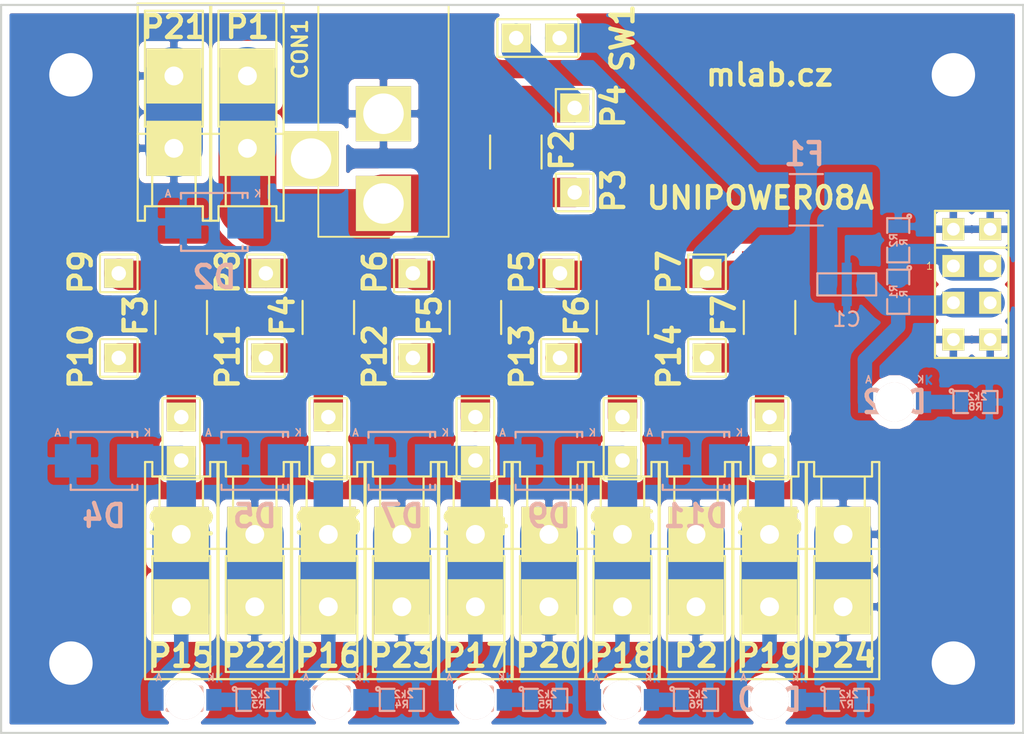
<source format=kicad_pcb>
(kicad_pcb (version 4) (host pcbnew 4.0.7+dfsg1-1)

  (general
    (links 96)
    (no_connects 0)
    (area 114.478999 72.568999 185.241001 123.011001)
    (thickness 1.6)
    (drawings 6)
    (tracks 121)
    (zones 0)
    (modules 65)
    (nets 24)
  )

  (page A4)
  (title_block
    (title NAME)
    (date "%d. %m. %Y")
    (rev REV)
    (company "Mlab www.mlab.cz")
    (comment 1 VERSION)
    (comment 2 "Short description\\nTwo lines are maximum")
    (comment 3 "nickname <email@example.com>")
  )

  (layers
    (0 F.Cu signal)
    (31 B.Cu signal)
    (32 B.Adhes user)
    (33 F.Adhes user)
    (34 B.Paste user)
    (35 F.Paste user)
    (36 B.SilkS user)
    (37 F.SilkS user)
    (38 B.Mask user)
    (39 F.Mask user)
    (40 Dwgs.User user)
    (41 Cmts.User user)
    (42 Eco1.User user)
    (43 Eco2.User user)
    (44 Edge.Cuts user)
    (45 Margin user)
    (46 B.CrtYd user)
    (47 F.CrtYd user)
    (48 B.Fab user)
    (49 F.Fab user)
  )

  (setup
    (last_trace_width 2.032)
    (user_trace_width 1)
    (user_trace_width 1.4)
    (user_trace_width 2.032)
    (user_trace_width 4)
    (trace_clearance 0.2)
    (zone_clearance 0.508)
    (zone_45_only no)
    (trace_min 0.2)
    (segment_width 0.2)
    (edge_width 0.15)
    (via_size 0.8)
    (via_drill 0.4)
    (via_min_size 0.4)
    (via_min_drill 0.3)
    (uvia_size 0.3)
    (uvia_drill 0.127)
    (uvias_allowed no)
    (uvia_min_size 0.3)
    (uvia_min_drill 0.1)
    (pcb_text_width 0.3)
    (pcb_text_size 1.5 1.5)
    (mod_edge_width 0.15)
    (mod_text_size 1 1)
    (mod_text_width 0.15)
    (pad_size 6 6)
    (pad_drill 3)
    (pad_to_mask_clearance 0.2)
    (aux_axis_origin 0 0)
    (visible_elements 7FFFFF7F)
    (pcbplotparams
      (layerselection 0x00030_80000001)
      (usegerberextensions false)
      (excludeedgelayer true)
      (linewidth 0.150000)
      (plotframeref false)
      (viasonmask false)
      (mode 1)
      (useauxorigin false)
      (hpglpennumber 1)
      (hpglpenspeed 20)
      (hpglpendiameter 15)
      (hpglpenoverlay 2)
      (psnegative false)
      (psa4output false)
      (plotreference true)
      (plotvalue true)
      (plotinvisibletext false)
      (padsonsilk false)
      (subtractmaskfromsilk false)
      (outputformat 1)
      (mirror false)
      (drillshape 1)
      (scaleselection 1)
      (outputdirectory ""))
  )

  (net 0 "")
  (net 1 /OUT01)
  (net 2 /OUT02)
  (net 3 "Net-(D3-Pad1)")
  (net 4 /OUT03)
  (net 5 /OUT04)
  (net 6 "Net-(D6-Pad1)")
  (net 7 /OUT05)
  (net 8 GND)
  (net 9 "Net-(C1-Pad1)")
  (net 10 /IN)
  (net 11 "Net-(D1-Pad1)")
  (net 12 "Net-(D8-Pad1)")
  (net 13 "Net-(D10-Pad1)")
  (net 14 "Net-(D12-Pad1)")
  (net 15 /OUT)
  (net 16 "Net-(F2-Pad1)")
  (net 17 "Net-(F3-Pad1)")
  (net 18 "Net-(F4-Pad1)")
  (net 19 "Net-(F5-Pad1)")
  (net 20 "Net-(F6-Pad1)")
  (net 21 "Net-(F7-Pad1)")
  (net 22 "Net-(J2-Pad1)")
  (net 23 /OUT06)

  (net_class Default "This is the default net class."
    (clearance 0.2)
    (trace_width 0.25)
    (via_dia 0.8)
    (via_drill 0.4)
    (uvia_dia 0.3)
    (uvia_drill 0.127)
    (add_net /IN)
    (add_net /OUT)
    (add_net /OUT01)
    (add_net /OUT02)
    (add_net /OUT03)
    (add_net /OUT04)
    (add_net /OUT05)
    (add_net /OUT06)
    (add_net GND)
    (add_net "Net-(C1-Pad1)")
    (add_net "Net-(D1-Pad1)")
    (add_net "Net-(D10-Pad1)")
    (add_net "Net-(D12-Pad1)")
    (add_net "Net-(D3-Pad1)")
    (add_net "Net-(D6-Pad1)")
    (add_net "Net-(D8-Pad1)")
    (add_net "Net-(F2-Pad1)")
    (add_net "Net-(F3-Pad1)")
    (add_net "Net-(F4-Pad1)")
    (add_net "Net-(F5-Pad1)")
    (add_net "Net-(F6-Pad1)")
    (add_net "Net-(F7-Pad1)")
    (add_net "Net-(J2-Pad1)")
  )

  (module Mlab_D:LED_1206 (layer B.Cu) (tedit 56BDB304) (tstamp 5A02A726)
    (at 137.414 120.65)
    (descr "Diode Mini-MELF Standard")
    (tags "Diode Mini-MELF Standard")
    (path /5A036AF6)
    (attr smd)
    (fp_text reference D3 (at 0 0) (layer B.SilkS)
      (effects (font (thickness 0.3048)) (justify mirror))
    )
    (fp_text value RED (at 0 -3.81) (layer B.SilkS) hide
      (effects (font (thickness 0.3048)) (justify mirror))
    )
    (fp_line (start 2.21488 -1.50622) (end 2.53492 -1.81102) (layer B.Cu) (width 0.15))
    (fp_line (start 2.25298 -1.52146) (end 2.5273 -1.24968) (layer B.Cu) (width 0.15))
    (fp_line (start 2.2225 -1.24968) (end 2.21742 -1.81864) (layer B.Cu) (width 0.15))
    (fp_text user A (at -1.80086 -1.5494) (layer B.SilkS)
      (effects (font (size 0.50038 0.50038) (thickness 0.09906)) (justify mirror))
    )
    (fp_text user K (at 1.80086 -1.5494) (layer B.SilkS)
      (effects (font (size 0.50038 0.50038) (thickness 0.09906)) (justify mirror))
    )
    (pad 2 smd rect (at -2 0) (size 1.05 1.5) (layers B.Cu B.Paste B.Mask)
      (net 2 /OUT02))
    (pad 1 smd rect (at 2 0) (size 1.05 1.5) (layers B.Cu B.Paste B.Mask)
      (net 3 "Net-(D3-Pad1)"))
    (pad "" np_thru_hole circle (at 0 0) (size 2.7 2.7) (drill 2.7) (layers *.Cu *.Mask B.SilkS))
    (model MLAB_3D/Diodes/MiniMELF_DO213AA.wrl
      (at (xyz 0 0 0))
      (scale (xyz 0.3937 0.3937 0.3937))
      (rotate (xyz 0 0 0))
    )
  )

  (module Mlab_D:LED_1206 (layer B.Cu) (tedit 56BDB304) (tstamp 5A02A73B)
    (at 147.32 120.65)
    (descr "Diode Mini-MELF Standard")
    (tags "Diode Mini-MELF Standard")
    (path /5A036BE8)
    (attr smd)
    (fp_text reference D6 (at 0 0) (layer B.SilkS)
      (effects (font (thickness 0.3048)) (justify mirror))
    )
    (fp_text value RED (at 0 -3.81) (layer B.SilkS) hide
      (effects (font (thickness 0.3048)) (justify mirror))
    )
    (fp_text user K (at 1.80086 -1.5494) (layer B.SilkS)
      (effects (font (size 0.50038 0.50038) (thickness 0.09906)) (justify mirror))
    )
    (fp_text user A (at -1.80086 -1.5494) (layer B.SilkS)
      (effects (font (size 0.50038 0.50038) (thickness 0.09906)) (justify mirror))
    )
    (fp_line (start 2.2225 -1.24968) (end 2.21742 -1.81864) (layer B.Cu) (width 0.15))
    (fp_line (start 2.25298 -1.52146) (end 2.5273 -1.24968) (layer B.Cu) (width 0.15))
    (fp_line (start 2.21488 -1.50622) (end 2.53492 -1.81102) (layer B.Cu) (width 0.15))
    (pad "" np_thru_hole circle (at 0 0) (size 2.7 2.7) (drill 2.7) (layers *.Cu *.Mask B.SilkS))
    (pad 1 smd rect (at 2 0) (size 1.05 1.5) (layers B.Cu B.Paste B.Mask)
      (net 6 "Net-(D6-Pad1)"))
    (pad 2 smd rect (at -2 0) (size 1.05 1.5) (layers B.Cu B.Paste B.Mask)
      (net 4 /OUT03))
    (model MLAB_3D/Diodes/MiniMELF_DO213AA.wrl
      (at (xyz 0 0 0))
      (scale (xyz 0.3937 0.3937 0.3937))
      (rotate (xyz 0 0 0))
    )
  )

  (module Mlab_F:Drzak_2410 (layer B.Cu) (tedit 564C162A) (tstamp 5A02A741)
    (at 170.18 86.106 180)
    (descr "F 2410 s držákem")
    (tags "F 2410 s držákem")
    (path /5A0584F8)
    (attr smd)
    (fp_text reference F1 (at 0.13462 3.15468 180) (layer B.SilkS)
      (effects (font (thickness 0.3048)) (justify mirror))
    )
    (fp_text value 1,1A (at 0 -3.81 180) (layer B.SilkS) hide
      (effects (font (thickness 0.3048)) (justify mirror))
    )
    (fp_line (start -1.143 -1.778) (end 1.143 -1.778) (layer B.SilkS) (width 0.15))
    (fp_line (start -1.143 1.778) (end 1.143 1.778) (layer B.SilkS) (width 0.15))
    (pad 1 smd rect (at -2.91 0 180) (size 3.33 3.81) (layers B.Cu B.Paste B.Mask)
      (net 9 "Net-(C1-Pad1)"))
    (pad 2 smd rect (at 2.91 0 180) (size 3.33 3.81) (layers B.Cu B.Paste B.Mask)
      (net 15 /OUT))
    (model MLAB_3D/Diodes/MiniMELF_DO213AA.wrl
      (at (xyz 0 0 0))
      (scale (xyz 0.3937 0.3937 0.3937))
      (rotate (xyz 0 0 0))
    )
  )

  (module Mlab_F:Drzak_2410 (layer F.Cu) (tedit 5A1D303A) (tstamp 5A02A747)
    (at 150.114 82.804 270)
    (descr "F 2410 s držákem")
    (tags "F 2410 s držákem")
    (path /5A01F1F5)
    (attr smd)
    (fp_text reference F2 (at -0.127 -3.175 270) (layer F.SilkS)
      (effects (font (thickness 0.3048)))
    )
    (fp_text value 10A (at 0 3.81 270) (layer F.SilkS) hide
      (effects (font (thickness 0.3048)))
    )
    (fp_line (start -1.143 -1.778) (end 1.143 -1.778) (layer F.SilkS) (width 0.15))
    (fp_line (start -1.143 1.778) (end 1.143 1.778) (layer F.SilkS) (width 0.15))
    (pad 2 smd rect (at 2.91 0 270) (size 3.33 3.81) (layers F.Cu F.Paste F.Mask)
      (net 10 /IN))
    (pad 1 smd rect (at -2.91 0 270) (size 3.33 3.81) (layers F.Cu F.Paste F.Mask)
      (net 16 "Net-(F2-Pad1)"))
    (model MLAB_3D/Diodes/MiniMELF_DO213AA.wrl
      (at (xyz 0 0 0))
      (scale (xyz 0.3937 0.3937 0.3937))
      (rotate (xyz 0 0 0))
    )
  )

  (module Mlab_F:Drzak_2410 (layer F.Cu) (tedit 564C162A) (tstamp 5A02A74D)
    (at 127 94.234 90)
    (descr "F 2410 s držákem")
    (tags "F 2410 s držákem")
    (path /5A017F27)
    (attr smd)
    (fp_text reference F3 (at 0.13462 -3.15468 90) (layer F.SilkS)
      (effects (font (thickness 0.3048)))
    )
    (fp_text value Fuse (at 0 3.81 90) (layer F.SilkS) hide
      (effects (font (thickness 0.3048)))
    )
    (fp_line (start -1.143 1.778) (end 1.143 1.778) (layer F.SilkS) (width 0.15))
    (fp_line (start -1.143 -1.778) (end 1.143 -1.778) (layer F.SilkS) (width 0.15))
    (pad 1 smd rect (at -2.91 0 90) (size 3.33 3.81) (layers F.Cu F.Paste F.Mask)
      (net 17 "Net-(F3-Pad1)"))
    (pad 2 smd rect (at 2.91 0 90) (size 3.33 3.81) (layers F.Cu F.Paste F.Mask)
      (net 15 /OUT))
    (model MLAB_3D/Diodes/MiniMELF_DO213AA.wrl
      (at (xyz 0 0 0))
      (scale (xyz 0.3937 0.3937 0.3937))
      (rotate (xyz 0 0 0))
    )
  )

  (module Mlab_F:Drzak_2410 (layer F.Cu) (tedit 564C162A) (tstamp 5A02A753)
    (at 137.16 94.234 90)
    (descr "F 2410 s držákem")
    (tags "F 2410 s držákem")
    (path /5A025B24)
    (attr smd)
    (fp_text reference F4 (at 0.13462 -3.15468 90) (layer F.SilkS)
      (effects (font (thickness 0.3048)))
    )
    (fp_text value Fuse (at 0 3.81 90) (layer F.SilkS) hide
      (effects (font (thickness 0.3048)))
    )
    (fp_line (start -1.143 1.778) (end 1.143 1.778) (layer F.SilkS) (width 0.15))
    (fp_line (start -1.143 -1.778) (end 1.143 -1.778) (layer F.SilkS) (width 0.15))
    (pad 1 smd rect (at -2.91 0 90) (size 3.33 3.81) (layers F.Cu F.Paste F.Mask)
      (net 18 "Net-(F4-Pad1)"))
    (pad 2 smd rect (at 2.91 0 90) (size 3.33 3.81) (layers F.Cu F.Paste F.Mask)
      (net 15 /OUT))
    (model MLAB_3D/Diodes/MiniMELF_DO213AA.wrl
      (at (xyz 0 0 0))
      (scale (xyz 0.3937 0.3937 0.3937))
      (rotate (xyz 0 0 0))
    )
  )

  (module Mlab_F:Drzak_2410 (layer F.Cu) (tedit 564C162A) (tstamp 5A02A759)
    (at 147.32 94.234 90)
    (descr "F 2410 s držákem")
    (tags "F 2410 s držákem")
    (path /5A02CA93)
    (attr smd)
    (fp_text reference F5 (at 0.13462 -3.15468 90) (layer F.SilkS)
      (effects (font (thickness 0.3048)))
    )
    (fp_text value Fuse (at 0 3.81 90) (layer F.SilkS) hide
      (effects (font (thickness 0.3048)))
    )
    (fp_line (start -1.143 -1.778) (end 1.143 -1.778) (layer F.SilkS) (width 0.15))
    (fp_line (start -1.143 1.778) (end 1.143 1.778) (layer F.SilkS) (width 0.15))
    (pad 2 smd rect (at 2.91 0 90) (size 3.33 3.81) (layers F.Cu F.Paste F.Mask)
      (net 15 /OUT))
    (pad 1 smd rect (at -2.91 0 90) (size 3.33 3.81) (layers F.Cu F.Paste F.Mask)
      (net 19 "Net-(F5-Pad1)"))
    (model MLAB_3D/Diodes/MiniMELF_DO213AA.wrl
      (at (xyz 0 0 0))
      (scale (xyz 0.3937 0.3937 0.3937))
      (rotate (xyz 0 0 0))
    )
  )

  (module Mlab_F:Drzak_2410 (layer F.Cu) (tedit 564C162A) (tstamp 5A02A75F)
    (at 157.48 94.234 90)
    (descr "F 2410 s držákem")
    (tags "F 2410 s držákem")
    (path /5A02D27E)
    (attr smd)
    (fp_text reference F6 (at 0.13462 -3.15468 90) (layer F.SilkS)
      (effects (font (thickness 0.3048)))
    )
    (fp_text value Fuse (at 0 3.81 90) (layer F.SilkS) hide
      (effects (font (thickness 0.3048)))
    )
    (fp_line (start -1.143 -1.778) (end 1.143 -1.778) (layer F.SilkS) (width 0.15))
    (fp_line (start -1.143 1.778) (end 1.143 1.778) (layer F.SilkS) (width 0.15))
    (pad 2 smd rect (at 2.91 0 90) (size 3.33 3.81) (layers F.Cu F.Paste F.Mask)
      (net 15 /OUT))
    (pad 1 smd rect (at -2.91 0 90) (size 3.33 3.81) (layers F.Cu F.Paste F.Mask)
      (net 20 "Net-(F6-Pad1)"))
    (model MLAB_3D/Diodes/MiniMELF_DO213AA.wrl
      (at (xyz 0 0 0))
      (scale (xyz 0.3937 0.3937 0.3937))
      (rotate (xyz 0 0 0))
    )
  )

  (module Mlab_Mechanical:MountingHole_3mm placed (layer F.Cu) (tedit 5535DB2C) (tstamp 5A02A764)
    (at 119.38 77.47)
    (descr "Mounting hole, Befestigungsbohrung, 3mm, No Annular, Kein Restring,")
    (tags "Mounting hole, Befestigungsbohrung, 3mm, No Annular, Kein Restring,")
    (path /549D7549)
    (fp_text reference M1 (at 0 -4.191) (layer F.SilkS) hide
      (effects (font (thickness 0.3048)))
    )
    (fp_text value HOLE (at 0 4.191) (layer F.SilkS) hide
      (effects (font (thickness 0.3048)))
    )
    (fp_circle (center 0 0) (end 2.99974 0) (layer Cmts.User) (width 0.381))
    (pad 1 thru_hole circle (at 0 0) (size 6 6) (drill 3) (layers *.Cu *.Adhes *.Mask)
      (net 8 GND) (clearance 1) (zone_connect 2))
  )

  (module Mlab_Mechanical:MountingHole_3mm locked placed (layer F.Cu) (tedit 5535DB2C) (tstamp 5A02A769)
    (at 180.34 118.11)
    (descr "Mounting hole, Befestigungsbohrung, 3mm, No Annular, Kein Restring,")
    (tags "Mounting hole, Befestigungsbohrung, 3mm, No Annular, Kein Restring,")
    (path /549D7628)
    (fp_text reference M2 (at 0 -4.191) (layer F.SilkS) hide
      (effects (font (thickness 0.3048)))
    )
    (fp_text value HOLE (at 0 4.191) (layer F.SilkS) hide
      (effects (font (thickness 0.3048)))
    )
    (fp_circle (center 0 0) (end 2.99974 0) (layer Cmts.User) (width 0.381))
    (pad 1 thru_hole circle (at 0 0) (size 6 6) (drill 3) (layers *.Cu *.Adhes *.Mask)
      (net 8 GND) (clearance 1) (zone_connect 2))
  )

  (module Mlab_Mechanical:MountingHole_3mm locked placed (layer F.Cu) (tedit 5535DB2C) (tstamp 5A02A76E)
    (at 119.38 118.11)
    (descr "Mounting hole, Befestigungsbohrung, 3mm, No Annular, Kein Restring,")
    (tags "Mounting hole, Befestigungsbohrung, 3mm, No Annular, Kein Restring,")
    (path /549D7646)
    (fp_text reference M3 (at 0 -4.191) (layer F.SilkS) hide
      (effects (font (thickness 0.3048)))
    )
    (fp_text value HOLE (at 0 4.191) (layer F.SilkS) hide
      (effects (font (thickness 0.3048)))
    )
    (fp_circle (center 0 0) (end 2.99974 0) (layer Cmts.User) (width 0.381))
    (pad 1 thru_hole circle (at 0 0) (size 6 6) (drill 3) (layers *.Cu *.Adhes *.Mask)
      (net 8 GND) (clearance 1) (zone_connect 2))
  )

  (module Mlab_Mechanical:MountingHole_3mm placed (layer F.Cu) (tedit 5535DB2C) (tstamp 5A02A773)
    (at 180.34 77.47)
    (descr "Mounting hole, Befestigungsbohrung, 3mm, No Annular, Kein Restring,")
    (tags "Mounting hole, Befestigungsbohrung, 3mm, No Annular, Kein Restring,")
    (path /549D7665)
    (fp_text reference M4 (at 0 -4.191) (layer F.SilkS) hide
      (effects (font (thickness 0.3048)))
    )
    (fp_text value HOLE (at 0 4.191) (layer F.SilkS) hide
      (effects (font (thickness 0.3048)))
    )
    (fp_circle (center 0 0) (end 2.99974 0) (layer Cmts.User) (width 0.381))
    (pad 1 thru_hole circle (at 0 0) (size 6 6) (drill 3) (layers *.Cu *.Adhes *.Mask)
      (net 8 GND) (clearance 1) (zone_connect 2))
  )

  (module Mlab_CON:WAGO256_2 (layer F.Cu) (tedit 5934EE34) (tstamp 5A02A779)
    (at 131.572 80.01 270)
    (descr "WAGO-Series 236, 2Stift, 1pol, RM 5mm,")
    (tags "WAGO-Series 236, 2Stift, 1pol, RM 5mm, Anreibare Leiterplattenklemme")
    (path /5A0161D0)
    (fp_text reference P1 (at -5.842 0 360) (layer F.SilkS)
      (effects (font (thickness 0.3048)))
    )
    (fp_text value WAGO256 (at 0.254 4.064 270) (layer F.SilkS) hide
      (effects (font (thickness 0.3048)))
    )
    (fp_line (start -7.46 -2.5) (end 1.54 -2.5) (layer F.SilkS) (width 0.15))
    (fp_line (start 1.54 2.5) (end -7.46 2.5) (layer F.SilkS) (width 0.15))
    (fp_line (start 1.54 -2.5) (end 7.54 -2.5) (layer F.SilkS) (width 0.15))
    (fp_line (start -6.9601 -2) (end 1.0399 -2) (layer F.SilkS) (width 0.15))
    (fp_line (start 3.54 -1.5) (end 6.54 -1.5) (layer F.SilkS) (width 0.15))
    (fp_line (start 1.54 2.5) (end 7.54 2.5) (layer F.SilkS) (width 0.15))
    (fp_line (start -6.9601 2) (end 1.0399 2) (layer F.SilkS) (width 0.15))
    (fp_line (start 3.54 1.5) (end 6.54 1.5) (layer F.SilkS) (width 0.15))
    (fp_line (start 6.54 -2) (end 7.54 -2) (layer F.SilkS) (width 0.15))
    (fp_line (start 1.0399 -1) (end 1.54 -1) (layer F.SilkS) (width 0.15))
    (fp_line (start 6.54 2) (end 7.54 2) (layer F.SilkS) (width 0.15))
    (fp_line (start 1.0399 1) (end 1.54 1) (layer F.SilkS) (width 0.15))
    (fp_line (start -6.9601 2) (end -6.9601 -2) (layer F.SilkS) (width 0.15))
    (fp_line (start 1.0399 -2) (end 1.0399 2) (layer F.SilkS) (width 0.15))
    (fp_line (start 3.54 1.5001) (end 3.54 -1.5001) (layer F.SilkS) (width 0.15))
    (fp_line (start 6.54 -2) (end 6.54 2) (layer F.SilkS) (width 0.15))
    (fp_line (start -7.46 2.5001) (end -7.46 -2.5001) (layer F.SilkS) (width 0.15))
    (fp_line (start 1.54 2.5001) (end 1.54 -2.5001) (layer F.SilkS) (width 0.15))
    (fp_line (start 7.54 -2) (end 7.54 -2.5) (layer F.SilkS) (width 0.15))
    (fp_line (start 7.54 2.5) (end 7.54 2) (layer F.SilkS) (width 0.15))
    (pad 1 thru_hole rect (at 2.54 0) (size 3.81 3.81) (drill 1.3) (layers *.Cu *.Mask F.SilkS)
      (net 10 /IN))
    (pad 1 thru_hole rect (at -2.46 0) (size 3.81 3.81) (drill 1.3) (layers *.Cu *.Mask F.SilkS)
      (net 10 /IN))
  )

  (module Mlab_CON:WAGO256_2 (layer F.Cu) (tedit 5934EE34) (tstamp 5A02A77F)
    (at 162.56 111.76 90)
    (descr "WAGO-Series 236, 2Stift, 1pol, RM 5mm,")
    (tags "WAGO-Series 236, 2Stift, 1pol, RM 5mm, Anreibare Leiterplattenklemme")
    (path /5A016425)
    (fp_text reference P2 (at -5.842 0 180) (layer F.SilkS)
      (effects (font (thickness 0.3048)))
    )
    (fp_text value WAGO256 (at 0.254 4.064 90) (layer F.SilkS) hide
      (effects (font (thickness 0.3048)))
    )
    (fp_line (start 7.54 2.5) (end 7.54 2) (layer F.SilkS) (width 0.15))
    (fp_line (start 7.54 -2) (end 7.54 -2.5) (layer F.SilkS) (width 0.15))
    (fp_line (start 1.54 2.5001) (end 1.54 -2.5001) (layer F.SilkS) (width 0.15))
    (fp_line (start -7.46 2.5001) (end -7.46 -2.5001) (layer F.SilkS) (width 0.15))
    (fp_line (start 6.54 -2) (end 6.54 2) (layer F.SilkS) (width 0.15))
    (fp_line (start 3.54 1.5001) (end 3.54 -1.5001) (layer F.SilkS) (width 0.15))
    (fp_line (start 1.0399 -2) (end 1.0399 2) (layer F.SilkS) (width 0.15))
    (fp_line (start -6.9601 2) (end -6.9601 -2) (layer F.SilkS) (width 0.15))
    (fp_line (start 1.0399 1) (end 1.54 1) (layer F.SilkS) (width 0.15))
    (fp_line (start 6.54 2) (end 7.54 2) (layer F.SilkS) (width 0.15))
    (fp_line (start 1.0399 -1) (end 1.54 -1) (layer F.SilkS) (width 0.15))
    (fp_line (start 6.54 -2) (end 7.54 -2) (layer F.SilkS) (width 0.15))
    (fp_line (start 3.54 1.5) (end 6.54 1.5) (layer F.SilkS) (width 0.15))
    (fp_line (start -6.9601 2) (end 1.0399 2) (layer F.SilkS) (width 0.15))
    (fp_line (start 1.54 2.5) (end 7.54 2.5) (layer F.SilkS) (width 0.15))
    (fp_line (start 3.54 -1.5) (end 6.54 -1.5) (layer F.SilkS) (width 0.15))
    (fp_line (start -6.9601 -2) (end 1.0399 -2) (layer F.SilkS) (width 0.15))
    (fp_line (start 1.54 -2.5) (end 7.54 -2.5) (layer F.SilkS) (width 0.15))
    (fp_line (start 1.54 2.5) (end -7.46 2.5) (layer F.SilkS) (width 0.15))
    (fp_line (start -7.46 -2.5) (end 1.54 -2.5) (layer F.SilkS) (width 0.15))
    (pad 1 thru_hole rect (at -2.46 0 180) (size 3.81 3.81) (drill 1.3) (layers *.Cu *.Mask F.SilkS)
      (net 8 GND))
    (pad 1 thru_hole rect (at 2.54 0 180) (size 3.81 3.81) (drill 1.3) (layers *.Cu *.Mask F.SilkS)
      (net 8 GND))
  )

  (module Mlab_CON:WAGO256_2 (layer F.Cu) (tedit 5934EE34) (tstamp 5A02A785)
    (at 127 111.76 90)
    (descr "WAGO-Series 236, 2Stift, 1pol, RM 5mm,")
    (tags "WAGO-Series 236, 2Stift, 1pol, RM 5mm, Anreibare Leiterplattenklemme")
    (path /5A017181)
    (fp_text reference P15 (at -5.842 0 180) (layer F.SilkS)
      (effects (font (thickness 0.3048)))
    )
    (fp_text value WAGO256 (at 0.254 4.064 90) (layer F.SilkS) hide
      (effects (font (thickness 0.3048)))
    )
    (fp_line (start -7.46 -2.5) (end 1.54 -2.5) (layer F.SilkS) (width 0.15))
    (fp_line (start 1.54 2.5) (end -7.46 2.5) (layer F.SilkS) (width 0.15))
    (fp_line (start 1.54 -2.5) (end 7.54 -2.5) (layer F.SilkS) (width 0.15))
    (fp_line (start -6.9601 -2) (end 1.0399 -2) (layer F.SilkS) (width 0.15))
    (fp_line (start 3.54 -1.5) (end 6.54 -1.5) (layer F.SilkS) (width 0.15))
    (fp_line (start 1.54 2.5) (end 7.54 2.5) (layer F.SilkS) (width 0.15))
    (fp_line (start -6.9601 2) (end 1.0399 2) (layer F.SilkS) (width 0.15))
    (fp_line (start 3.54 1.5) (end 6.54 1.5) (layer F.SilkS) (width 0.15))
    (fp_line (start 6.54 -2) (end 7.54 -2) (layer F.SilkS) (width 0.15))
    (fp_line (start 1.0399 -1) (end 1.54 -1) (layer F.SilkS) (width 0.15))
    (fp_line (start 6.54 2) (end 7.54 2) (layer F.SilkS) (width 0.15))
    (fp_line (start 1.0399 1) (end 1.54 1) (layer F.SilkS) (width 0.15))
    (fp_line (start -6.9601 2) (end -6.9601 -2) (layer F.SilkS) (width 0.15))
    (fp_line (start 1.0399 -2) (end 1.0399 2) (layer F.SilkS) (width 0.15))
    (fp_line (start 3.54 1.5001) (end 3.54 -1.5001) (layer F.SilkS) (width 0.15))
    (fp_line (start 6.54 -2) (end 6.54 2) (layer F.SilkS) (width 0.15))
    (fp_line (start -7.46 2.5001) (end -7.46 -2.5001) (layer F.SilkS) (width 0.15))
    (fp_line (start 1.54 2.5001) (end 1.54 -2.5001) (layer F.SilkS) (width 0.15))
    (fp_line (start 7.54 -2) (end 7.54 -2.5) (layer F.SilkS) (width 0.15))
    (fp_line (start 7.54 2.5) (end 7.54 2) (layer F.SilkS) (width 0.15))
    (pad 1 thru_hole rect (at 2.54 0 180) (size 3.81 3.81) (drill 1.3) (layers *.Cu *.Mask F.SilkS)
      (net 1 /OUT01))
    (pad 1 thru_hole rect (at -2.46 0 180) (size 3.81 3.81) (drill 1.3) (layers *.Cu *.Mask F.SilkS)
      (net 1 /OUT01))
  )

  (module Mlab_CON:WAGO256_2 (layer F.Cu) (tedit 5934EE34) (tstamp 5A02A78B)
    (at 137.16 111.76 90)
    (descr "WAGO-Series 236, 2Stift, 1pol, RM 5mm,")
    (tags "WAGO-Series 236, 2Stift, 1pol, RM 5mm, Anreibare Leiterplattenklemme")
    (path /5A025B1E)
    (fp_text reference P16 (at -5.842 0 180) (layer F.SilkS)
      (effects (font (thickness 0.3048)))
    )
    (fp_text value WAGO256 (at 0.254 4.064 90) (layer F.SilkS) hide
      (effects (font (thickness 0.3048)))
    )
    (fp_line (start 7.54 2.5) (end 7.54 2) (layer F.SilkS) (width 0.15))
    (fp_line (start 7.54 -2) (end 7.54 -2.5) (layer F.SilkS) (width 0.15))
    (fp_line (start 1.54 2.5001) (end 1.54 -2.5001) (layer F.SilkS) (width 0.15))
    (fp_line (start -7.46 2.5001) (end -7.46 -2.5001) (layer F.SilkS) (width 0.15))
    (fp_line (start 6.54 -2) (end 6.54 2) (layer F.SilkS) (width 0.15))
    (fp_line (start 3.54 1.5001) (end 3.54 -1.5001) (layer F.SilkS) (width 0.15))
    (fp_line (start 1.0399 -2) (end 1.0399 2) (layer F.SilkS) (width 0.15))
    (fp_line (start -6.9601 2) (end -6.9601 -2) (layer F.SilkS) (width 0.15))
    (fp_line (start 1.0399 1) (end 1.54 1) (layer F.SilkS) (width 0.15))
    (fp_line (start 6.54 2) (end 7.54 2) (layer F.SilkS) (width 0.15))
    (fp_line (start 1.0399 -1) (end 1.54 -1) (layer F.SilkS) (width 0.15))
    (fp_line (start 6.54 -2) (end 7.54 -2) (layer F.SilkS) (width 0.15))
    (fp_line (start 3.54 1.5) (end 6.54 1.5) (layer F.SilkS) (width 0.15))
    (fp_line (start -6.9601 2) (end 1.0399 2) (layer F.SilkS) (width 0.15))
    (fp_line (start 1.54 2.5) (end 7.54 2.5) (layer F.SilkS) (width 0.15))
    (fp_line (start 3.54 -1.5) (end 6.54 -1.5) (layer F.SilkS) (width 0.15))
    (fp_line (start -6.9601 -2) (end 1.0399 -2) (layer F.SilkS) (width 0.15))
    (fp_line (start 1.54 -2.5) (end 7.54 -2.5) (layer F.SilkS) (width 0.15))
    (fp_line (start 1.54 2.5) (end -7.46 2.5) (layer F.SilkS) (width 0.15))
    (fp_line (start -7.46 -2.5) (end 1.54 -2.5) (layer F.SilkS) (width 0.15))
    (pad 1 thru_hole rect (at -2.46 0 180) (size 3.81 3.81) (drill 1.3) (layers *.Cu *.Mask F.SilkS)
      (net 2 /OUT02))
    (pad 1 thru_hole rect (at 2.54 0 180) (size 3.81 3.81) (drill 1.3) (layers *.Cu *.Mask F.SilkS)
      (net 2 /OUT02))
  )

  (module Mlab_CON:WAGO256_2 (layer F.Cu) (tedit 5934EE34) (tstamp 5A02A791)
    (at 147.32 111.76 90)
    (descr "WAGO-Series 236, 2Stift, 1pol, RM 5mm,")
    (tags "WAGO-Series 236, 2Stift, 1pol, RM 5mm, Anreibare Leiterplattenklemme")
    (path /5A02CA8D)
    (fp_text reference P17 (at -5.842 0 180) (layer F.SilkS)
      (effects (font (thickness 0.3048)))
    )
    (fp_text value WAGO256 (at 0.254 4.064 90) (layer F.SilkS) hide
      (effects (font (thickness 0.3048)))
    )
    (fp_line (start -7.46 -2.5) (end 1.54 -2.5) (layer F.SilkS) (width 0.15))
    (fp_line (start 1.54 2.5) (end -7.46 2.5) (layer F.SilkS) (width 0.15))
    (fp_line (start 1.54 -2.5) (end 7.54 -2.5) (layer F.SilkS) (width 0.15))
    (fp_line (start -6.9601 -2) (end 1.0399 -2) (layer F.SilkS) (width 0.15))
    (fp_line (start 3.54 -1.5) (end 6.54 -1.5) (layer F.SilkS) (width 0.15))
    (fp_line (start 1.54 2.5) (end 7.54 2.5) (layer F.SilkS) (width 0.15))
    (fp_line (start -6.9601 2) (end 1.0399 2) (layer F.SilkS) (width 0.15))
    (fp_line (start 3.54 1.5) (end 6.54 1.5) (layer F.SilkS) (width 0.15))
    (fp_line (start 6.54 -2) (end 7.54 -2) (layer F.SilkS) (width 0.15))
    (fp_line (start 1.0399 -1) (end 1.54 -1) (layer F.SilkS) (width 0.15))
    (fp_line (start 6.54 2) (end 7.54 2) (layer F.SilkS) (width 0.15))
    (fp_line (start 1.0399 1) (end 1.54 1) (layer F.SilkS) (width 0.15))
    (fp_line (start -6.9601 2) (end -6.9601 -2) (layer F.SilkS) (width 0.15))
    (fp_line (start 1.0399 -2) (end 1.0399 2) (layer F.SilkS) (width 0.15))
    (fp_line (start 3.54 1.5001) (end 3.54 -1.5001) (layer F.SilkS) (width 0.15))
    (fp_line (start 6.54 -2) (end 6.54 2) (layer F.SilkS) (width 0.15))
    (fp_line (start -7.46 2.5001) (end -7.46 -2.5001) (layer F.SilkS) (width 0.15))
    (fp_line (start 1.54 2.5001) (end 1.54 -2.5001) (layer F.SilkS) (width 0.15))
    (fp_line (start 7.54 -2) (end 7.54 -2.5) (layer F.SilkS) (width 0.15))
    (fp_line (start 7.54 2.5) (end 7.54 2) (layer F.SilkS) (width 0.15))
    (pad 1 thru_hole rect (at 2.54 0 180) (size 3.81 3.81) (drill 1.3) (layers *.Cu *.Mask F.SilkS)
      (net 4 /OUT03))
    (pad 1 thru_hole rect (at -2.46 0 180) (size 3.81 3.81) (drill 1.3) (layers *.Cu *.Mask F.SilkS)
      (net 4 /OUT03))
  )

  (module Mlab_CON:WAGO256_2 (layer F.Cu) (tedit 5934EE34) (tstamp 5A02A797)
    (at 157.48 111.76 90)
    (descr "WAGO-Series 236, 2Stift, 1pol, RM 5mm,")
    (tags "WAGO-Series 236, 2Stift, 1pol, RM 5mm, Anreibare Leiterplattenklemme")
    (path /5A02D278)
    (fp_text reference P18 (at -5.842 0 180) (layer F.SilkS)
      (effects (font (thickness 0.3048)))
    )
    (fp_text value WAGO256 (at 0.254 4.064 90) (layer F.SilkS) hide
      (effects (font (thickness 0.3048)))
    )
    (fp_line (start -7.46 -2.5) (end 1.54 -2.5) (layer F.SilkS) (width 0.15))
    (fp_line (start 1.54 2.5) (end -7.46 2.5) (layer F.SilkS) (width 0.15))
    (fp_line (start 1.54 -2.5) (end 7.54 -2.5) (layer F.SilkS) (width 0.15))
    (fp_line (start -6.9601 -2) (end 1.0399 -2) (layer F.SilkS) (width 0.15))
    (fp_line (start 3.54 -1.5) (end 6.54 -1.5) (layer F.SilkS) (width 0.15))
    (fp_line (start 1.54 2.5) (end 7.54 2.5) (layer F.SilkS) (width 0.15))
    (fp_line (start -6.9601 2) (end 1.0399 2) (layer F.SilkS) (width 0.15))
    (fp_line (start 3.54 1.5) (end 6.54 1.5) (layer F.SilkS) (width 0.15))
    (fp_line (start 6.54 -2) (end 7.54 -2) (layer F.SilkS) (width 0.15))
    (fp_line (start 1.0399 -1) (end 1.54 -1) (layer F.SilkS) (width 0.15))
    (fp_line (start 6.54 2) (end 7.54 2) (layer F.SilkS) (width 0.15))
    (fp_line (start 1.0399 1) (end 1.54 1) (layer F.SilkS) (width 0.15))
    (fp_line (start -6.9601 2) (end -6.9601 -2) (layer F.SilkS) (width 0.15))
    (fp_line (start 1.0399 -2) (end 1.0399 2) (layer F.SilkS) (width 0.15))
    (fp_line (start 3.54 1.5001) (end 3.54 -1.5001) (layer F.SilkS) (width 0.15))
    (fp_line (start 6.54 -2) (end 6.54 2) (layer F.SilkS) (width 0.15))
    (fp_line (start -7.46 2.5001) (end -7.46 -2.5001) (layer F.SilkS) (width 0.15))
    (fp_line (start 1.54 2.5001) (end 1.54 -2.5001) (layer F.SilkS) (width 0.15))
    (fp_line (start 7.54 -2) (end 7.54 -2.5) (layer F.SilkS) (width 0.15))
    (fp_line (start 7.54 2.5) (end 7.54 2) (layer F.SilkS) (width 0.15))
    (pad 1 thru_hole rect (at 2.54 0 180) (size 3.81 3.81) (drill 1.3) (layers *.Cu *.Mask F.SilkS)
      (net 5 /OUT04))
    (pad 1 thru_hole rect (at -2.46 0 180) (size 3.81 3.81) (drill 1.3) (layers *.Cu *.Mask F.SilkS)
      (net 5 /OUT04))
  )

  (module Mlab_CON:WAGO256_2 (layer F.Cu) (tedit 5934EE34) (tstamp 5A02A79D)
    (at 167.64 111.76 90)
    (descr "WAGO-Series 236, 2Stift, 1pol, RM 5mm,")
    (tags "WAGO-Series 236, 2Stift, 1pol, RM 5mm, Anreibare Leiterplattenklemme")
    (path /5A02D29D)
    (fp_text reference P19 (at -5.842 0 180) (layer F.SilkS)
      (effects (font (thickness 0.3048)))
    )
    (fp_text value WAGO256 (at 0.254 4.064 90) (layer F.SilkS) hide
      (effects (font (thickness 0.3048)))
    )
    (fp_line (start 7.54 2.5) (end 7.54 2) (layer F.SilkS) (width 0.15))
    (fp_line (start 7.54 -2) (end 7.54 -2.5) (layer F.SilkS) (width 0.15))
    (fp_line (start 1.54 2.5001) (end 1.54 -2.5001) (layer F.SilkS) (width 0.15))
    (fp_line (start -7.46 2.5001) (end -7.46 -2.5001) (layer F.SilkS) (width 0.15))
    (fp_line (start 6.54 -2) (end 6.54 2) (layer F.SilkS) (width 0.15))
    (fp_line (start 3.54 1.5001) (end 3.54 -1.5001) (layer F.SilkS) (width 0.15))
    (fp_line (start 1.0399 -2) (end 1.0399 2) (layer F.SilkS) (width 0.15))
    (fp_line (start -6.9601 2) (end -6.9601 -2) (layer F.SilkS) (width 0.15))
    (fp_line (start 1.0399 1) (end 1.54 1) (layer F.SilkS) (width 0.15))
    (fp_line (start 6.54 2) (end 7.54 2) (layer F.SilkS) (width 0.15))
    (fp_line (start 1.0399 -1) (end 1.54 -1) (layer F.SilkS) (width 0.15))
    (fp_line (start 6.54 -2) (end 7.54 -2) (layer F.SilkS) (width 0.15))
    (fp_line (start 3.54 1.5) (end 6.54 1.5) (layer F.SilkS) (width 0.15))
    (fp_line (start -6.9601 2) (end 1.0399 2) (layer F.SilkS) (width 0.15))
    (fp_line (start 1.54 2.5) (end 7.54 2.5) (layer F.SilkS) (width 0.15))
    (fp_line (start 3.54 -1.5) (end 6.54 -1.5) (layer F.SilkS) (width 0.15))
    (fp_line (start -6.9601 -2) (end 1.0399 -2) (layer F.SilkS) (width 0.15))
    (fp_line (start 1.54 -2.5) (end 7.54 -2.5) (layer F.SilkS) (width 0.15))
    (fp_line (start 1.54 2.5) (end -7.46 2.5) (layer F.SilkS) (width 0.15))
    (fp_line (start -7.46 -2.5) (end 1.54 -2.5) (layer F.SilkS) (width 0.15))
    (pad 1 thru_hole rect (at -2.46 0 180) (size 3.81 3.81) (drill 1.3) (layers *.Cu *.Mask F.SilkS)
      (net 7 /OUT05))
    (pad 1 thru_hole rect (at 2.54 0 180) (size 3.81 3.81) (drill 1.3) (layers *.Cu *.Mask F.SilkS)
      (net 7 /OUT05))
  )

  (module Mlab_CON:WAGO256_2 (layer F.Cu) (tedit 5934EE34) (tstamp 5A02A7A3)
    (at 152.4 111.76 90)
    (descr "WAGO-Series 236, 2Stift, 1pol, RM 5mm,")
    (tags "WAGO-Series 236, 2Stift, 1pol, RM 5mm, Anreibare Leiterplattenklemme")
    (path /5A03CB37)
    (fp_text reference P20 (at -5.842 0 180) (layer F.SilkS)
      (effects (font (thickness 0.3048)))
    )
    (fp_text value WAGO256 (at 0.254 4.064 90) (layer F.SilkS) hide
      (effects (font (thickness 0.3048)))
    )
    (fp_line (start 7.54 2.5) (end 7.54 2) (layer F.SilkS) (width 0.15))
    (fp_line (start 7.54 -2) (end 7.54 -2.5) (layer F.SilkS) (width 0.15))
    (fp_line (start 1.54 2.5001) (end 1.54 -2.5001) (layer F.SilkS) (width 0.15))
    (fp_line (start -7.46 2.5001) (end -7.46 -2.5001) (layer F.SilkS) (width 0.15))
    (fp_line (start 6.54 -2) (end 6.54 2) (layer F.SilkS) (width 0.15))
    (fp_line (start 3.54 1.5001) (end 3.54 -1.5001) (layer F.SilkS) (width 0.15))
    (fp_line (start 1.0399 -2) (end 1.0399 2) (layer F.SilkS) (width 0.15))
    (fp_line (start -6.9601 2) (end -6.9601 -2) (layer F.SilkS) (width 0.15))
    (fp_line (start 1.0399 1) (end 1.54 1) (layer F.SilkS) (width 0.15))
    (fp_line (start 6.54 2) (end 7.54 2) (layer F.SilkS) (width 0.15))
    (fp_line (start 1.0399 -1) (end 1.54 -1) (layer F.SilkS) (width 0.15))
    (fp_line (start 6.54 -2) (end 7.54 -2) (layer F.SilkS) (width 0.15))
    (fp_line (start 3.54 1.5) (end 6.54 1.5) (layer F.SilkS) (width 0.15))
    (fp_line (start -6.9601 2) (end 1.0399 2) (layer F.SilkS) (width 0.15))
    (fp_line (start 1.54 2.5) (end 7.54 2.5) (layer F.SilkS) (width 0.15))
    (fp_line (start 3.54 -1.5) (end 6.54 -1.5) (layer F.SilkS) (width 0.15))
    (fp_line (start -6.9601 -2) (end 1.0399 -2) (layer F.SilkS) (width 0.15))
    (fp_line (start 1.54 -2.5) (end 7.54 -2.5) (layer F.SilkS) (width 0.15))
    (fp_line (start 1.54 2.5) (end -7.46 2.5) (layer F.SilkS) (width 0.15))
    (fp_line (start -7.46 -2.5) (end 1.54 -2.5) (layer F.SilkS) (width 0.15))
    (pad 1 thru_hole rect (at -2.46 0 180) (size 3.81 3.81) (drill 1.3) (layers *.Cu *.Mask F.SilkS)
      (net 8 GND))
    (pad 1 thru_hole rect (at 2.54 0 180) (size 3.81 3.81) (drill 1.3) (layers *.Cu *.Mask F.SilkS)
      (net 8 GND))
  )

  (module Mlab_CON:WAGO256_2 (layer F.Cu) (tedit 5934EE34) (tstamp 5A02A7A9)
    (at 126.492 80.01 270)
    (descr "WAGO-Series 236, 2Stift, 1pol, RM 5mm,")
    (tags "WAGO-Series 236, 2Stift, 1pol, RM 5mm, Anreibare Leiterplattenklemme")
    (path /5A03EC9E)
    (fp_text reference P21 (at -5.842 0 360) (layer F.SilkS)
      (effects (font (thickness 0.3048)))
    )
    (fp_text value WAGO256 (at 0.254 4.064 270) (layer F.SilkS) hide
      (effects (font (thickness 0.3048)))
    )
    (fp_line (start -7.46 -2.5) (end 1.54 -2.5) (layer F.SilkS) (width 0.15))
    (fp_line (start 1.54 2.5) (end -7.46 2.5) (layer F.SilkS) (width 0.15))
    (fp_line (start 1.54 -2.5) (end 7.54 -2.5) (layer F.SilkS) (width 0.15))
    (fp_line (start -6.9601 -2) (end 1.0399 -2) (layer F.SilkS) (width 0.15))
    (fp_line (start 3.54 -1.5) (end 6.54 -1.5) (layer F.SilkS) (width 0.15))
    (fp_line (start 1.54 2.5) (end 7.54 2.5) (layer F.SilkS) (width 0.15))
    (fp_line (start -6.9601 2) (end 1.0399 2) (layer F.SilkS) (width 0.15))
    (fp_line (start 3.54 1.5) (end 6.54 1.5) (layer F.SilkS) (width 0.15))
    (fp_line (start 6.54 -2) (end 7.54 -2) (layer F.SilkS) (width 0.15))
    (fp_line (start 1.0399 -1) (end 1.54 -1) (layer F.SilkS) (width 0.15))
    (fp_line (start 6.54 2) (end 7.54 2) (layer F.SilkS) (width 0.15))
    (fp_line (start 1.0399 1) (end 1.54 1) (layer F.SilkS) (width 0.15))
    (fp_line (start -6.9601 2) (end -6.9601 -2) (layer F.SilkS) (width 0.15))
    (fp_line (start 1.0399 -2) (end 1.0399 2) (layer F.SilkS) (width 0.15))
    (fp_line (start 3.54 1.5001) (end 3.54 -1.5001) (layer F.SilkS) (width 0.15))
    (fp_line (start 6.54 -2) (end 6.54 2) (layer F.SilkS) (width 0.15))
    (fp_line (start -7.46 2.5001) (end -7.46 -2.5001) (layer F.SilkS) (width 0.15))
    (fp_line (start 1.54 2.5001) (end 1.54 -2.5001) (layer F.SilkS) (width 0.15))
    (fp_line (start 7.54 -2) (end 7.54 -2.5) (layer F.SilkS) (width 0.15))
    (fp_line (start 7.54 2.5) (end 7.54 2) (layer F.SilkS) (width 0.15))
    (pad 1 thru_hole rect (at 2.54 0) (size 3.81 3.81) (drill 1.3) (layers *.Cu *.Mask F.SilkS)
      (net 8 GND))
    (pad 1 thru_hole rect (at -2.46 0) (size 3.81 3.81) (drill 1.3) (layers *.Cu *.Mask F.SilkS)
      (net 8 GND))
  )

  (module Mlab_CON:WAGO256_2 (layer F.Cu) (tedit 5934EE34) (tstamp 5A02A7AF)
    (at 132.08 111.76 90)
    (descr "WAGO-Series 236, 2Stift, 1pol, RM 5mm,")
    (tags "WAGO-Series 236, 2Stift, 1pol, RM 5mm, Anreibare Leiterplattenklemme")
    (path /5A03ED5A)
    (fp_text reference P22 (at -5.842 0 180) (layer F.SilkS)
      (effects (font (thickness 0.3048)))
    )
    (fp_text value WAGO256 (at 0.254 4.064 90) (layer F.SilkS) hide
      (effects (font (thickness 0.3048)))
    )
    (fp_line (start -7.46 -2.5) (end 1.54 -2.5) (layer F.SilkS) (width 0.15))
    (fp_line (start 1.54 2.5) (end -7.46 2.5) (layer F.SilkS) (width 0.15))
    (fp_line (start 1.54 -2.5) (end 7.54 -2.5) (layer F.SilkS) (width 0.15))
    (fp_line (start -6.9601 -2) (end 1.0399 -2) (layer F.SilkS) (width 0.15))
    (fp_line (start 3.54 -1.5) (end 6.54 -1.5) (layer F.SilkS) (width 0.15))
    (fp_line (start 1.54 2.5) (end 7.54 2.5) (layer F.SilkS) (width 0.15))
    (fp_line (start -6.9601 2) (end 1.0399 2) (layer F.SilkS) (width 0.15))
    (fp_line (start 3.54 1.5) (end 6.54 1.5) (layer F.SilkS) (width 0.15))
    (fp_line (start 6.54 -2) (end 7.54 -2) (layer F.SilkS) (width 0.15))
    (fp_line (start 1.0399 -1) (end 1.54 -1) (layer F.SilkS) (width 0.15))
    (fp_line (start 6.54 2) (end 7.54 2) (layer F.SilkS) (width 0.15))
    (fp_line (start 1.0399 1) (end 1.54 1) (layer F.SilkS) (width 0.15))
    (fp_line (start -6.9601 2) (end -6.9601 -2) (layer F.SilkS) (width 0.15))
    (fp_line (start 1.0399 -2) (end 1.0399 2) (layer F.SilkS) (width 0.15))
    (fp_line (start 3.54 1.5001) (end 3.54 -1.5001) (layer F.SilkS) (width 0.15))
    (fp_line (start 6.54 -2) (end 6.54 2) (layer F.SilkS) (width 0.15))
    (fp_line (start -7.46 2.5001) (end -7.46 -2.5001) (layer F.SilkS) (width 0.15))
    (fp_line (start 1.54 2.5001) (end 1.54 -2.5001) (layer F.SilkS) (width 0.15))
    (fp_line (start 7.54 -2) (end 7.54 -2.5) (layer F.SilkS) (width 0.15))
    (fp_line (start 7.54 2.5) (end 7.54 2) (layer F.SilkS) (width 0.15))
    (pad 1 thru_hole rect (at 2.54 0 180) (size 3.81 3.81) (drill 1.3) (layers *.Cu *.Mask F.SilkS)
      (net 8 GND))
    (pad 1 thru_hole rect (at -2.46 0 180) (size 3.81 3.81) (drill 1.3) (layers *.Cu *.Mask F.SilkS)
      (net 8 GND))
  )

  (module Mlab_CON:WAGO256_2 (layer F.Cu) (tedit 5934EE34) (tstamp 5A02A7B5)
    (at 142.24 111.76 90)
    (descr "WAGO-Series 236, 2Stift, 1pol, RM 5mm,")
    (tags "WAGO-Series 236, 2Stift, 1pol, RM 5mm, Anreibare Leiterplattenklemme")
    (path /5A03EE0D)
    (fp_text reference P23 (at -5.842 0 180) (layer F.SilkS)
      (effects (font (thickness 0.3048)))
    )
    (fp_text value WAGO256 (at 0.254 4.064 90) (layer F.SilkS) hide
      (effects (font (thickness 0.3048)))
    )
    (fp_line (start 7.54 2.5) (end 7.54 2) (layer F.SilkS) (width 0.15))
    (fp_line (start 7.54 -2) (end 7.54 -2.5) (layer F.SilkS) (width 0.15))
    (fp_line (start 1.54 2.5001) (end 1.54 -2.5001) (layer F.SilkS) (width 0.15))
    (fp_line (start -7.46 2.5001) (end -7.46 -2.5001) (layer F.SilkS) (width 0.15))
    (fp_line (start 6.54 -2) (end 6.54 2) (layer F.SilkS) (width 0.15))
    (fp_line (start 3.54 1.5001) (end 3.54 -1.5001) (layer F.SilkS) (width 0.15))
    (fp_line (start 1.0399 -2) (end 1.0399 2) (layer F.SilkS) (width 0.15))
    (fp_line (start -6.9601 2) (end -6.9601 -2) (layer F.SilkS) (width 0.15))
    (fp_line (start 1.0399 1) (end 1.54 1) (layer F.SilkS) (width 0.15))
    (fp_line (start 6.54 2) (end 7.54 2) (layer F.SilkS) (width 0.15))
    (fp_line (start 1.0399 -1) (end 1.54 -1) (layer F.SilkS) (width 0.15))
    (fp_line (start 6.54 -2) (end 7.54 -2) (layer F.SilkS) (width 0.15))
    (fp_line (start 3.54 1.5) (end 6.54 1.5) (layer F.SilkS) (width 0.15))
    (fp_line (start -6.9601 2) (end 1.0399 2) (layer F.SilkS) (width 0.15))
    (fp_line (start 1.54 2.5) (end 7.54 2.5) (layer F.SilkS) (width 0.15))
    (fp_line (start 3.54 -1.5) (end 6.54 -1.5) (layer F.SilkS) (width 0.15))
    (fp_line (start -6.9601 -2) (end 1.0399 -2) (layer F.SilkS) (width 0.15))
    (fp_line (start 1.54 -2.5) (end 7.54 -2.5) (layer F.SilkS) (width 0.15))
    (fp_line (start 1.54 2.5) (end -7.46 2.5) (layer F.SilkS) (width 0.15))
    (fp_line (start -7.46 -2.5) (end 1.54 -2.5) (layer F.SilkS) (width 0.15))
    (pad 1 thru_hole rect (at -2.46 0 180) (size 3.81 3.81) (drill 1.3) (layers *.Cu *.Mask F.SilkS)
      (net 8 GND))
    (pad 1 thru_hole rect (at 2.54 0 180) (size 3.81 3.81) (drill 1.3) (layers *.Cu *.Mask F.SilkS)
      (net 8 GND))
  )

  (module Mlab_CON:WAGO256_2 (layer F.Cu) (tedit 5934EE34) (tstamp 5A02A7BB)
    (at 172.72 111.76 90)
    (descr "WAGO-Series 236, 2Stift, 1pol, RM 5mm,")
    (tags "WAGO-Series 236, 2Stift, 1pol, RM 5mm, Anreibare Leiterplattenklemme")
    (path /5A03EEC3)
    (fp_text reference P24 (at -5.842 0 180) (layer F.SilkS)
      (effects (font (thickness 0.3048)))
    )
    (fp_text value WAGO256 (at 0.254 4.064 90) (layer F.SilkS) hide
      (effects (font (thickness 0.3048)))
    )
    (fp_line (start 7.54 2.5) (end 7.54 2) (layer F.SilkS) (width 0.15))
    (fp_line (start 7.54 -2) (end 7.54 -2.5) (layer F.SilkS) (width 0.15))
    (fp_line (start 1.54 2.5001) (end 1.54 -2.5001) (layer F.SilkS) (width 0.15))
    (fp_line (start -7.46 2.5001) (end -7.46 -2.5001) (layer F.SilkS) (width 0.15))
    (fp_line (start 6.54 -2) (end 6.54 2) (layer F.SilkS) (width 0.15))
    (fp_line (start 3.54 1.5001) (end 3.54 -1.5001) (layer F.SilkS) (width 0.15))
    (fp_line (start 1.0399 -2) (end 1.0399 2) (layer F.SilkS) (width 0.15))
    (fp_line (start -6.9601 2) (end -6.9601 -2) (layer F.SilkS) (width 0.15))
    (fp_line (start 1.0399 1) (end 1.54 1) (layer F.SilkS) (width 0.15))
    (fp_line (start 6.54 2) (end 7.54 2) (layer F.SilkS) (width 0.15))
    (fp_line (start 1.0399 -1) (end 1.54 -1) (layer F.SilkS) (width 0.15))
    (fp_line (start 6.54 -2) (end 7.54 -2) (layer F.SilkS) (width 0.15))
    (fp_line (start 3.54 1.5) (end 6.54 1.5) (layer F.SilkS) (width 0.15))
    (fp_line (start -6.9601 2) (end 1.0399 2) (layer F.SilkS) (width 0.15))
    (fp_line (start 1.54 2.5) (end 7.54 2.5) (layer F.SilkS) (width 0.15))
    (fp_line (start 3.54 -1.5) (end 6.54 -1.5) (layer F.SilkS) (width 0.15))
    (fp_line (start -6.9601 -2) (end 1.0399 -2) (layer F.SilkS) (width 0.15))
    (fp_line (start 1.54 -2.5) (end 7.54 -2.5) (layer F.SilkS) (width 0.15))
    (fp_line (start 1.54 2.5) (end -7.46 2.5) (layer F.SilkS) (width 0.15))
    (fp_line (start -7.46 -2.5) (end 1.54 -2.5) (layer F.SilkS) (width 0.15))
    (pad 1 thru_hole rect (at -2.46 0 180) (size 3.81 3.81) (drill 1.3) (layers *.Cu *.Mask F.SilkS)
      (net 8 GND))
    (pad 1 thru_hole rect (at 2.54 0 180) (size 3.81 3.81) (drill 1.3) (layers *.Cu *.Mask F.SilkS)
      (net 8 GND))
  )

  (module Mlab_R:SMD-0805 (layer B.Cu) (tedit 54799E0C) (tstamp 5A02A7C1)
    (at 176.53 92.456 270)
    (path /5A05D91B)
    (attr smd)
    (fp_text reference R1 (at 0 0.3175 270) (layer B.SilkS)
      (effects (font (size 0.50038 0.50038) (thickness 0.10922)) (justify mirror))
    )
    (fp_text value R (at 0.127 -0.381 270) (layer B.SilkS)
      (effects (font (size 0.50038 0.50038) (thickness 0.10922)) (justify mirror))
    )
    (fp_circle (center -1.651 -0.762) (end -1.651 -0.635) (layer B.SilkS) (width 0.15))
    (fp_line (start -0.508 -0.762) (end -1.524 -0.762) (layer B.SilkS) (width 0.15))
    (fp_line (start -1.524 -0.762) (end -1.524 0.762) (layer B.SilkS) (width 0.15))
    (fp_line (start -1.524 0.762) (end -0.508 0.762) (layer B.SilkS) (width 0.15))
    (fp_line (start 0.508 0.762) (end 1.524 0.762) (layer B.SilkS) (width 0.15))
    (fp_line (start 1.524 0.762) (end 1.524 -0.762) (layer B.SilkS) (width 0.15))
    (fp_line (start 1.524 -0.762) (end 0.508 -0.762) (layer B.SilkS) (width 0.15))
    (pad 1 smd rect (at -0.9525 0 270) (size 0.889 1.397) (layers B.Cu B.Paste B.Mask)
      (net 22 "Net-(J2-Pad1)"))
    (pad 2 smd rect (at 0.9525 0 270) (size 0.889 1.397) (layers B.Cu B.Paste B.Mask)
      (net 23 /OUT06))
    (model MLAB_3D/Resistors/chip_cms.wrl
      (at (xyz 0 0 0))
      (scale (xyz 0.1 0.1 0.1))
      (rotate (xyz 0 0 0))
    )
  )

  (module Mlab_R:SMD-0805 (layer B.Cu) (tedit 54799E0C) (tstamp 5A02A7C7)
    (at 176.53 88.9 270)
    (path /5A05BE96)
    (attr smd)
    (fp_text reference R2 (at 0 0.3175 270) (layer B.SilkS)
      (effects (font (size 0.50038 0.50038) (thickness 0.10922)) (justify mirror))
    )
    (fp_text value R (at 0.127 -0.381 270) (layer B.SilkS)
      (effects (font (size 0.50038 0.50038) (thickness 0.10922)) (justify mirror))
    )
    (fp_circle (center -1.651 -0.762) (end -1.651 -0.635) (layer B.SilkS) (width 0.15))
    (fp_line (start -0.508 -0.762) (end -1.524 -0.762) (layer B.SilkS) (width 0.15))
    (fp_line (start -1.524 -0.762) (end -1.524 0.762) (layer B.SilkS) (width 0.15))
    (fp_line (start -1.524 0.762) (end -0.508 0.762) (layer B.SilkS) (width 0.15))
    (fp_line (start 0.508 0.762) (end 1.524 0.762) (layer B.SilkS) (width 0.15))
    (fp_line (start 1.524 0.762) (end 1.524 -0.762) (layer B.SilkS) (width 0.15))
    (fp_line (start 1.524 -0.762) (end 0.508 -0.762) (layer B.SilkS) (width 0.15))
    (pad 1 smd rect (at -0.9525 0 270) (size 0.889 1.397) (layers B.Cu B.Paste B.Mask)
      (net 8 GND))
    (pad 2 smd rect (at 0.9525 0 270) (size 0.889 1.397) (layers B.Cu B.Paste B.Mask)
      (net 22 "Net-(J2-Pad1)"))
    (model MLAB_3D/Resistors/chip_cms.wrl
      (at (xyz 0 0 0))
      (scale (xyz 0.1 0.1 0.1))
      (rotate (xyz 0 0 0))
    )
  )

  (module Mlab_R:SMD-0805 (layer B.Cu) (tedit 54799E0C) (tstamp 5A02A7CD)
    (at 132.334 120.65)
    (path /5A01985A)
    (attr smd)
    (fp_text reference R3 (at 0 0.3175) (layer B.SilkS)
      (effects (font (size 0.50038 0.50038) (thickness 0.10922)) (justify mirror))
    )
    (fp_text value 2k2 (at 0.127 -0.381) (layer B.SilkS)
      (effects (font (size 0.50038 0.50038) (thickness 0.10922)) (justify mirror))
    )
    (fp_line (start 1.524 -0.762) (end 0.508 -0.762) (layer B.SilkS) (width 0.15))
    (fp_line (start 1.524 0.762) (end 1.524 -0.762) (layer B.SilkS) (width 0.15))
    (fp_line (start 0.508 0.762) (end 1.524 0.762) (layer B.SilkS) (width 0.15))
    (fp_line (start -1.524 0.762) (end -0.508 0.762) (layer B.SilkS) (width 0.15))
    (fp_line (start -1.524 -0.762) (end -1.524 0.762) (layer B.SilkS) (width 0.15))
    (fp_line (start -0.508 -0.762) (end -1.524 -0.762) (layer B.SilkS) (width 0.15))
    (fp_circle (center -1.651 -0.762) (end -1.651 -0.635) (layer B.SilkS) (width 0.15))
    (pad 2 smd rect (at 0.9525 0) (size 0.889 1.397) (layers B.Cu B.Paste B.Mask)
      (net 8 GND))
    (pad 1 smd rect (at -0.9525 0) (size 0.889 1.397) (layers B.Cu B.Paste B.Mask)
      (net 11 "Net-(D1-Pad1)"))
    (model MLAB_3D/Resistors/chip_cms.wrl
      (at (xyz 0 0 0))
      (scale (xyz 0.1 0.1 0.1))
      (rotate (xyz 0 0 0))
    )
  )

  (module Mlab_R:SMD-0805 (layer B.Cu) (tedit 54799E0C) (tstamp 5A02A7D3)
    (at 142.24 120.65)
    (path /5A036AFC)
    (attr smd)
    (fp_text reference R4 (at 0 0.3175) (layer B.SilkS)
      (effects (font (size 0.50038 0.50038) (thickness 0.10922)) (justify mirror))
    )
    (fp_text value 2k2 (at 0.127 -0.381) (layer B.SilkS)
      (effects (font (size 0.50038 0.50038) (thickness 0.10922)) (justify mirror))
    )
    (fp_circle (center -1.651 -0.762) (end -1.651 -0.635) (layer B.SilkS) (width 0.15))
    (fp_line (start -0.508 -0.762) (end -1.524 -0.762) (layer B.SilkS) (width 0.15))
    (fp_line (start -1.524 -0.762) (end -1.524 0.762) (layer B.SilkS) (width 0.15))
    (fp_line (start -1.524 0.762) (end -0.508 0.762) (layer B.SilkS) (width 0.15))
    (fp_line (start 0.508 0.762) (end 1.524 0.762) (layer B.SilkS) (width 0.15))
    (fp_line (start 1.524 0.762) (end 1.524 -0.762) (layer B.SilkS) (width 0.15))
    (fp_line (start 1.524 -0.762) (end 0.508 -0.762) (layer B.SilkS) (width 0.15))
    (pad 1 smd rect (at -0.9525 0) (size 0.889 1.397) (layers B.Cu B.Paste B.Mask)
      (net 3 "Net-(D3-Pad1)"))
    (pad 2 smd rect (at 0.9525 0) (size 0.889 1.397) (layers B.Cu B.Paste B.Mask)
      (net 8 GND))
    (model MLAB_3D/Resistors/chip_cms.wrl
      (at (xyz 0 0 0))
      (scale (xyz 0.1 0.1 0.1))
      (rotate (xyz 0 0 0))
    )
  )

  (module Mlab_R:SMD-0805 (layer B.Cu) (tedit 54799E0C) (tstamp 5A02A7D9)
    (at 152.146 120.65)
    (path /5A036BEE)
    (attr smd)
    (fp_text reference R5 (at 0 0.3175) (layer B.SilkS)
      (effects (font (size 0.50038 0.50038) (thickness 0.10922)) (justify mirror))
    )
    (fp_text value 2k2 (at 0.127 -0.381) (layer B.SilkS)
      (effects (font (size 0.50038 0.50038) (thickness 0.10922)) (justify mirror))
    )
    (fp_line (start 1.524 -0.762) (end 0.508 -0.762) (layer B.SilkS) (width 0.15))
    (fp_line (start 1.524 0.762) (end 1.524 -0.762) (layer B.SilkS) (width 0.15))
    (fp_line (start 0.508 0.762) (end 1.524 0.762) (layer B.SilkS) (width 0.15))
    (fp_line (start -1.524 0.762) (end -0.508 0.762) (layer B.SilkS) (width 0.15))
    (fp_line (start -1.524 -0.762) (end -1.524 0.762) (layer B.SilkS) (width 0.15))
    (fp_line (start -0.508 -0.762) (end -1.524 -0.762) (layer B.SilkS) (width 0.15))
    (fp_circle (center -1.651 -0.762) (end -1.651 -0.635) (layer B.SilkS) (width 0.15))
    (pad 2 smd rect (at 0.9525 0) (size 0.889 1.397) (layers B.Cu B.Paste B.Mask)
      (net 8 GND))
    (pad 1 smd rect (at -0.9525 0) (size 0.889 1.397) (layers B.Cu B.Paste B.Mask)
      (net 6 "Net-(D6-Pad1)"))
    (model MLAB_3D/Resistors/chip_cms.wrl
      (at (xyz 0 0 0))
      (scale (xyz 0.1 0.1 0.1))
      (rotate (xyz 0 0 0))
    )
  )

  (module Mlab_L:FIR1 (layer B.Cu) (tedit 54BBE5C1) (tstamp 5A0316DF)
    (at 172.974 91.948)
    (path /5A043D62)
    (fp_text reference C1 (at 0 2.413) (layer B.SilkS)
      (effects (font (size 1 1) (thickness 0.15)) (justify mirror))
    )
    (fp_text value NFM21PC105 (at 2.794 -1.905) (layer B.SilkS) hide
      (effects (font (size 1 1) (thickness 0.15)) (justify mirror))
    )
    (fp_line (start -2.032 0.762) (end 2.032 0.762) (layer B.SilkS) (width 0.15))
    (fp_line (start 2.032 0.762) (end 2.032 -0.762) (layer B.SilkS) (width 0.15))
    (fp_line (start 2.032 -0.762) (end -2.032 -0.762) (layer B.SilkS) (width 0.15))
    (fp_line (start -2.032 -0.762) (end -2.032 0.762) (layer B.SilkS) (width 0.15))
    (fp_line (start -2.032 0.762) (end -2.032 0.635) (layer B.SilkS) (width 0.15))
    (pad 1 smd rect (at -1.35 0) (size 1.3 1.5) (layers B.Cu B.Paste B.Mask)
      (net 9 "Net-(C1-Pad1)"))
    (pad 2 smd rect (at 0 0) (size 0.7 3) (layers B.Cu B.Paste B.Mask)
      (net 8 GND))
    (pad 3 smd rect (at 1.35 0) (size 1.3 1.5) (layers B.Cu B.Paste B.Mask)
      (net 23 /OUT06))
    (model MLAB_3D/Resistors/chip_cms.wrl
      (at (xyz 0 0 0))
      (scale (xyz 0.13 0.13 0.13))
      (rotate (xyz 0 0 0))
    )
  )

  (module Mlab_CON:DC2,1MM placed (layer F.Cu) (tedit 556585CC) (tstamp 5A0316EA)
    (at 140.97 82.55 90)
    (tags "DC2,1MM nap. konektor")
    (path /5A015F51)
    (fp_text reference CON1 (at 6.8453 -5.7658 90) (layer F.SilkS)
      (effects (font (size 1.016 1.016) (thickness 0.2032)))
    )
    (fp_text value JACK_DC2.1 (at 2.2225 3.5433 90) (layer F.SilkS) hide
      (effects (font (size 1.016 1.016) (thickness 0.2032)))
    )
    (fp_line (start 9.89 -4.5) (end -6.11 -4.5) (layer F.SilkS) (width 0.127))
    (fp_line (start 9.89 4.5) (end 9.89 -4.5) (layer F.SilkS) (width 0.127))
    (fp_line (start -6.11 4.5) (end 9.89 4.5) (layer F.SilkS) (width 0.127))
    (fp_line (start -6.11 -4.5) (end -6.11 4.5) (layer F.SilkS) (width 0.127))
    (pad 2 thru_hole rect (at 2.39 0 90) (size 3.81 3.81) (drill 2.8) (layers *.Cu *.Mask F.SilkS)
      (net 8 GND))
    (pad 1 thru_hole rect (at -3.81 0 90) (size 3.81 3.81) (drill 2.8) (layers *.Cu *.Mask F.SilkS)
      (net 10 /IN))
    (pad 3 thru_hole rect (at -0.71 -5 90) (size 3.81 3.81) (drill 2.8) (layers *.Cu *.Mask F.SilkS))
  )

  (module Mlab_D:LED_1206 (layer B.Cu) (tedit 56BDB304) (tstamp 5A0316F1)
    (at 127.254 120.65)
    (descr "Diode Mini-MELF Standard")
    (tags "Diode Mini-MELF Standard")
    (path /5A019379)
    (attr smd)
    (fp_text reference D1 (at 0 0) (layer B.SilkS)
      (effects (font (thickness 0.3048)) (justify mirror))
    )
    (fp_text value RED (at 0 -3.81) (layer B.SilkS) hide
      (effects (font (thickness 0.3048)) (justify mirror))
    )
    (fp_line (start 2.21488 -1.50622) (end 2.53492 -1.81102) (layer B.Cu) (width 0.15))
    (fp_line (start 2.25298 -1.52146) (end 2.5273 -1.24968) (layer B.Cu) (width 0.15))
    (fp_line (start 2.2225 -1.24968) (end 2.21742 -1.81864) (layer B.Cu) (width 0.15))
    (fp_text user A (at -1.80086 -1.5494) (layer B.SilkS)
      (effects (font (size 0.50038 0.50038) (thickness 0.09906)) (justify mirror))
    )
    (fp_text user K (at 1.80086 -1.5494) (layer B.SilkS)
      (effects (font (size 0.50038 0.50038) (thickness 0.09906)) (justify mirror))
    )
    (pad 2 smd rect (at -2 0) (size 1.05 1.5) (layers B.Cu B.Paste B.Mask)
      (net 1 /OUT01))
    (pad 1 smd rect (at 2 0) (size 1.05 1.5) (layers B.Cu B.Paste B.Mask)
      (net 11 "Net-(D1-Pad1)"))
    (pad "" np_thru_hole circle (at 0 0) (size 2.7 2.7) (drill 2.7) (layers *.Cu *.Mask B.SilkS))
    (model MLAB_3D/Diodes/MiniMELF_DO213AA.wrl
      (at (xyz 0 0 0))
      (scale (xyz 0.3937 0.3937 0.3937))
      (rotate (xyz 0 0 0))
    )
  )

  (module Mlab_D:Diode-SMB_Standard (layer B.Cu) (tedit 57AB3066) (tstamp 5A0316F7)
    (at 142.24 104.14)
    (descr "Diode SMB Standard")
    (tags "Diode SMB Standard")
    (path /5A04EAFA)
    (attr smd)
    (fp_text reference D7 (at 0 3.81) (layer B.SilkS)
      (effects (font (thickness 0.3048)) (justify mirror))
    )
    (fp_text value SMBJ15A-E3/52 (at 0 -3.81) (layer B.SilkS) hide
      (effects (font (thickness 0.3048)) (justify mirror))
    )
    (fp_text user A (at -3.2004 -1.95072) (layer B.SilkS)
      (effects (font (size 0.50038 0.50038) (thickness 0.09906)) (justify mirror))
    )
    (fp_text user K (at 2.99974 -1.95072) (layer B.SilkS)
      (effects (font (size 0.50038 0.50038) (thickness 0.09906)) (justify mirror))
    )
    (fp_line (start -2.30124 -1.75006) (end -2.30124 -1.6002) (layer B.SilkS) (width 0.15))
    (fp_line (start 1.95072 -1.75006) (end 1.95072 -1.651) (layer B.SilkS) (width 0.15))
    (fp_line (start 2.30124 -1.75006) (end 2.30124 -1.651) (layer B.SilkS) (width 0.15))
    (fp_line (start -2.30124 1.75006) (end -2.30124 1.651) (layer B.SilkS) (width 0.15))
    (fp_line (start 1.95072 1.75006) (end 1.95072 1.651) (layer B.SilkS) (width 0.15))
    (fp_line (start 2.30124 1.75006) (end 2.30124 1.651) (layer B.SilkS) (width 0.15))
    (fp_circle (center 0 0) (end 0.44958 -0.09906) (layer B.Adhes) (width 0.381))
    (fp_circle (center 0 0) (end 0.20066 -0.09906) (layer B.Adhes) (width 0.381))
    (fp_line (start 1.95072 -1.99898) (end 1.95072 -1.80086) (layer B.SilkS) (width 0.15))
    (fp_line (start 1.95072 1.99898) (end 1.95072 1.80086) (layer B.SilkS) (width 0.15))
    (fp_line (start 2.29616 -1.99644) (end 2.29616 -1.79832) (layer B.SilkS) (width 0.15))
    (fp_line (start -2.30632 -1.99644) (end 2.29616 -1.99644) (layer B.SilkS) (width 0.15))
    (fp_line (start -2.30632 -1.99644) (end -2.30632 -1.79832) (layer B.SilkS) (width 0.15))
    (fp_line (start -2.30124 1.99898) (end -2.30124 1.80086) (layer B.SilkS) (width 0.15))
    (fp_line (start -2.30124 1.99898) (end 2.30124 1.99898) (layer B.SilkS) (width 0.15))
    (fp_line (start 2.30124 1.99898) (end 2.30124 1.80086) (layer B.SilkS) (width 0.15))
    (pad 2 smd rect (at -2.14884 0) (size 2.49936 2.30124) (layers B.Cu B.Paste B.Mask)
      (net 8 GND))
    (pad 1 smd rect (at 2.14884 0) (size 2.49936 2.30124) (layers B.Cu B.Paste B.Mask)
      (net 4 /OUT03))
    (model MLAB_3D/Diodes/SMB.wrl
      (at (xyz 0 0 0))
      (scale (xyz 0.3937 0.3937 0.3937))
      (rotate (xyz 0 0 0))
    )
  )

  (module Mlab_D:LED_1206 (layer B.Cu) (tedit 56BDB304) (tstamp 5A0316FE)
    (at 157.48 120.65)
    (descr "Diode Mini-MELF Standard")
    (tags "Diode Mini-MELF Standard")
    (path /5A036BFE)
    (attr smd)
    (fp_text reference D8 (at 0 0) (layer B.SilkS)
      (effects (font (thickness 0.3048)) (justify mirror))
    )
    (fp_text value RED (at 0 -3.81) (layer B.SilkS) hide
      (effects (font (thickness 0.3048)) (justify mirror))
    )
    (fp_text user K (at 1.80086 -1.5494) (layer B.SilkS)
      (effects (font (size 0.50038 0.50038) (thickness 0.09906)) (justify mirror))
    )
    (fp_text user A (at -1.80086 -1.5494) (layer B.SilkS)
      (effects (font (size 0.50038 0.50038) (thickness 0.09906)) (justify mirror))
    )
    (fp_line (start 2.2225 -1.24968) (end 2.21742 -1.81864) (layer B.Cu) (width 0.15))
    (fp_line (start 2.25298 -1.52146) (end 2.5273 -1.24968) (layer B.Cu) (width 0.15))
    (fp_line (start 2.21488 -1.50622) (end 2.53492 -1.81102) (layer B.Cu) (width 0.15))
    (pad "" np_thru_hole circle (at 0 0) (size 2.7 2.7) (drill 2.7) (layers *.Cu *.Mask B.SilkS))
    (pad 1 smd rect (at 2 0) (size 1.05 1.5) (layers B.Cu B.Paste B.Mask)
      (net 12 "Net-(D8-Pad1)"))
    (pad 2 smd rect (at -2 0) (size 1.05 1.5) (layers B.Cu B.Paste B.Mask)
      (net 5 /OUT04))
    (model MLAB_3D/Diodes/MiniMELF_DO213AA.wrl
      (at (xyz 0 0 0))
      (scale (xyz 0.3937 0.3937 0.3937))
      (rotate (xyz 0 0 0))
    )
  )

  (module Mlab_D:Diode-SMB_Standard (layer B.Cu) (tedit 57AB3066) (tstamp 5A031704)
    (at 152.4 104.14)
    (descr "Diode SMB Standard")
    (tags "Diode SMB Standard")
    (path /5A04EB08)
    (attr smd)
    (fp_text reference D9 (at 0 3.81) (layer B.SilkS)
      (effects (font (thickness 0.3048)) (justify mirror))
    )
    (fp_text value SMBJ15A-E3/52 (at 0 -3.81) (layer B.SilkS) hide
      (effects (font (thickness 0.3048)) (justify mirror))
    )
    (fp_line (start 2.30124 1.99898) (end 2.30124 1.80086) (layer B.SilkS) (width 0.15))
    (fp_line (start -2.30124 1.99898) (end 2.30124 1.99898) (layer B.SilkS) (width 0.15))
    (fp_line (start -2.30124 1.99898) (end -2.30124 1.80086) (layer B.SilkS) (width 0.15))
    (fp_line (start -2.30632 -1.99644) (end -2.30632 -1.79832) (layer B.SilkS) (width 0.15))
    (fp_line (start -2.30632 -1.99644) (end 2.29616 -1.99644) (layer B.SilkS) (width 0.15))
    (fp_line (start 2.29616 -1.99644) (end 2.29616 -1.79832) (layer B.SilkS) (width 0.15))
    (fp_line (start 1.95072 1.99898) (end 1.95072 1.80086) (layer B.SilkS) (width 0.15))
    (fp_line (start 1.95072 -1.99898) (end 1.95072 -1.80086) (layer B.SilkS) (width 0.15))
    (fp_circle (center 0 0) (end 0.20066 -0.09906) (layer B.Adhes) (width 0.381))
    (fp_circle (center 0 0) (end 0.44958 -0.09906) (layer B.Adhes) (width 0.381))
    (fp_line (start 2.30124 1.75006) (end 2.30124 1.651) (layer B.SilkS) (width 0.15))
    (fp_line (start 1.95072 1.75006) (end 1.95072 1.651) (layer B.SilkS) (width 0.15))
    (fp_line (start -2.30124 1.75006) (end -2.30124 1.651) (layer B.SilkS) (width 0.15))
    (fp_line (start 2.30124 -1.75006) (end 2.30124 -1.651) (layer B.SilkS) (width 0.15))
    (fp_line (start 1.95072 -1.75006) (end 1.95072 -1.651) (layer B.SilkS) (width 0.15))
    (fp_line (start -2.30124 -1.75006) (end -2.30124 -1.6002) (layer B.SilkS) (width 0.15))
    (fp_text user K (at 2.99974 -1.95072) (layer B.SilkS)
      (effects (font (size 0.50038 0.50038) (thickness 0.09906)) (justify mirror))
    )
    (fp_text user A (at -3.2004 -1.95072) (layer B.SilkS)
      (effects (font (size 0.50038 0.50038) (thickness 0.09906)) (justify mirror))
    )
    (pad 1 smd rect (at 2.14884 0) (size 2.49936 2.30124) (layers B.Cu B.Paste B.Mask)
      (net 5 /OUT04))
    (pad 2 smd rect (at -2.14884 0) (size 2.49936 2.30124) (layers B.Cu B.Paste B.Mask)
      (net 8 GND))
    (model MLAB_3D/Diodes/SMB.wrl
      (at (xyz 0 0 0))
      (scale (xyz 0.3937 0.3937 0.3937))
      (rotate (xyz 0 0 0))
    )
  )

  (module Mlab_D:LED_1206 (layer B.Cu) (tedit 56BDB304) (tstamp 5A03170B)
    (at 167.64 120.65)
    (descr "Diode Mini-MELF Standard")
    (tags "Diode Mini-MELF Standard")
    (path /5A0371B6)
    (attr smd)
    (fp_text reference D10 (at 0 0) (layer B.SilkS)
      (effects (font (thickness 0.3048)) (justify mirror))
    )
    (fp_text value RED (at 0 -3.81) (layer B.SilkS) hide
      (effects (font (thickness 0.3048)) (justify mirror))
    )
    (fp_line (start 2.21488 -1.50622) (end 2.53492 -1.81102) (layer B.Cu) (width 0.15))
    (fp_line (start 2.25298 -1.52146) (end 2.5273 -1.24968) (layer B.Cu) (width 0.15))
    (fp_line (start 2.2225 -1.24968) (end 2.21742 -1.81864) (layer B.Cu) (width 0.15))
    (fp_text user A (at -1.80086 -1.5494) (layer B.SilkS)
      (effects (font (size 0.50038 0.50038) (thickness 0.09906)) (justify mirror))
    )
    (fp_text user K (at 1.80086 -1.5494) (layer B.SilkS)
      (effects (font (size 0.50038 0.50038) (thickness 0.09906)) (justify mirror))
    )
    (pad 2 smd rect (at -2 0) (size 1.05 1.5) (layers B.Cu B.Paste B.Mask)
      (net 7 /OUT05))
    (pad 1 smd rect (at 2 0) (size 1.05 1.5) (layers B.Cu B.Paste B.Mask)
      (net 13 "Net-(D10-Pad1)"))
    (pad "" np_thru_hole circle (at 0 0) (size 2.7 2.7) (drill 2.7) (layers *.Cu *.Mask B.SilkS))
    (model MLAB_3D/Diodes/MiniMELF_DO213AA.wrl
      (at (xyz 0 0 0))
      (scale (xyz 0.3937 0.3937 0.3937))
      (rotate (xyz 0 0 0))
    )
  )

  (module Mlab_D:Diode-SMB_Standard (layer B.Cu) (tedit 57AB3066) (tstamp 5A031711)
    (at 162.56 104.14)
    (descr "Diode SMB Standard")
    (tags "Diode SMB Standard")
    (path /5A04EC80)
    (attr smd)
    (fp_text reference D11 (at 0 3.81) (layer B.SilkS)
      (effects (font (thickness 0.3048)) (justify mirror))
    )
    (fp_text value SMBJ15A-E3/52 (at 0 -3.81) (layer B.SilkS) hide
      (effects (font (thickness 0.3048)) (justify mirror))
    )
    (fp_text user A (at -3.2004 -1.95072) (layer B.SilkS)
      (effects (font (size 0.50038 0.50038) (thickness 0.09906)) (justify mirror))
    )
    (fp_text user K (at 2.99974 -1.95072) (layer B.SilkS)
      (effects (font (size 0.50038 0.50038) (thickness 0.09906)) (justify mirror))
    )
    (fp_line (start -2.30124 -1.75006) (end -2.30124 -1.6002) (layer B.SilkS) (width 0.15))
    (fp_line (start 1.95072 -1.75006) (end 1.95072 -1.651) (layer B.SilkS) (width 0.15))
    (fp_line (start 2.30124 -1.75006) (end 2.30124 -1.651) (layer B.SilkS) (width 0.15))
    (fp_line (start -2.30124 1.75006) (end -2.30124 1.651) (layer B.SilkS) (width 0.15))
    (fp_line (start 1.95072 1.75006) (end 1.95072 1.651) (layer B.SilkS) (width 0.15))
    (fp_line (start 2.30124 1.75006) (end 2.30124 1.651) (layer B.SilkS) (width 0.15))
    (fp_circle (center 0 0) (end 0.44958 -0.09906) (layer B.Adhes) (width 0.381))
    (fp_circle (center 0 0) (end 0.20066 -0.09906) (layer B.Adhes) (width 0.381))
    (fp_line (start 1.95072 -1.99898) (end 1.95072 -1.80086) (layer B.SilkS) (width 0.15))
    (fp_line (start 1.95072 1.99898) (end 1.95072 1.80086) (layer B.SilkS) (width 0.15))
    (fp_line (start 2.29616 -1.99644) (end 2.29616 -1.79832) (layer B.SilkS) (width 0.15))
    (fp_line (start -2.30632 -1.99644) (end 2.29616 -1.99644) (layer B.SilkS) (width 0.15))
    (fp_line (start -2.30632 -1.99644) (end -2.30632 -1.79832) (layer B.SilkS) (width 0.15))
    (fp_line (start -2.30124 1.99898) (end -2.30124 1.80086) (layer B.SilkS) (width 0.15))
    (fp_line (start -2.30124 1.99898) (end 2.30124 1.99898) (layer B.SilkS) (width 0.15))
    (fp_line (start 2.30124 1.99898) (end 2.30124 1.80086) (layer B.SilkS) (width 0.15))
    (pad 2 smd rect (at -2.14884 0) (size 2.49936 2.30124) (layers B.Cu B.Paste B.Mask)
      (net 8 GND))
    (pad 1 smd rect (at 2.14884 0) (size 2.49936 2.30124) (layers B.Cu B.Paste B.Mask)
      (net 7 /OUT05))
    (model MLAB_3D/Diodes/SMB.wrl
      (at (xyz 0 0 0))
      (scale (xyz 0.3937 0.3937 0.3937))
      (rotate (xyz 0 0 0))
    )
  )

  (module Mlab_D:LED_1206 (layer B.Cu) (tedit 56BDB304) (tstamp 5A031718)
    (at 176.276 100.076)
    (descr "Diode Mini-MELF Standard")
    (tags "Diode Mini-MELF Standard")
    (path /5A063983)
    (attr smd)
    (fp_text reference D12 (at 0 0) (layer B.SilkS)
      (effects (font (thickness 0.3048)) (justify mirror))
    )
    (fp_text value RED (at 0 -3.81) (layer B.SilkS) hide
      (effects (font (thickness 0.3048)) (justify mirror))
    )
    (fp_text user K (at 1.80086 -1.5494) (layer B.SilkS)
      (effects (font (size 0.50038 0.50038) (thickness 0.09906)) (justify mirror))
    )
    (fp_text user A (at -1.80086 -1.5494) (layer B.SilkS)
      (effects (font (size 0.50038 0.50038) (thickness 0.09906)) (justify mirror))
    )
    (fp_line (start 2.2225 -1.24968) (end 2.21742 -1.81864) (layer B.Cu) (width 0.15))
    (fp_line (start 2.25298 -1.52146) (end 2.5273 -1.24968) (layer B.Cu) (width 0.15))
    (fp_line (start 2.21488 -1.50622) (end 2.53492 -1.81102) (layer B.Cu) (width 0.15))
    (pad "" np_thru_hole circle (at 0 0) (size 2.7 2.7) (drill 2.7) (layers *.Cu *.Mask B.SilkS))
    (pad 1 smd rect (at 2 0) (size 1.05 1.5) (layers B.Cu B.Paste B.Mask)
      (net 14 "Net-(D12-Pad1)"))
    (pad 2 smd rect (at -2 0) (size 1.05 1.5) (layers B.Cu B.Paste B.Mask)
      (net 23 /OUT06))
    (model MLAB_3D/Diodes/MiniMELF_DO213AA.wrl
      (at (xyz 0 0 0))
      (scale (xyz 0.3937 0.3937 0.3937))
      (rotate (xyz 0 0 0))
    )
  )

  (module Mlab_F:Drzak_2410 (layer F.Cu) (tedit 564C162A) (tstamp 5A03171E)
    (at 167.64 94.234 90)
    (descr "F 2410 s držákem")
    (tags "F 2410 s držákem")
    (path /5A02D2A3)
    (attr smd)
    (fp_text reference F7 (at 0.13462 -3.15468 90) (layer F.SilkS)
      (effects (font (thickness 0.3048)))
    )
    (fp_text value Fuse (at 0 3.81 90) (layer F.SilkS) hide
      (effects (font (thickness 0.3048)))
    )
    (fp_line (start -1.143 1.778) (end 1.143 1.778) (layer F.SilkS) (width 0.15))
    (fp_line (start -1.143 -1.778) (end 1.143 -1.778) (layer F.SilkS) (width 0.15))
    (pad 1 smd rect (at -2.91 0 90) (size 3.33 3.81) (layers F.Cu F.Paste F.Mask)
      (net 21 "Net-(F7-Pad1)"))
    (pad 2 smd rect (at 2.91 0 90) (size 3.33 3.81) (layers F.Cu F.Paste F.Mask)
      (net 15 /OUT))
    (model MLAB_3D/Diodes/MiniMELF_DO213AA.wrl
      (at (xyz 0 0 0))
      (scale (xyz 0.3937 0.3937 0.3937))
      (rotate (xyz 0 0 0))
    )
  )

  (module Mlab_CON:1_kontakty (layer F.Cu) (tedit 5A1D3013) (tstamp 5A031733)
    (at 154.178 85.598)
    (descr "Jeden samotný kontakt na vodič")
    (path /5A01F203)
    (fp_text reference P3 (at 2.667 -0.127 90) (layer F.SilkS)
      (effects (font (thickness 0.3048)))
    )
    (fp_text value _ (at 0.254 4.064) (layer F.SilkS) hide
      (effects (font (thickness 0.3048)))
    )
    (fp_line (start -1.3 -1.3) (end 1.3 -1.3) (layer F.SilkS) (width 0.15))
    (fp_line (start 1.3 -1.3) (end 1.3 1.3) (layer F.SilkS) (width 0.15))
    (fp_line (start 1.3 1.3) (end -1.3 1.3) (layer F.SilkS) (width 0.15))
    (fp_line (start -1.3 1.3) (end -1.3 -1.3) (layer F.SilkS) (width 0.15))
    (pad 1 thru_hole rect (at 0 0 90) (size 2 2) (drill 1) (layers *.Cu *.Mask F.SilkS)
      (net 10 /IN))
  )

  (module Mlab_CON:1_kontakty (layer F.Cu) (tedit 5A1D3004) (tstamp 5A03173C)
    (at 154.178 79.756)
    (descr "Jeden samotný kontakt na vodič")
    (path /5A01F20B)
    (fp_text reference P4 (at 2.667 -0.127 90) (layer F.SilkS)
      (effects (font (thickness 0.3048)))
    )
    (fp_text value _ (at 0.254 4.064) (layer F.SilkS) hide
      (effects (font (thickness 0.3048)))
    )
    (fp_line (start -1.3 1.3) (end -1.3 -1.3) (layer F.SilkS) (width 0.15))
    (fp_line (start 1.3 1.3) (end -1.3 1.3) (layer F.SilkS) (width 0.15))
    (fp_line (start 1.3 -1.3) (end 1.3 1.3) (layer F.SilkS) (width 0.15))
    (fp_line (start -1.3 -1.3) (end 1.3 -1.3) (layer F.SilkS) (width 0.15))
    (pad 1 thru_hole rect (at 0 0 90) (size 2 2) (drill 1) (layers *.Cu *.Mask F.SilkS)
      (net 16 "Net-(F2-Pad1)"))
  )

  (module Mlab_CON:1_kontakty (layer F.Cu) (tedit 5A03101E) (tstamp 5A031745)
    (at 153.162 91.186)
    (descr "Jeden samotný kontakt na vodič")
    (path /5A01B31D)
    (fp_text reference P5 (at -2.6289 -0.0889 90) (layer F.SilkS)
      (effects (font (thickness 0.3048)))
    )
    (fp_text value _ (at 0.254 4.064) (layer F.SilkS) hide
      (effects (font (thickness 0.3048)))
    )
    (fp_line (start -1.3 1.3) (end -1.3 -1.3) (layer F.SilkS) (width 0.15))
    (fp_line (start 1.3 1.3) (end -1.3 1.3) (layer F.SilkS) (width 0.15))
    (fp_line (start 1.3 -1.3) (end 1.3 1.3) (layer F.SilkS) (width 0.15))
    (fp_line (start -1.3 -1.3) (end 1.3 -1.3) (layer F.SilkS) (width 0.15))
    (pad 1 thru_hole rect (at 0 0 90) (size 2 2) (drill 1) (layers *.Cu *.Mask F.SilkS)
      (net 15 /OUT))
  )

  (module Mlab_CON:1_kontakty (layer F.Cu) (tedit 5A03101E) (tstamp 5A03174E)
    (at 143.002 91.186)
    (descr "Jeden samotný kontakt na vodič")
    (path /5A025B32)
    (fp_text reference P6 (at -2.6289 -0.0889 90) (layer F.SilkS)
      (effects (font (thickness 0.3048)))
    )
    (fp_text value _ (at 0.254 4.064) (layer F.SilkS) hide
      (effects (font (thickness 0.3048)))
    )
    (fp_line (start -1.3 -1.3) (end 1.3 -1.3) (layer F.SilkS) (width 0.15))
    (fp_line (start 1.3 -1.3) (end 1.3 1.3) (layer F.SilkS) (width 0.15))
    (fp_line (start 1.3 1.3) (end -1.3 1.3) (layer F.SilkS) (width 0.15))
    (fp_line (start -1.3 1.3) (end -1.3 -1.3) (layer F.SilkS) (width 0.15))
    (pad 1 thru_hole rect (at 0 0 90) (size 2 2) (drill 1) (layers *.Cu *.Mask F.SilkS)
      (net 15 /OUT))
  )

  (module Mlab_CON:1_kontakty (layer F.Cu) (tedit 5A03101E) (tstamp 5A031757)
    (at 163.322 91.186)
    (descr "Jeden samotný kontakt na vodič")
    (path /5A02CAA1)
    (fp_text reference P7 (at -2.6289 -0.0889 90) (layer F.SilkS)
      (effects (font (thickness 0.3048)))
    )
    (fp_text value _ (at 0.254 4.064) (layer F.SilkS) hide
      (effects (font (thickness 0.3048)))
    )
    (fp_line (start -1.3 -1.3) (end 1.3 -1.3) (layer F.SilkS) (width 0.15))
    (fp_line (start 1.3 -1.3) (end 1.3 1.3) (layer F.SilkS) (width 0.15))
    (fp_line (start 1.3 1.3) (end -1.3 1.3) (layer F.SilkS) (width 0.15))
    (fp_line (start -1.3 1.3) (end -1.3 -1.3) (layer F.SilkS) (width 0.15))
    (pad 1 thru_hole rect (at 0 0 90) (size 2 2) (drill 1) (layers *.Cu *.Mask F.SilkS)
      (net 15 /OUT))
  )

  (module Mlab_CON:1_kontakty (layer F.Cu) (tedit 5A03101E) (tstamp 5A031760)
    (at 132.842 91.186)
    (descr "Jeden samotný kontakt na vodič")
    (path /5A02D28C)
    (fp_text reference P8 (at -2.6289 -0.0889 90) (layer F.SilkS)
      (effects (font (thickness 0.3048)))
    )
    (fp_text value _ (at 0.254 4.064) (layer F.SilkS) hide
      (effects (font (thickness 0.3048)))
    )
    (fp_line (start -1.3 -1.3) (end 1.3 -1.3) (layer F.SilkS) (width 0.15))
    (fp_line (start 1.3 -1.3) (end 1.3 1.3) (layer F.SilkS) (width 0.15))
    (fp_line (start 1.3 1.3) (end -1.3 1.3) (layer F.SilkS) (width 0.15))
    (fp_line (start -1.3 1.3) (end -1.3 -1.3) (layer F.SilkS) (width 0.15))
    (pad 1 thru_hole rect (at 0 0 90) (size 2 2) (drill 1) (layers *.Cu *.Mask F.SilkS)
      (net 15 /OUT))
  )

  (module Mlab_CON:1_kontakty (layer F.Cu) (tedit 5A03101E) (tstamp 5A031769)
    (at 122.682 91.186)
    (descr "Jeden samotný kontakt na vodič")
    (path /5A02D2B1)
    (fp_text reference P9 (at -2.6289 -0.0889 90) (layer F.SilkS)
      (effects (font (thickness 0.3048)))
    )
    (fp_text value _ (at 0.254 4.064) (layer F.SilkS) hide
      (effects (font (thickness 0.3048)))
    )
    (fp_line (start -1.3 -1.3) (end 1.3 -1.3) (layer F.SilkS) (width 0.15))
    (fp_line (start 1.3 -1.3) (end 1.3 1.3) (layer F.SilkS) (width 0.15))
    (fp_line (start 1.3 1.3) (end -1.3 1.3) (layer F.SilkS) (width 0.15))
    (fp_line (start -1.3 1.3) (end -1.3 -1.3) (layer F.SilkS) (width 0.15))
    (pad 1 thru_hole rect (at 0 0 90) (size 2 2) (drill 1) (layers *.Cu *.Mask F.SilkS)
      (net 15 /OUT))
  )

  (module Mlab_CON:1_kontakty (layer F.Cu) (tedit 5A03101E) (tstamp 5A031772)
    (at 122.682 97.028)
    (descr "Jeden samotný kontakt na vodič")
    (path /5A01BFEE)
    (fp_text reference P10 (at -2.6289 -0.0889 90) (layer F.SilkS)
      (effects (font (thickness 0.3048)))
    )
    (fp_text value _ (at 0.254 4.064) (layer F.SilkS) hide
      (effects (font (thickness 0.3048)))
    )
    (fp_line (start -1.3 1.3) (end -1.3 -1.3) (layer F.SilkS) (width 0.15))
    (fp_line (start 1.3 1.3) (end -1.3 1.3) (layer F.SilkS) (width 0.15))
    (fp_line (start 1.3 -1.3) (end 1.3 1.3) (layer F.SilkS) (width 0.15))
    (fp_line (start -1.3 -1.3) (end 1.3 -1.3) (layer F.SilkS) (width 0.15))
    (pad 1 thru_hole rect (at 0 0 90) (size 2 2) (drill 1) (layers *.Cu *.Mask F.SilkS)
      (net 17 "Net-(F3-Pad1)"))
  )

  (module Mlab_CON:1_kontakty (layer F.Cu) (tedit 5A03101E) (tstamp 5A03177B)
    (at 132.842 97.028)
    (descr "Jeden samotný kontakt na vodič")
    (path /5A025B3A)
    (fp_text reference P11 (at -2.6289 -0.0889 90) (layer F.SilkS)
      (effects (font (thickness 0.3048)))
    )
    (fp_text value _ (at 0.254 4.064) (layer F.SilkS) hide
      (effects (font (thickness 0.3048)))
    )
    (fp_line (start -1.3 1.3) (end -1.3 -1.3) (layer F.SilkS) (width 0.15))
    (fp_line (start 1.3 1.3) (end -1.3 1.3) (layer F.SilkS) (width 0.15))
    (fp_line (start 1.3 -1.3) (end 1.3 1.3) (layer F.SilkS) (width 0.15))
    (fp_line (start -1.3 -1.3) (end 1.3 -1.3) (layer F.SilkS) (width 0.15))
    (pad 1 thru_hole rect (at 0 0 90) (size 2 2) (drill 1) (layers *.Cu *.Mask F.SilkS)
      (net 18 "Net-(F4-Pad1)"))
  )

  (module Mlab_CON:1_kontakty (layer F.Cu) (tedit 5A03101E) (tstamp 5A031784)
    (at 143.002 97.028)
    (descr "Jeden samotný kontakt na vodič")
    (path /5A02CAA9)
    (fp_text reference P12 (at -2.6289 -0.0889 90) (layer F.SilkS)
      (effects (font (thickness 0.3048)))
    )
    (fp_text value _ (at 0.254 4.064) (layer F.SilkS) hide
      (effects (font (thickness 0.3048)))
    )
    (fp_line (start -1.3 1.3) (end -1.3 -1.3) (layer F.SilkS) (width 0.15))
    (fp_line (start 1.3 1.3) (end -1.3 1.3) (layer F.SilkS) (width 0.15))
    (fp_line (start 1.3 -1.3) (end 1.3 1.3) (layer F.SilkS) (width 0.15))
    (fp_line (start -1.3 -1.3) (end 1.3 -1.3) (layer F.SilkS) (width 0.15))
    (pad 1 thru_hole rect (at 0 0 90) (size 2 2) (drill 1) (layers *.Cu *.Mask F.SilkS)
      (net 19 "Net-(F5-Pad1)"))
  )

  (module Mlab_CON:1_kontakty (layer F.Cu) (tedit 5A03101E) (tstamp 5A03178D)
    (at 153.162 97.028)
    (descr "Jeden samotný kontakt na vodič")
    (path /5A02D294)
    (fp_text reference P13 (at -2.6289 -0.0889 90) (layer F.SilkS)
      (effects (font (thickness 0.3048)))
    )
    (fp_text value _ (at 0.254 4.064) (layer F.SilkS) hide
      (effects (font (thickness 0.3048)))
    )
    (fp_line (start -1.3 1.3) (end -1.3 -1.3) (layer F.SilkS) (width 0.15))
    (fp_line (start 1.3 1.3) (end -1.3 1.3) (layer F.SilkS) (width 0.15))
    (fp_line (start 1.3 -1.3) (end 1.3 1.3) (layer F.SilkS) (width 0.15))
    (fp_line (start -1.3 -1.3) (end 1.3 -1.3) (layer F.SilkS) (width 0.15))
    (pad 1 thru_hole rect (at 0 0 90) (size 2 2) (drill 1) (layers *.Cu *.Mask F.SilkS)
      (net 20 "Net-(F6-Pad1)"))
  )

  (module Mlab_CON:1_kontakty (layer F.Cu) (tedit 5A03101E) (tstamp 5A031796)
    (at 163.322 97.028)
    (descr "Jeden samotný kontakt na vodič")
    (path /5A02D2B9)
    (fp_text reference P14 (at -2.6289 -0.0889 90) (layer F.SilkS)
      (effects (font (thickness 0.3048)))
    )
    (fp_text value _ (at 0.254 4.064) (layer F.SilkS) hide
      (effects (font (thickness 0.3048)))
    )
    (fp_line (start -1.3 -1.3) (end 1.3 -1.3) (layer F.SilkS) (width 0.15))
    (fp_line (start 1.3 -1.3) (end 1.3 1.3) (layer F.SilkS) (width 0.15))
    (fp_line (start 1.3 1.3) (end -1.3 1.3) (layer F.SilkS) (width 0.15))
    (fp_line (start -1.3 1.3) (end -1.3 -1.3) (layer F.SilkS) (width 0.15))
    (pad 1 thru_hole rect (at 0 0 90) (size 2 2) (drill 1) (layers *.Cu *.Mask F.SilkS)
      (net 21 "Net-(F7-Pad1)"))
  )

  (module Mlab_R:SMD-0805 (layer B.Cu) (tedit 54799E0C) (tstamp 5A03179C)
    (at 162.56 120.65)
    (path /5A036C04)
    (attr smd)
    (fp_text reference R6 (at 0 0.3175) (layer B.SilkS)
      (effects (font (size 0.50038 0.50038) (thickness 0.10922)) (justify mirror))
    )
    (fp_text value 2k2 (at 0.127 -0.381) (layer B.SilkS)
      (effects (font (size 0.50038 0.50038) (thickness 0.10922)) (justify mirror))
    )
    (fp_circle (center -1.651 -0.762) (end -1.651 -0.635) (layer B.SilkS) (width 0.15))
    (fp_line (start -0.508 -0.762) (end -1.524 -0.762) (layer B.SilkS) (width 0.15))
    (fp_line (start -1.524 -0.762) (end -1.524 0.762) (layer B.SilkS) (width 0.15))
    (fp_line (start -1.524 0.762) (end -0.508 0.762) (layer B.SilkS) (width 0.15))
    (fp_line (start 0.508 0.762) (end 1.524 0.762) (layer B.SilkS) (width 0.15))
    (fp_line (start 1.524 0.762) (end 1.524 -0.762) (layer B.SilkS) (width 0.15))
    (fp_line (start 1.524 -0.762) (end 0.508 -0.762) (layer B.SilkS) (width 0.15))
    (pad 1 smd rect (at -0.9525 0) (size 0.889 1.397) (layers B.Cu B.Paste B.Mask)
      (net 12 "Net-(D8-Pad1)"))
    (pad 2 smd rect (at 0.9525 0) (size 0.889 1.397) (layers B.Cu B.Paste B.Mask)
      (net 8 GND))
    (model MLAB_3D/Resistors/chip_cms.wrl
      (at (xyz 0 0 0))
      (scale (xyz 0.1 0.1 0.1))
      (rotate (xyz 0 0 0))
    )
  )

  (module Mlab_R:SMD-0805 (layer B.Cu) (tedit 54799E0C) (tstamp 5A0317A2)
    (at 172.974 120.65)
    (path /5A0371BC)
    (attr smd)
    (fp_text reference R7 (at 0 0.3175) (layer B.SilkS)
      (effects (font (size 0.50038 0.50038) (thickness 0.10922)) (justify mirror))
    )
    (fp_text value 2k2 (at 0.127 -0.381) (layer B.SilkS)
      (effects (font (size 0.50038 0.50038) (thickness 0.10922)) (justify mirror))
    )
    (fp_line (start 1.524 -0.762) (end 0.508 -0.762) (layer B.SilkS) (width 0.15))
    (fp_line (start 1.524 0.762) (end 1.524 -0.762) (layer B.SilkS) (width 0.15))
    (fp_line (start 0.508 0.762) (end 1.524 0.762) (layer B.SilkS) (width 0.15))
    (fp_line (start -1.524 0.762) (end -0.508 0.762) (layer B.SilkS) (width 0.15))
    (fp_line (start -1.524 -0.762) (end -1.524 0.762) (layer B.SilkS) (width 0.15))
    (fp_line (start -0.508 -0.762) (end -1.524 -0.762) (layer B.SilkS) (width 0.15))
    (fp_circle (center -1.651 -0.762) (end -1.651 -0.635) (layer B.SilkS) (width 0.15))
    (pad 2 smd rect (at 0.9525 0) (size 0.889 1.397) (layers B.Cu B.Paste B.Mask)
      (net 8 GND))
    (pad 1 smd rect (at -0.9525 0) (size 0.889 1.397) (layers B.Cu B.Paste B.Mask)
      (net 13 "Net-(D10-Pad1)"))
    (model MLAB_3D/Resistors/chip_cms.wrl
      (at (xyz 0 0 0))
      (scale (xyz 0.1 0.1 0.1))
      (rotate (xyz 0 0 0))
    )
  )

  (module Mlab_R:SMD-0805 (layer B.Cu) (tedit 54799E0C) (tstamp 5A0317A8)
    (at 181.864 100.076)
    (path /5A063989)
    (attr smd)
    (fp_text reference R8 (at 0 0.3175) (layer B.SilkS)
      (effects (font (size 0.50038 0.50038) (thickness 0.10922)) (justify mirror))
    )
    (fp_text value 2k2 (at 0.127 -0.381) (layer B.SilkS)
      (effects (font (size 0.50038 0.50038) (thickness 0.10922)) (justify mirror))
    )
    (fp_circle (center -1.651 -0.762) (end -1.651 -0.635) (layer B.SilkS) (width 0.15))
    (fp_line (start -0.508 -0.762) (end -1.524 -0.762) (layer B.SilkS) (width 0.15))
    (fp_line (start -1.524 -0.762) (end -1.524 0.762) (layer B.SilkS) (width 0.15))
    (fp_line (start -1.524 0.762) (end -0.508 0.762) (layer B.SilkS) (width 0.15))
    (fp_line (start 0.508 0.762) (end 1.524 0.762) (layer B.SilkS) (width 0.15))
    (fp_line (start 1.524 0.762) (end 1.524 -0.762) (layer B.SilkS) (width 0.15))
    (fp_line (start 1.524 -0.762) (end 0.508 -0.762) (layer B.SilkS) (width 0.15))
    (pad 1 smd rect (at -0.9525 0) (size 0.889 1.397) (layers B.Cu B.Paste B.Mask)
      (net 14 "Net-(D12-Pad1)"))
    (pad 2 smd rect (at 0.9525 0) (size 0.889 1.397) (layers B.Cu B.Paste B.Mask)
      (net 8 GND))
    (model MLAB_3D/Resistors/chip_cms.wrl
      (at (xyz 0 0 0))
      (scale (xyz 0.1 0.1 0.1))
      (rotate (xyz 0 0 0))
    )
  )

  (module Mlab_CON:2_kontakty (layer F.Cu) (tedit 5A030F48) (tstamp 5A0317B2)
    (at 151.638 74.93 180)
    (descr "Pro vypínač do panelu na vodičích")
    (path /5A01F1FB)
    (fp_text reference SW1 (at -5.842 0 270) (layer F.SilkS)
      (effects (font (thickness 0.3048)))
    )
    (fp_text value SW_SPST (at 0.254 4.064 180) (layer F.SilkS) hide
      (effects (font (thickness 0.3048)))
    )
    (fp_line (start -2.8 1.3) (end -2.8 -1.3) (layer F.SilkS) (width 0.15))
    (fp_line (start 2.8 1.3) (end -2.8 1.3) (layer F.SilkS) (width 0.15))
    (fp_line (start 2.8 -1.3) (end 2.8 1.3) (layer F.SilkS) (width 0.15))
    (fp_line (start -2.8 -1.3) (end 2.8 -1.3) (layer F.SilkS) (width 0.15))
    (pad 2 thru_hole rect (at -1.5 0 270) (size 2 2) (drill 1) (layers *.Cu *.Mask F.SilkS)
      (net 15 /OUT))
    (pad 1 thru_hole rect (at 1.5 0 270) (size 2 2) (drill 1) (layers *.Cu *.Mask F.SilkS)
      (net 16 "Net-(F2-Pad1)"))
  )

  (module Mlab_CON:2_kontakty (layer F.Cu) (tedit 5A030F48) (tstamp 5A0317BC)
    (at 127 102.616 90)
    (descr "Pro vypínač do panelu na vodičích")
    (path /5A018B9F)
    (fp_text reference SW2 (at -5.842 0 180) (layer F.SilkS)
      (effects (font (thickness 0.3048)))
    )
    (fp_text value SW_SPST (at 0.254 4.064 90) (layer F.SilkS) hide
      (effects (font (thickness 0.3048)))
    )
    (fp_line (start -2.8 1.3) (end -2.8 -1.3) (layer F.SilkS) (width 0.15))
    (fp_line (start 2.8 1.3) (end -2.8 1.3) (layer F.SilkS) (width 0.15))
    (fp_line (start 2.8 -1.3) (end 2.8 1.3) (layer F.SilkS) (width 0.15))
    (fp_line (start -2.8 -1.3) (end 2.8 -1.3) (layer F.SilkS) (width 0.15))
    (pad 2 thru_hole rect (at -1.5 0 180) (size 2 2) (drill 1) (layers *.Cu *.Mask F.SilkS)
      (net 1 /OUT01))
    (pad 1 thru_hole rect (at 1.5 0 180) (size 2 2) (drill 1) (layers *.Cu *.Mask F.SilkS)
      (net 17 "Net-(F3-Pad1)"))
  )

  (module Mlab_CON:2_kontakty (layer F.Cu) (tedit 5A030F48) (tstamp 5A0317C6)
    (at 137.16 102.616 90)
    (descr "Pro vypínač do panelu na vodičích")
    (path /5A025B2A)
    (fp_text reference SW3 (at -5.842 0 180) (layer F.SilkS)
      (effects (font (thickness 0.3048)))
    )
    (fp_text value SW_SPST (at 0.254 4.064 90) (layer F.SilkS) hide
      (effects (font (thickness 0.3048)))
    )
    (fp_line (start -2.8 -1.3) (end 2.8 -1.3) (layer F.SilkS) (width 0.15))
    (fp_line (start 2.8 -1.3) (end 2.8 1.3) (layer F.SilkS) (width 0.15))
    (fp_line (start 2.8 1.3) (end -2.8 1.3) (layer F.SilkS) (width 0.15))
    (fp_line (start -2.8 1.3) (end -2.8 -1.3) (layer F.SilkS) (width 0.15))
    (pad 1 thru_hole rect (at 1.5 0 180) (size 2 2) (drill 1) (layers *.Cu *.Mask F.SilkS)
      (net 18 "Net-(F4-Pad1)"))
    (pad 2 thru_hole rect (at -1.5 0 180) (size 2 2) (drill 1) (layers *.Cu *.Mask F.SilkS)
      (net 2 /OUT02))
  )

  (module Mlab_CON:2_kontakty (layer F.Cu) (tedit 5A030F48) (tstamp 5A0317D0)
    (at 147.32 102.616 90)
    (descr "Pro vypínač do panelu na vodičích")
    (path /5A02CA99)
    (fp_text reference SW4 (at -5.842 0 180) (layer F.SilkS)
      (effects (font (thickness 0.3048)))
    )
    (fp_text value SW_SPST (at 0.254 4.064 90) (layer F.SilkS) hide
      (effects (font (thickness 0.3048)))
    )
    (fp_line (start -2.8 1.3) (end -2.8 -1.3) (layer F.SilkS) (width 0.15))
    (fp_line (start 2.8 1.3) (end -2.8 1.3) (layer F.SilkS) (width 0.15))
    (fp_line (start 2.8 -1.3) (end 2.8 1.3) (layer F.SilkS) (width 0.15))
    (fp_line (start -2.8 -1.3) (end 2.8 -1.3) (layer F.SilkS) (width 0.15))
    (pad 2 thru_hole rect (at -1.5 0 180) (size 2 2) (drill 1) (layers *.Cu *.Mask F.SilkS)
      (net 4 /OUT03))
    (pad 1 thru_hole rect (at 1.5 0 180) (size 2 2) (drill 1) (layers *.Cu *.Mask F.SilkS)
      (net 19 "Net-(F5-Pad1)"))
  )

  (module Mlab_CON:2_kontakty (layer F.Cu) (tedit 5A030F48) (tstamp 5A0317DA)
    (at 157.48 102.616 90)
    (descr "Pro vypínač do panelu na vodičích")
    (path /5A02D284)
    (fp_text reference SW5 (at -5.842 0 180) (layer F.SilkS)
      (effects (font (thickness 0.3048)))
    )
    (fp_text value SW_SPST (at 0.254 4.064 90) (layer F.SilkS) hide
      (effects (font (thickness 0.3048)))
    )
    (fp_line (start -2.8 -1.3) (end 2.8 -1.3) (layer F.SilkS) (width 0.15))
    (fp_line (start 2.8 -1.3) (end 2.8 1.3) (layer F.SilkS) (width 0.15))
    (fp_line (start 2.8 1.3) (end -2.8 1.3) (layer F.SilkS) (width 0.15))
    (fp_line (start -2.8 1.3) (end -2.8 -1.3) (layer F.SilkS) (width 0.15))
    (pad 1 thru_hole rect (at 1.5 0 180) (size 2 2) (drill 1) (layers *.Cu *.Mask F.SilkS)
      (net 20 "Net-(F6-Pad1)"))
    (pad 2 thru_hole rect (at -1.5 0 180) (size 2 2) (drill 1) (layers *.Cu *.Mask F.SilkS)
      (net 5 /OUT04))
  )

  (module Mlab_CON:2_kontakty (layer F.Cu) (tedit 5A030F48) (tstamp 5A0317E4)
    (at 167.64 102.616 90)
    (descr "Pro vypínač do panelu na vodičích")
    (path /5A02D2A9)
    (fp_text reference SW6 (at -5.842 0 180) (layer F.SilkS)
      (effects (font (thickness 0.3048)))
    )
    (fp_text value SW_SPST (at 0.254 4.064 90) (layer F.SilkS) hide
      (effects (font (thickness 0.3048)))
    )
    (fp_line (start -2.8 -1.3) (end 2.8 -1.3) (layer F.SilkS) (width 0.15))
    (fp_line (start 2.8 -1.3) (end 2.8 1.3) (layer F.SilkS) (width 0.15))
    (fp_line (start 2.8 1.3) (end -2.8 1.3) (layer F.SilkS) (width 0.15))
    (fp_line (start -2.8 1.3) (end -2.8 -1.3) (layer F.SilkS) (width 0.15))
    (pad 1 thru_hole rect (at 1.5 0 180) (size 2 2) (drill 1) (layers *.Cu *.Mask F.SilkS)
      (net 21 "Net-(F7-Pad1)"))
    (pad 2 thru_hole rect (at -1.5 0 180) (size 2 2) (drill 1) (layers *.Cu *.Mask F.SilkS)
      (net 7 /OUT05))
  )

  (module Mlab_D:Diode-SMB_Standard (layer B.Cu) (tedit 57AB3066) (tstamp 5A03F947)
    (at 129.286 87.63)
    (descr "Diode SMB Standard")
    (tags "Diode SMB Standard")
    (path /5A043E1A)
    (attr smd)
    (fp_text reference D2 (at 0 3.81) (layer B.SilkS)
      (effects (font (thickness 0.3048)) (justify mirror))
    )
    (fp_text value SMBJ15A-E3/52 (at 0 -3.81) (layer B.SilkS) hide
      (effects (font (thickness 0.3048)) (justify mirror))
    )
    (fp_line (start 2.30124 1.99898) (end 2.30124 1.80086) (layer B.SilkS) (width 0.15))
    (fp_line (start -2.30124 1.99898) (end 2.30124 1.99898) (layer B.SilkS) (width 0.15))
    (fp_line (start -2.30124 1.99898) (end -2.30124 1.80086) (layer B.SilkS) (width 0.15))
    (fp_line (start -2.30632 -1.99644) (end -2.30632 -1.79832) (layer B.SilkS) (width 0.15))
    (fp_line (start -2.30632 -1.99644) (end 2.29616 -1.99644) (layer B.SilkS) (width 0.15))
    (fp_line (start 2.29616 -1.99644) (end 2.29616 -1.79832) (layer B.SilkS) (width 0.15))
    (fp_line (start 1.95072 1.99898) (end 1.95072 1.80086) (layer B.SilkS) (width 0.15))
    (fp_line (start 1.95072 -1.99898) (end 1.95072 -1.80086) (layer B.SilkS) (width 0.15))
    (fp_circle (center 0 0) (end 0.20066 -0.09906) (layer B.Adhes) (width 0.381))
    (fp_circle (center 0 0) (end 0.44958 -0.09906) (layer B.Adhes) (width 0.381))
    (fp_line (start 2.30124 1.75006) (end 2.30124 1.651) (layer B.SilkS) (width 0.15))
    (fp_line (start 1.95072 1.75006) (end 1.95072 1.651) (layer B.SilkS) (width 0.15))
    (fp_line (start -2.30124 1.75006) (end -2.30124 1.651) (layer B.SilkS) (width 0.15))
    (fp_line (start 2.30124 -1.75006) (end 2.30124 -1.651) (layer B.SilkS) (width 0.15))
    (fp_line (start 1.95072 -1.75006) (end 1.95072 -1.651) (layer B.SilkS) (width 0.15))
    (fp_line (start -2.30124 -1.75006) (end -2.30124 -1.6002) (layer B.SilkS) (width 0.15))
    (fp_text user K (at 2.99974 -1.95072) (layer B.SilkS)
      (effects (font (size 0.50038 0.50038) (thickness 0.09906)) (justify mirror))
    )
    (fp_text user A (at -3.2004 -1.95072) (layer B.SilkS)
      (effects (font (size 0.50038 0.50038) (thickness 0.09906)) (justify mirror))
    )
    (pad 1 smd rect (at 2.14884 0) (size 2.49936 2.30124) (layers B.Cu B.Paste B.Mask)
      (net 10 /IN))
    (pad 2 smd rect (at -2.14884 0) (size 2.49936 2.30124) (layers B.Cu B.Paste B.Mask)
      (net 8 GND))
    (model MLAB_3D/Diodes/SMB.wrl
      (at (xyz 0 0 0))
      (scale (xyz 0.3937 0.3937 0.3937))
      (rotate (xyz 0 0 0))
    )
  )

  (module Mlab_D:Diode-SMB_Standard (layer B.Cu) (tedit 57AB3066) (tstamp 5A03F94C)
    (at 121.666 104.14)
    (descr "Diode SMB Standard")
    (tags "Diode SMB Standard")
    (path /5A04D96A)
    (attr smd)
    (fp_text reference D4 (at 0 3.81) (layer B.SilkS)
      (effects (font (thickness 0.3048)) (justify mirror))
    )
    (fp_text value SMBJ15A-E3/52 (at 0 -3.81) (layer B.SilkS) hide
      (effects (font (thickness 0.3048)) (justify mirror))
    )
    (fp_line (start 2.30124 1.99898) (end 2.30124 1.80086) (layer B.SilkS) (width 0.15))
    (fp_line (start -2.30124 1.99898) (end 2.30124 1.99898) (layer B.SilkS) (width 0.15))
    (fp_line (start -2.30124 1.99898) (end -2.30124 1.80086) (layer B.SilkS) (width 0.15))
    (fp_line (start -2.30632 -1.99644) (end -2.30632 -1.79832) (layer B.SilkS) (width 0.15))
    (fp_line (start -2.30632 -1.99644) (end 2.29616 -1.99644) (layer B.SilkS) (width 0.15))
    (fp_line (start 2.29616 -1.99644) (end 2.29616 -1.79832) (layer B.SilkS) (width 0.15))
    (fp_line (start 1.95072 1.99898) (end 1.95072 1.80086) (layer B.SilkS) (width 0.15))
    (fp_line (start 1.95072 -1.99898) (end 1.95072 -1.80086) (layer B.SilkS) (width 0.15))
    (fp_circle (center 0 0) (end 0.20066 -0.09906) (layer B.Adhes) (width 0.381))
    (fp_circle (center 0 0) (end 0.44958 -0.09906) (layer B.Adhes) (width 0.381))
    (fp_line (start 2.30124 1.75006) (end 2.30124 1.651) (layer B.SilkS) (width 0.15))
    (fp_line (start 1.95072 1.75006) (end 1.95072 1.651) (layer B.SilkS) (width 0.15))
    (fp_line (start -2.30124 1.75006) (end -2.30124 1.651) (layer B.SilkS) (width 0.15))
    (fp_line (start 2.30124 -1.75006) (end 2.30124 -1.651) (layer B.SilkS) (width 0.15))
    (fp_line (start 1.95072 -1.75006) (end 1.95072 -1.651) (layer B.SilkS) (width 0.15))
    (fp_line (start -2.30124 -1.75006) (end -2.30124 -1.6002) (layer B.SilkS) (width 0.15))
    (fp_text user K (at 2.99974 -1.95072) (layer B.SilkS)
      (effects (font (size 0.50038 0.50038) (thickness 0.09906)) (justify mirror))
    )
    (fp_text user A (at -3.2004 -1.95072) (layer B.SilkS)
      (effects (font (size 0.50038 0.50038) (thickness 0.09906)) (justify mirror))
    )
    (pad 1 smd rect (at 2.14884 0) (size 2.49936 2.30124) (layers B.Cu B.Paste B.Mask)
      (net 1 /OUT01))
    (pad 2 smd rect (at -2.14884 0) (size 2.49936 2.30124) (layers B.Cu B.Paste B.Mask)
      (net 8 GND))
    (model MLAB_3D/Diodes/SMB.wrl
      (at (xyz 0 0 0))
      (scale (xyz 0.3937 0.3937 0.3937))
      (rotate (xyz 0 0 0))
    )
  )

  (module Mlab_D:Diode-SMB_Standard (layer B.Cu) (tedit 57AB3066) (tstamp 5A03F951)
    (at 132.08 104.14)
    (descr "Diode SMB Standard")
    (tags "Diode SMB Standard")
    (path /5A04EA30)
    (attr smd)
    (fp_text reference D5 (at 0 3.81) (layer B.SilkS)
      (effects (font (thickness 0.3048)) (justify mirror))
    )
    (fp_text value SMBJ15A-E3/52 (at 0 -3.81) (layer B.SilkS) hide
      (effects (font (thickness 0.3048)) (justify mirror))
    )
    (fp_text user A (at -3.2004 -1.95072) (layer B.SilkS)
      (effects (font (size 0.50038 0.50038) (thickness 0.09906)) (justify mirror))
    )
    (fp_text user K (at 2.99974 -1.95072) (layer B.SilkS)
      (effects (font (size 0.50038 0.50038) (thickness 0.09906)) (justify mirror))
    )
    (fp_line (start -2.30124 -1.75006) (end -2.30124 -1.6002) (layer B.SilkS) (width 0.15))
    (fp_line (start 1.95072 -1.75006) (end 1.95072 -1.651) (layer B.SilkS) (width 0.15))
    (fp_line (start 2.30124 -1.75006) (end 2.30124 -1.651) (layer B.SilkS) (width 0.15))
    (fp_line (start -2.30124 1.75006) (end -2.30124 1.651) (layer B.SilkS) (width 0.15))
    (fp_line (start 1.95072 1.75006) (end 1.95072 1.651) (layer B.SilkS) (width 0.15))
    (fp_line (start 2.30124 1.75006) (end 2.30124 1.651) (layer B.SilkS) (width 0.15))
    (fp_circle (center 0 0) (end 0.44958 -0.09906) (layer B.Adhes) (width 0.381))
    (fp_circle (center 0 0) (end 0.20066 -0.09906) (layer B.Adhes) (width 0.381))
    (fp_line (start 1.95072 -1.99898) (end 1.95072 -1.80086) (layer B.SilkS) (width 0.15))
    (fp_line (start 1.95072 1.99898) (end 1.95072 1.80086) (layer B.SilkS) (width 0.15))
    (fp_line (start 2.29616 -1.99644) (end 2.29616 -1.79832) (layer B.SilkS) (width 0.15))
    (fp_line (start -2.30632 -1.99644) (end 2.29616 -1.99644) (layer B.SilkS) (width 0.15))
    (fp_line (start -2.30632 -1.99644) (end -2.30632 -1.79832) (layer B.SilkS) (width 0.15))
    (fp_line (start -2.30124 1.99898) (end -2.30124 1.80086) (layer B.SilkS) (width 0.15))
    (fp_line (start -2.30124 1.99898) (end 2.30124 1.99898) (layer B.SilkS) (width 0.15))
    (fp_line (start 2.30124 1.99898) (end 2.30124 1.80086) (layer B.SilkS) (width 0.15))
    (pad 2 smd rect (at -2.14884 0) (size 2.49936 2.30124) (layers B.Cu B.Paste B.Mask)
      (net 8 GND))
    (pad 1 smd rect (at 2.14884 0) (size 2.49936 2.30124) (layers B.Cu B.Paste B.Mask)
      (net 2 /OUT02))
    (model MLAB_3D/Diodes/SMB.wrl
      (at (xyz 0 0 0))
      (scale (xyz 0.3937 0.3937 0.3937))
      (rotate (xyz 0 0 0))
    )
  )

  (module Mlab_Pin_Headers:Straight_2x01 (layer F.Cu) (tedit 5545E8D2) (tstamp 5A03FAA8)
    (at 181.61 88.138)
    (descr "pin header straight 2x01")
    (tags "pin header straight 2x01")
    (path /5A046494)
    (fp_text reference J1 (at 0 -2.54) (layer F.SilkS) hide
      (effects (font (size 1.5 1.5) (thickness 0.15)))
    )
    (fp_text value JUMP_2x1 (at 0 2.54) (layer F.SilkS) hide
      (effects (font (size 1.5 1.5) (thickness 0.15)))
    )
    (fp_line (start -2.54 -1.27) (end 2.54 -1.27) (layer F.SilkS) (width 0.15))
    (fp_line (start 2.54 -1.27) (end 2.54 1.27) (layer F.SilkS) (width 0.15))
    (fp_line (start 2.54 1.27) (end -2.54 1.27) (layer F.SilkS) (width 0.15))
    (fp_line (start -2.54 1.27) (end -2.54 -1.27) (layer F.SilkS) (width 0.15))
    (pad 1 thru_hole rect (at -1.27 0) (size 1.524 1.524) (drill 0.889) (layers *.Cu *.Mask F.SilkS)
      (net 8 GND))
    (pad 2 thru_hole rect (at 1.27 0) (size 1.524 1.524) (drill 0.889) (layers *.Cu *.Mask F.SilkS)
      (net 8 GND))
    (model Pin_Headers/Pin_Header_Straight_2x01.wrl
      (at (xyz 0 0 0))
      (scale (xyz 1 1 1))
      (rotate (xyz 0 0 90))
    )
  )

  (module Mlab_Pin_Headers:Straight_2x03 (layer F.Cu) (tedit 55DC1460) (tstamp 5A03FAB6)
    (at 181.61 93.218)
    (descr "pin header straight 2x03")
    (tags "pin header straight 2x03")
    (path /5A0463DE)
    (fp_text reference J2 (at 0 -5.08) (layer F.SilkS) hide
      (effects (font (size 1.5 1.5) (thickness 0.15)))
    )
    (fp_text value JUMP_3X2 (at 0 5.08) (layer F.SilkS) hide
      (effects (font (size 1.5 1.5) (thickness 0.15)))
    )
    (fp_text user 1 (at -2.921 -2.54) (layer F.SilkS)
      (effects (font (size 0.5 0.5) (thickness 0.05)))
    )
    (fp_line (start -2.54 -3.81) (end 2.54 -3.81) (layer F.SilkS) (width 0.15))
    (fp_line (start 2.54 -3.81) (end 2.54 3.81) (layer F.SilkS) (width 0.15))
    (fp_line (start 2.54 3.81) (end -2.54 3.81) (layer F.SilkS) (width 0.15))
    (fp_line (start -2.54 3.81) (end -2.54 -3.81) (layer F.SilkS) (width 0.15))
    (pad 1 thru_hole rect (at -1.27 -2.54) (size 1.524 1.524) (drill 0.889) (layers *.Cu *.Mask F.SilkS)
      (net 22 "Net-(J2-Pad1)"))
    (pad 2 thru_hole rect (at 1.27 -2.54) (size 1.524 1.524) (drill 0.889) (layers *.Cu *.Mask F.SilkS)
      (net 22 "Net-(J2-Pad1)"))
    (pad 3 thru_hole rect (at -1.27 0) (size 1.524 1.524) (drill 0.889) (layers *.Cu *.Mask F.SilkS)
      (net 23 /OUT06))
    (pad 4 thru_hole rect (at 1.27 0) (size 1.524 1.524) (drill 0.889) (layers *.Cu *.Mask F.SilkS)
      (net 23 /OUT06))
    (pad 5 thru_hole rect (at -1.27 2.54) (size 1.524 1.524) (drill 0.889) (layers *.Cu *.Mask F.SilkS)
      (net 8 GND))
    (pad 6 thru_hole rect (at 1.27 2.54) (size 1.524 1.524) (drill 0.889) (layers *.Cu *.Mask F.SilkS)
      (net 8 GND))
    (model Pin_Headers/Pin_Header_Straight_2x03.wrl
      (at (xyz 0 0 0))
      (scale (xyz 1 1 1))
      (rotate (xyz 0 0 90))
    )
  )

  (gr_text mlab.cz (at 167.64 77.47) (layer F.SilkS)
    (effects (font (size 1.5 1.5) (thickness 0.3)))
  )
  (gr_text UNIPOWER08A (at 167.005 85.979) (layer F.SilkS)
    (effects (font (size 1.5 1.5) (thickness 0.3)))
  )
  (gr_line (start 114.554 122.936) (end 114.554 72.644) (angle 90) (layer Edge.Cuts) (width 0.15))
  (gr_line (start 114.554 72.644) (end 185.166 72.644) (angle 90) (layer Edge.Cuts) (width 0.15))
  (gr_line (start 185.166 122.936) (end 185.166 72.644) (angle 90) (layer Edge.Cuts) (width 0.15))
  (gr_line (start 114.554 122.936) (end 185.166 122.936) (angle 90) (layer Edge.Cuts) (width 0.15))

  (segment (start 127 114.22) (end 127 117.869998) (width 1) (layer B.Cu) (net 1))
  (segment (start 127 117.869998) (end 125.203999 119.665999) (width 1) (layer B.Cu) (net 1))
  (segment (start 125.203999 119.665999) (end 125.203999 120.65) (width 1) (layer B.Cu) (net 1))
  (segment (start 127 104.116) (end 123.83884 104.116) (width 2.032) (layer B.Cu) (net 1))
  (segment (start 123.83884 104.116) (end 123.81484 104.14) (width 2.032) (layer B.Cu) (net 1))
  (segment (start 127 109.22) (end 127 104.116) (width 2.032) (layer B.Cu) (net 1))
  (segment (start 127 114.22) (end 127 109.22) (width 4) (layer B.Cu) (net 1))
  (segment (start 137.16 114.22) (end 137.16 117.869998) (width 1) (layer B.Cu) (net 2))
  (segment (start 137.16 117.869998) (end 135.363999 119.665999) (width 1) (layer B.Cu) (net 2))
  (segment (start 135.363999 119.665999) (end 135.363999 120.65) (width 1) (layer B.Cu) (net 2))
  (segment (start 137.16 104.116) (end 134.25284 104.116) (width 2.032) (layer B.Cu) (net 2))
  (segment (start 134.25284 104.116) (end 134.22884 104.14) (width 2.032) (layer B.Cu) (net 2))
  (segment (start 137.16 104.116) (end 137.16 109.22) (width 2.032) (layer B.Cu) (net 2))
  (segment (start 137.16 114.22) (end 137.16 109.22) (width 4) (layer B.Cu) (net 2))
  (segment (start 141.2875 120.65) (end 139.464001 120.65) (width 1) (layer B.Cu) (net 3))
  (segment (start 147.32 114.22) (end 147.32 117.125) (width 1) (layer B.Cu) (net 4))
  (segment (start 147.32 117.125) (end 145.269999 119.175001) (width 1) (layer B.Cu) (net 4))
  (segment (start 145.269999 119.175001) (end 145.269999 119.665999) (width 1) (layer B.Cu) (net 4))
  (segment (start 145.269999 119.665999) (end 145.269999 120.65) (width 1) (layer B.Cu) (net 4))
  (segment (start 147.32 104.116) (end 144.41284 104.116) (width 2.032) (layer B.Cu) (net 4))
  (segment (start 144.41284 104.116) (end 144.38884 104.14) (width 2.032) (layer B.Cu) (net 4))
  (segment (start 147.32 104.116) (end 147.32 109.22) (width 2.032) (layer B.Cu) (net 4))
  (segment (start 147.32 114.22) (end 147.32 109.22) (width 4) (layer B.Cu) (net 4))
  (segment (start 157.48 114.22) (end 157.48 117.125) (width 1) (layer B.Cu) (net 5))
  (segment (start 155.429999 119.665999) (end 155.429999 120.65) (width 1) (layer B.Cu) (net 5))
  (segment (start 157.48 117.125) (end 155.429999 119.175001) (width 1) (layer B.Cu) (net 5))
  (segment (start 155.429999 119.175001) (end 155.429999 119.665999) (width 1) (layer B.Cu) (net 5))
  (segment (start 157.48 104.116) (end 154.57284 104.116) (width 2.032) (layer B.Cu) (net 5))
  (segment (start 154.57284 104.116) (end 154.54884 104.14) (width 2.032) (layer B.Cu) (net 5))
  (segment (start 157.48 109.22) (end 157.48 104.116) (width 2.032) (layer B.Cu) (net 5))
  (segment (start 157.48 114.22) (end 157.48 109.22) (width 4) (layer B.Cu) (net 5))
  (segment (start 151.1935 120.65) (end 149.370001 120.65) (width 1) (layer B.Cu) (net 6))
  (segment (start 167.64 114.22) (end 167.64 117.125) (width 1) (layer B.Cu) (net 7))
  (segment (start 167.64 117.125) (end 165.589999 119.175001) (width 1) (layer B.Cu) (net 7))
  (segment (start 165.589999 119.175001) (end 165.589999 119.665999) (width 1) (layer B.Cu) (net 7))
  (segment (start 165.589999 119.665999) (end 165.589999 120.65) (width 1) (layer B.Cu) (net 7))
  (segment (start 167.64 104.116) (end 164.73284 104.116) (width 2.032) (layer B.Cu) (net 7))
  (segment (start 164.73284 104.116) (end 164.70884 104.14) (width 2.032) (layer B.Cu) (net 7))
  (segment (start 167.64 104.116) (end 167.64 109.22) (width 2.032) (layer B.Cu) (net 7))
  (segment (start 167.64 114.22) (end 167.64 109.22) (width 4) (layer B.Cu) (net 7))
  (segment (start 126.492 82.55) (end 126.492 77.55) (width 4) (layer B.Cu) (net 8))
  (segment (start 132.08 114.22) (end 132.08 109.22) (width 4) (layer B.Cu) (net 8))
  (segment (start 142.24 114.22) (end 142.24 109.22) (width 4) (layer B.Cu) (net 8))
  (segment (start 152.4 114.22) (end 152.4 109.22) (width 4) (layer B.Cu) (net 8))
  (segment (start 162.56 114.22) (end 162.56 109.22) (width 4) (layer B.Cu) (net 8))
  (segment (start 172.72 114.22) (end 172.72 109.22) (width 4) (layer B.Cu) (net 8))
  (segment (start 171.624 91.948) (end 171.624 87.572) (width 1.4) (layer B.Cu) (net 9))
  (segment (start 171.624 87.572) (end 173.09 86.106) (width 1.4) (layer B.Cu) (net 9))
  (segment (start 154.178 85.598) (end 150.23 85.598) (width 2.032) (layer F.Cu) (net 10))
  (segment (start 150.23 85.598) (end 150.114 85.714) (width 2.032) (layer F.Cu) (net 10) (tstamp 5A1D3181))
  (segment (start 131.43484 87.63) (end 131.43484 82.68716) (width 2.032) (layer B.Cu) (net 10))
  (segment (start 131.43484 82.68716) (end 131.572 82.55) (width 2.032) (layer B.Cu) (net 10))
  (segment (start 131.572 82.55) (end 131.572 86.632002) (width 4) (layer F.Cu) (net 10))
  (segment (start 131.572 86.632002) (end 132.304999 87.365001) (width 4) (layer F.Cu) (net 10))
  (segment (start 139.964999 87.365001) (end 140.97 86.36) (width 4) (layer F.Cu) (net 10))
  (segment (start 132.304999 87.365001) (end 139.964999 87.365001) (width 4) (layer F.Cu) (net 10))
  (segment (start 140.97 86.36) (end 149.468 86.36) (width 4) (layer F.Cu) (net 10))
  (segment (start 149.468 86.36) (end 150.114 85.714) (width 4) (layer F.Cu) (net 10))
  (segment (start 131.572 82.55) (end 131.572 77.55) (width 4) (layer B.Cu) (net 10))
  (segment (start 131.3815 120.65) (end 129.937 120.65) (width 1) (layer B.Cu) (net 11))
  (segment (start 129.937 120.65) (end 129.304001 120.65) (width 1) (layer B.Cu) (net 11))
  (segment (start 161.6075 120.65) (end 160.163 120.65) (width 1) (layer B.Cu) (net 12))
  (segment (start 160.163 120.65) (end 159.530001 120.65) (width 1) (layer B.Cu) (net 12))
  (segment (start 172.0215 120.65) (end 170.577 120.65) (width 1) (layer B.Cu) (net 13))
  (segment (start 170.577 120.65) (end 169.690001 120.65) (width 1) (layer B.Cu) (net 13))
  (segment (start 180.9115 100.076) (end 179.467 100.076) (width 1) (layer B.Cu) (net 14))
  (segment (start 179.467 100.076) (end 178.326001 100.076) (width 1) (layer B.Cu) (net 14))
  (segment (start 163.322 91.186) (end 163.322 90.054) (width 2.032) (layer B.Cu) (net 15))
  (segment (start 163.322 90.054) (end 167.27 86.106) (width 2.032) (layer B.Cu) (net 15))
  (segment (start 153.138 74.93) (end 156.094 74.93) (width 2.032) (layer B.Cu) (net 15))
  (segment (start 156.094 74.93) (end 167.27 86.106) (width 2.032) (layer B.Cu) (net 15))
  (segment (start 127 91.324) (end 122.82 91.324) (width 2.032) (layer F.Cu) (net 15))
  (segment (start 122.82 91.324) (end 122.682 91.186) (width 2.032) (layer F.Cu) (net 15))
  (segment (start 132.842 91.186) (end 127.138 91.186) (width 2.032) (layer F.Cu) (net 15))
  (segment (start 127.138 91.186) (end 127 91.324) (width 2.032) (layer F.Cu) (net 15))
  (segment (start 132.842 91.186) (end 137.022 91.186) (width 2.032) (layer F.Cu) (net 15))
  (segment (start 137.022 91.186) (end 137.16 91.324) (width 2.032) (layer F.Cu) (net 15))
  (segment (start 143.002 91.186) (end 137.298 91.186) (width 2.032) (layer F.Cu) (net 15))
  (segment (start 137.298 91.186) (end 137.16 91.324) (width 2.032) (layer F.Cu) (net 15))
  (segment (start 147.32 91.324) (end 143.14 91.324) (width 2.032) (layer F.Cu) (net 15))
  (segment (start 143.14 91.324) (end 143.002 91.186) (width 2.032) (layer F.Cu) (net 15))
  (segment (start 153.162 91.186) (end 147.458 91.186) (width 2.032) (layer F.Cu) (net 15))
  (segment (start 147.458 91.186) (end 147.32 91.324) (width 2.032) (layer F.Cu) (net 15))
  (segment (start 157.48 91.324) (end 153.3 91.324) (width 2.032) (layer F.Cu) (net 15))
  (segment (start 153.3 91.324) (end 153.162 91.186) (width 2.032) (layer F.Cu) (net 15))
  (segment (start 167.64 91.324) (end 163.46 91.324) (width 2.032) (layer F.Cu) (net 15))
  (segment (start 163.46 91.324) (end 163.322 91.186) (width 2.032) (layer F.Cu) (net 15))
  (segment (start 163.322 91.186) (end 157.618 91.186) (width 2.032) (layer F.Cu) (net 15))
  (segment (start 157.618 91.186) (end 157.48 91.324) (width 2.032) (layer F.Cu) (net 15))
  (segment (start 154.178 79.756) (end 150.252 79.756) (width 2.032) (layer F.Cu) (net 16))
  (segment (start 150.252 79.756) (end 150.114 79.894) (width 2.032) (layer F.Cu) (net 16))
  (segment (start 150.138 74.93) (end 150.138 75.716) (width 2.032) (layer B.Cu) (net 16))
  (segment (start 150.138 75.716) (end 154.178 79.756) (width 2.032) (layer B.Cu) (net 16))
  (segment (start 127 97.144) (end 127 101.116) (width 2.032) (layer F.Cu) (net 17))
  (segment (start 122.682 97.028) (end 126.884 97.028) (width 2.032) (layer F.Cu) (net 17))
  (segment (start 126.884 97.028) (end 127 97.144) (width 2.032) (layer F.Cu) (net 17))
  (segment (start 137.16 101.116) (end 137.16 97.144) (width 2.032) (layer F.Cu) (net 18))
  (segment (start 132.842 97.028) (end 137.044 97.028) (width 2.032) (layer F.Cu) (net 18))
  (segment (start 137.044 97.028) (end 137.16 97.144) (width 2.032) (layer F.Cu) (net 18))
  (segment (start 147.32 97.144) (end 147.32 101.116) (width 2.032) (layer F.Cu) (net 19))
  (segment (start 143.002 97.028) (end 147.204 97.028) (width 2.032) (layer F.Cu) (net 19))
  (segment (start 147.204 97.028) (end 147.32 97.144) (width 2.032) (layer F.Cu) (net 19))
  (segment (start 157.48 97.144) (end 157.48 101.116) (width 2.032) (layer F.Cu) (net 20))
  (segment (start 153.162 97.028) (end 157.364 97.028) (width 2.032) (layer F.Cu) (net 20))
  (segment (start 157.364 97.028) (end 157.48 97.144) (width 2.032) (layer F.Cu) (net 20))
  (segment (start 167.64 97.144) (end 167.64 101.116) (width 2.032) (layer F.Cu) (net 21))
  (segment (start 163.322 97.028) (end 167.524 97.028) (width 2.032) (layer F.Cu) (net 21))
  (segment (start 167.524 97.028) (end 167.64 97.144) (width 2.032) (layer F.Cu) (net 21))
  (segment (start 176.53 89.8525) (end 176.53 91.5035) (width 1.4) (layer B.Cu) (net 22))
  (segment (start 176.53 89.8525) (end 179.5145 89.8525) (width 1.4) (layer B.Cu) (net 22))
  (segment (start 179.5145 89.8525) (end 180.34 90.678) (width 1.4) (layer B.Cu) (net 22))
  (segment (start 182.88 90.678) (end 180.34 90.678) (width 2.032) (layer B.Cu) (net 22))
  (segment (start 174.324 91.948) (end 175.7845 93.4085) (width 1.4) (layer B.Cu) (net 23))
  (segment (start 175.7845 93.4085) (end 176.53 93.4085) (width 1.4) (layer B.Cu) (net 23))
  (segment (start 176.53 93.4085) (end 180.1495 93.4085) (width 1.4) (layer B.Cu) (net 23))
  (segment (start 180.1495 93.4085) (end 180.34 93.218) (width 1.4) (layer B.Cu) (net 23))
  (segment (start 182.88 93.218) (end 180.34 93.218) (width 2.032) (layer B.Cu) (net 23))
  (segment (start 176.53 93.4085) (end 176.53 94.853) (width 1) (layer B.Cu) (net 23))
  (segment (start 174.225999 97.157001) (end 174.225999 99.091999) (width 1) (layer B.Cu) (net 23))
  (segment (start 176.53 94.853) (end 174.225999 97.157001) (width 1) (layer B.Cu) (net 23))
  (segment (start 174.225999 99.091999) (end 174.225999 100.076) (width 1) (layer B.Cu) (net 23))

  (zone (net 8) (net_name GND) (layer F.Cu) (tstamp 0) (hatch edge 0.508)
    (connect_pads (clearance 0.508))
    (min_thickness 0.254)
    (fill yes (arc_segments 16) (thermal_gap 0.508) (thermal_bridge_width 0.508))
    (polygon
      (pts
        (xy 114.554 122.936) (xy 185.166 122.936) (xy 185.166 72.644) (xy 114.554 72.644)
      )
    )
    (filled_polygon
      (pts
        (xy 148.686559 73.46591) (xy 148.541569 73.67811) (xy 148.49056 73.93) (xy 148.49056 75.93) (xy 148.534838 76.165317)
        (xy 148.67391 76.381441) (xy 148.88611 76.526431) (xy 149.138 76.57744) (xy 151.138 76.57744) (xy 151.373317 76.533162)
        (xy 151.589441 76.39409) (xy 151.637134 76.324289) (xy 151.67391 76.381441) (xy 151.88611 76.526431) (xy 152.138 76.57744)
        (xy 154.138 76.57744) (xy 154.373317 76.533162) (xy 154.589441 76.39409) (xy 154.734431 76.18189) (xy 154.78544 75.93)
        (xy 154.78544 73.93) (xy 154.741162 73.694683) (xy 154.60209 73.478559) (xy 154.419792 73.354) (xy 184.456 73.354)
        (xy 184.456 122.226) (xy 168.870913 122.226) (xy 169.321819 121.77588) (xy 169.624654 121.046573) (xy 169.625343 120.256891)
        (xy 169.323782 119.527057) (xy 168.76588 118.968181) (xy 168.036573 118.665346) (xy 167.246891 118.664657) (xy 166.517057 118.966218)
        (xy 165.958181 119.52412) (xy 165.655346 120.253427) (xy 165.654657 121.043109) (xy 165.956218 121.772943) (xy 166.408485 122.226)
        (xy 158.710913 122.226) (xy 159.161819 121.77588) (xy 159.464654 121.046573) (xy 159.465343 120.256891) (xy 159.163782 119.527057)
        (xy 158.60588 118.968181) (xy 157.876573 118.665346) (xy 157.086891 118.664657) (xy 156.357057 118.966218) (xy 155.798181 119.52412)
        (xy 155.495346 120.253427) (xy 155.494657 121.043109) (xy 155.796218 121.772943) (xy 156.248485 122.226) (xy 148.550913 122.226)
        (xy 149.001819 121.77588) (xy 149.304654 121.046573) (xy 149.305343 120.256891) (xy 149.003782 119.527057) (xy 148.44588 118.968181)
        (xy 147.716573 118.665346) (xy 146.926891 118.664657) (xy 146.197057 118.966218) (xy 145.638181 119.52412) (xy 145.335346 120.253427)
        (xy 145.334657 121.043109) (xy 145.636218 121.772943) (xy 146.088485 122.226) (xy 138.644913 122.226) (xy 139.095819 121.77588)
        (xy 139.398654 121.046573) (xy 139.399343 120.256891) (xy 139.097782 119.527057) (xy 138.53988 118.968181) (xy 137.810573 118.665346)
        (xy 137.020891 118.664657) (xy 136.291057 118.966218) (xy 135.732181 119.52412) (xy 135.429346 120.253427) (xy 135.428657 121.043109)
        (xy 135.730218 121.772943) (xy 136.182485 122.226) (xy 128.484913 122.226) (xy 128.935819 121.77588) (xy 129.238654 121.046573)
        (xy 129.239343 120.256891) (xy 128.937782 119.527057) (xy 128.37988 118.968181) (xy 127.650573 118.665346) (xy 126.860891 118.664657)
        (xy 126.131057 118.966218) (xy 125.572181 119.52412) (xy 125.269346 120.253427) (xy 125.268657 121.043109) (xy 125.570218 121.772943)
        (xy 126.022485 122.226) (xy 115.264 122.226) (xy 115.264 107.315) (xy 124.44756 107.315) (xy 124.44756 111.125)
        (xy 124.491838 111.360317) (xy 124.63091 111.576441) (xy 124.84311 111.721431) (xy 124.844376 111.721687) (xy 124.643559 111.85091)
        (xy 124.498569 112.06311) (xy 124.44756 112.315) (xy 124.44756 116.125) (xy 124.491838 116.360317) (xy 124.63091 116.576441)
        (xy 124.84311 116.721431) (xy 125.095 116.77244) (xy 128.905 116.77244) (xy 129.140317 116.728162) (xy 129.356441 116.58909)
        (xy 129.501431 116.37689) (xy 129.54 116.186431) (xy 129.54 116.25131) (xy 129.636673 116.484699) (xy 129.815302 116.663327)
        (xy 130.048691 116.76) (xy 131.79425 116.76) (xy 131.953 116.60125) (xy 131.953 114.347) (xy 131.933 114.347)
        (xy 131.933 114.093) (xy 131.953 114.093) (xy 131.953 111.83875) (xy 131.83425 111.72) (xy 131.953 111.60125)
        (xy 131.953 109.347) (xy 131.933 109.347) (xy 131.933 109.093) (xy 131.953 109.093) (xy 131.953 106.83875)
        (xy 132.207 106.83875) (xy 132.207 109.093) (xy 132.227 109.093) (xy 132.227 109.347) (xy 132.207 109.347)
        (xy 132.207 111.60125) (xy 132.32575 111.72) (xy 132.207 111.83875) (xy 132.207 114.093) (xy 132.227 114.093)
        (xy 132.227 114.347) (xy 132.207 114.347) (xy 132.207 116.60125) (xy 132.36575 116.76) (xy 134.111309 116.76)
        (xy 134.344698 116.663327) (xy 134.523327 116.484699) (xy 134.62 116.25131) (xy 134.62 116.191113) (xy 134.651838 116.360317)
        (xy 134.79091 116.576441) (xy 135.00311 116.721431) (xy 135.255 116.77244) (xy 139.065 116.77244) (xy 139.300317 116.728162)
        (xy 139.516441 116.58909) (xy 139.661431 116.37689) (xy 139.7 116.186431) (xy 139.7 116.25131) (xy 139.796673 116.484699)
        (xy 139.975302 116.663327) (xy 140.208691 116.76) (xy 141.95425 116.76) (xy 142.113 116.60125) (xy 142.113 114.347)
        (xy 142.093 114.347) (xy 142.093 114.093) (xy 142.113 114.093) (xy 142.113 111.83875) (xy 141.99425 111.72)
        (xy 142.113 111.60125) (xy 142.113 109.347) (xy 142.093 109.347) (xy 142.093 109.093) (xy 142.113 109.093)
        (xy 142.113 106.83875) (xy 142.367 106.83875) (xy 142.367 109.093) (xy 142.387 109.093) (xy 142.387 109.347)
        (xy 142.367 109.347) (xy 142.367 111.60125) (xy 142.48575 111.72) (xy 142.367 111.83875) (xy 142.367 114.093)
        (xy 142.387 114.093) (xy 142.387 114.347) (xy 142.367 114.347) (xy 142.367 116.60125) (xy 142.52575 116.76)
        (xy 144.271309 116.76) (xy 144.504698 116.663327) (xy 144.683327 116.484699) (xy 144.78 116.25131) (xy 144.78 116.191113)
        (xy 144.811838 116.360317) (xy 144.95091 116.576441) (xy 145.16311 116.721431) (xy 145.415 116.77244) (xy 149.225 116.77244)
        (xy 149.460317 116.728162) (xy 149.676441 116.58909) (xy 149.821431 116.37689) (xy 149.86 116.186431) (xy 149.86 116.25131)
        (xy 149.956673 116.484699) (xy 150.135302 116.663327) (xy 150.368691 116.76) (xy 152.11425 116.76) (xy 152.273 116.60125)
        (xy 152.273 114.347) (xy 152.253 114.347) (xy 152.253 114.093) (xy 152.273 114.093) (xy 152.273 111.83875)
        (xy 152.15425 111.72) (xy 152.273 111.60125) (xy 152.273 109.347) (xy 152.253 109.347) (xy 152.253 109.093)
        (xy 152.273 109.093) (xy 152.273 106.83875) (xy 152.527 106.83875) (xy 152.527 109.093) (xy 152.547 109.093)
        (xy 152.547 109.347) (xy 152.527 109.347) (xy 152.527 111.60125) (xy 152.64575 111.72) (xy 152.527 111.83875)
        (xy 152.527 114.093) (xy 152.547 114.093) (xy 152.547 114.347) (xy 152.527 114.347) (xy 152.527 116.60125)
        (xy 152.68575 116.76) (xy 154.431309 116.76) (xy 154.664698 116.663327) (xy 154.843327 116.484699) (xy 154.94 116.25131)
        (xy 154.94 116.191113) (xy 154.971838 116.360317) (xy 155.11091 116.576441) (xy 155.32311 116.721431) (xy 155.575 116.77244)
        (xy 159.385 116.77244) (xy 159.620317 116.728162) (xy 159.836441 116.58909) (xy 159.981431 116.37689) (xy 160.02 116.186431)
        (xy 160.02 116.25131) (xy 160.116673 116.484699) (xy 160.295302 116.663327) (xy 160.528691 116.76) (xy 162.27425 116.76)
        (xy 162.433 116.60125) (xy 162.433 114.347) (xy 162.413 114.347) (xy 162.413 114.093) (xy 162.433 114.093)
        (xy 162.433 111.83875) (xy 162.31425 111.72) (xy 162.433 111.60125) (xy 162.433 109.347) (xy 162.413 109.347)
        (xy 162.413 109.093) (xy 162.433 109.093) (xy 162.433 106.83875) (xy 162.687 106.83875) (xy 162.687 109.093)
        (xy 162.707 109.093) (xy 162.707 109.347) (xy 162.687 109.347) (xy 162.687 111.60125) (xy 162.80575 111.72)
        (xy 162.687 111.83875) (xy 162.687 114.093) (xy 162.707 114.093) (xy 162.707 114.347) (xy 162.687 114.347)
        (xy 162.687 116.60125) (xy 162.84575 116.76) (xy 164.591309 116.76) (xy 164.824698 116.663327) (xy 165.003327 116.484699)
        (xy 165.1 116.25131) (xy 165.1 116.191113) (xy 165.131838 116.360317) (xy 165.27091 116.576441) (xy 165.48311 116.721431)
        (xy 165.735 116.77244) (xy 169.545 116.77244) (xy 169.780317 116.728162) (xy 169.996441 116.58909) (xy 170.141431 116.37689)
        (xy 170.18 116.186431) (xy 170.18 116.25131) (xy 170.276673 116.484699) (xy 170.455302 116.663327) (xy 170.688691 116.76)
        (xy 172.43425 116.76) (xy 172.593 116.60125) (xy 172.593 114.347) (xy 172.847 114.347) (xy 172.847 116.60125)
        (xy 173.00575 116.76) (xy 174.751309 116.76) (xy 174.984698 116.663327) (xy 175.163327 116.484699) (xy 175.26 116.25131)
        (xy 175.26 114.50575) (xy 175.10125 114.347) (xy 172.847 114.347) (xy 172.593 114.347) (xy 172.573 114.347)
        (xy 172.573 114.093) (xy 172.593 114.093) (xy 172.593 111.83875) (xy 172.47425 111.72) (xy 172.593 111.60125)
        (xy 172.593 109.347) (xy 172.847 109.347) (xy 172.847 111.60125) (xy 172.96575 111.72) (xy 172.847 111.83875)
        (xy 172.847 114.093) (xy 175.10125 114.093) (xy 175.26 113.93425) (xy 175.26 112.18869) (xy 175.163327 111.955301)
        (xy 174.984698 111.776673) (xy 174.847877 111.72) (xy 174.984698 111.663327) (xy 175.163327 111.484699) (xy 175.26 111.25131)
        (xy 175.26 109.50575) (xy 175.10125 109.347) (xy 172.847 109.347) (xy 172.593 109.347) (xy 172.573 109.347)
        (xy 172.573 109.093) (xy 172.593 109.093) (xy 172.593 106.83875) (xy 172.847 106.83875) (xy 172.847 109.093)
        (xy 175.10125 109.093) (xy 175.26 108.93425) (xy 175.26 107.18869) (xy 175.163327 106.955301) (xy 174.984698 106.776673)
        (xy 174.751309 106.68) (xy 173.00575 106.68) (xy 172.847 106.83875) (xy 172.593 106.83875) (xy 172.43425 106.68)
        (xy 170.688691 106.68) (xy 170.455302 106.776673) (xy 170.276673 106.955301) (xy 170.18 107.18869) (xy 170.18 107.248887)
        (xy 170.148162 107.079683) (xy 170.00909 106.863559) (xy 169.79689 106.718569) (xy 169.545 106.66756) (xy 165.735 106.66756)
        (xy 165.499683 106.711838) (xy 165.283559 106.85091) (xy 165.138569 107.06311) (xy 165.1 107.253569) (xy 165.1 107.18869)
        (xy 165.003327 106.955301) (xy 164.824698 106.776673) (xy 164.591309 106.68) (xy 162.84575 106.68) (xy 162.687 106.83875)
        (xy 162.433 106.83875) (xy 162.27425 106.68) (xy 160.528691 106.68) (xy 160.295302 106.776673) (xy 160.116673 106.955301)
        (xy 160.02 107.18869) (xy 160.02 107.248887) (xy 159.988162 107.079683) (xy 159.84909 106.863559) (xy 159.63689 106.718569)
        (xy 159.385 106.66756) (xy 155.575 106.66756) (xy 155.339683 106.711838) (xy 155.123559 106.85091) (xy 154.978569 107.06311)
        (xy 154.94 107.253569) (xy 154.94 107.18869) (xy 154.843327 106.955301) (xy 154.664698 106.776673) (xy 154.431309 106.68)
        (xy 152.68575 106.68) (xy 152.527 106.83875) (xy 152.273 106.83875) (xy 152.11425 106.68) (xy 150.368691 106.68)
        (xy 150.135302 106.776673) (xy 149.956673 106.955301) (xy 149.86 107.18869) (xy 149.86 107.248887) (xy 149.828162 107.079683)
        (xy 149.68909 106.863559) (xy 149.47689 106.718569) (xy 149.225 106.66756) (xy 145.415 106.66756) (xy 145.179683 106.711838)
        (xy 144.963559 106.85091) (xy 144.818569 107.06311) (xy 144.78 107.253569) (xy 144.78 107.18869) (xy 144.683327 106.955301)
        (xy 144.504698 106.776673) (xy 144.271309 106.68) (xy 142.52575 106.68) (xy 142.367 106.83875) (xy 142.113 106.83875)
        (xy 141.95425 106.68) (xy 140.208691 106.68) (xy 139.975302 106.776673) (xy 139.796673 106.955301) (xy 139.7 107.18869)
        (xy 139.7 107.248887) (xy 139.668162 107.079683) (xy 139.52909 106.863559) (xy 139.31689 106.718569) (xy 139.065 106.66756)
        (xy 135.255 106.66756) (xy 135.019683 106.711838) (xy 134.803559 106.85091) (xy 134.658569 107.06311) (xy 134.62 107.253569)
        (xy 134.62 107.18869) (xy 134.523327 106.955301) (xy 134.344698 106.776673) (xy 134.111309 106.68) (xy 132.36575 106.68)
        (xy 132.207 106.83875) (xy 131.953 106.83875) (xy 131.79425 106.68) (xy 130.048691 106.68) (xy 129.815302 106.776673)
        (xy 129.636673 106.955301) (xy 129.54 107.18869) (xy 129.54 107.248887) (xy 129.508162 107.079683) (xy 129.36909 106.863559)
        (xy 129.15689 106.718569) (xy 128.905 106.66756) (xy 125.095 106.66756) (xy 124.859683 106.711838) (xy 124.643559 106.85091)
        (xy 124.498569 107.06311) (xy 124.44756 107.315) (xy 115.264 107.315) (xy 115.264 97.028) (xy 121.031 97.028)
        (xy 121.03456 97.045897) (xy 121.03456 98.028) (xy 121.078838 98.263317) (xy 121.21791 98.479441) (xy 121.43011 98.624431)
        (xy 121.682 98.67544) (xy 122.664103 98.67544) (xy 122.682 98.679) (xy 124.44756 98.679) (xy 124.44756 98.809)
        (xy 124.491838 99.044317) (xy 124.63091 99.260441) (xy 124.84311 99.405431) (xy 125.095 99.45644) (xy 125.349 99.45644)
        (xy 125.349 101.116) (xy 125.35256 101.133897) (xy 125.35256 102.116) (xy 125.396838 102.351317) (xy 125.53591 102.567441)
        (xy 125.605711 102.615134) (xy 125.548559 102.65191) (xy 125.403569 102.86411) (xy 125.35256 103.116) (xy 125.35256 105.116)
        (xy 125.396838 105.351317) (xy 125.53591 105.567441) (xy 125.74811 105.712431) (xy 126 105.76344) (xy 128 105.76344)
        (xy 128.235317 105.719162) (xy 128.451441 105.58009) (xy 128.596431 105.36789) (xy 128.64744 105.116) (xy 128.64744 103.116)
        (xy 128.603162 102.880683) (xy 128.46409 102.664559) (xy 128.394289 102.616866) (xy 128.451441 102.58009) (xy 128.596431 102.36789)
        (xy 128.64744 102.116) (xy 128.64744 101.133897) (xy 128.651 101.116) (xy 128.651 99.45644) (xy 128.905 99.45644)
        (xy 129.140317 99.412162) (xy 129.356441 99.27309) (xy 129.501431 99.06089) (xy 129.55244 98.809) (xy 129.55244 97.028)
        (xy 131.191 97.028) (xy 131.19456 97.045897) (xy 131.19456 98.028) (xy 131.238838 98.263317) (xy 131.37791 98.479441)
        (xy 131.59011 98.624431) (xy 131.842 98.67544) (xy 132.824103 98.67544) (xy 132.842 98.679) (xy 134.60756 98.679)
        (xy 134.60756 98.809) (xy 134.651838 99.044317) (xy 134.79091 99.260441) (xy 135.00311 99.405431) (xy 135.255 99.45644)
        (xy 135.509 99.45644) (xy 135.509 101.116) (xy 135.51256 101.133897) (xy 135.51256 102.116) (xy 135.556838 102.351317)
        (xy 135.69591 102.567441) (xy 135.765711 102.615134) (xy 135.708559 102.65191) (xy 135.563569 102.86411) (xy 135.51256 103.116)
        (xy 135.51256 105.116) (xy 135.556838 105.351317) (xy 135.69591 105.567441) (xy 135.90811 105.712431) (xy 136.16 105.76344)
        (xy 138.16 105.76344) (xy 138.395317 105.719162) (xy 138.611441 105.58009) (xy 138.756431 105.36789) (xy 138.80744 105.116)
        (xy 138.80744 103.116) (xy 138.763162 102.880683) (xy 138.62409 102.664559) (xy 138.554289 102.616866) (xy 138.611441 102.58009)
        (xy 138.756431 102.36789) (xy 138.80744 102.116) (xy 138.80744 101.133897) (xy 138.811 101.116) (xy 138.811 99.45644)
        (xy 139.065 99.45644) (xy 139.300317 99.412162) (xy 139.516441 99.27309) (xy 139.661431 99.06089) (xy 139.71244 98.809)
        (xy 139.71244 97.028) (xy 141.351 97.028) (xy 141.35456 97.045897) (xy 141.35456 98.028) (xy 141.398838 98.263317)
        (xy 141.53791 98.479441) (xy 141.75011 98.624431) (xy 142.002 98.67544) (xy 142.984103 98.67544) (xy 143.002 98.679)
        (xy 144.76756 98.679) (xy 144.76756 98.809) (xy 144.811838 99.044317) (xy 144.95091 99.260441) (xy 145.16311 99.405431)
        (xy 145.415 99.45644) (xy 145.669 99.45644) (xy 145.669 101.116) (xy 145.67256 101.133897) (xy 145.67256 102.116)
        (xy 145.716838 102.351317) (xy 145.85591 102.567441) (xy 145.925711 102.615134) (xy 145.868559 102.65191) (xy 145.723569 102.86411)
        (xy 145.67256 103.116) (xy 145.67256 105.116) (xy 145.716838 105.351317) (xy 145.85591 105.567441) (xy 146.06811 105.712431)
        (xy 146.32 105.76344) (xy 148.32 105.76344) (xy 148.555317 105.719162) (xy 148.771441 105.58009) (xy 148.916431 105.36789)
        (xy 148.96744 105.116) (xy 148.96744 103.116) (xy 148.923162 102.880683) (xy 148.78409 102.664559) (xy 148.714289 102.616866)
        (xy 148.771441 102.58009) (xy 148.916431 102.36789) (xy 148.96744 102.116) (xy 148.96744 101.133897) (xy 148.971 101.116)
        (xy 148.971 99.45644) (xy 149.225 99.45644) (xy 149.460317 99.412162) (xy 149.676441 99.27309) (xy 149.821431 99.06089)
        (xy 149.87244 98.809) (xy 149.87244 97.028) (xy 151.511 97.028) (xy 151.51456 97.045897) (xy 151.51456 98.028)
        (xy 151.558838 98.263317) (xy 151.69791 98.479441) (xy 151.91011 98.624431) (xy 152.162 98.67544) (xy 153.144103 98.67544)
        (xy 153.162 98.679) (xy 154.92756 98.679) (xy 154.92756 98.809) (xy 154.971838 99.044317) (xy 155.11091 99.260441)
        (xy 155.32311 99.405431) (xy 155.575 99.45644) (xy 155.829 99.45644) (xy 155.829 101.116) (xy 155.83256 101.133897)
        (xy 155.83256 102.116) (xy 155.876838 102.351317) (xy 156.01591 102.567441) (xy 156.085711 102.615134) (xy 156.028559 102.65191)
        (xy 155.883569 102.86411) (xy 155.83256 103.116) (xy 155.83256 105.116) (xy 155.876838 105.351317) (xy 156.01591 105.567441)
        (xy 156.22811 105.712431) (xy 156.48 105.76344) (xy 158.48 105.76344) (xy 158.715317 105.719162) (xy 158.931441 105.58009)
        (xy 159.076431 105.36789) (xy 159.12744 105.116) (xy 159.12744 103.116) (xy 159.083162 102.880683) (xy 158.94409 102.664559)
        (xy 158.874289 102.616866) (xy 158.931441 102.58009) (xy 159.076431 102.36789) (xy 159.12744 102.116) (xy 159.12744 101.133897)
        (xy 159.131 101.116) (xy 159.131 99.45644) (xy 159.385 99.45644) (xy 159.620317 99.412162) (xy 159.836441 99.27309)
        (xy 159.981431 99.06089) (xy 160.03244 98.809) (xy 160.03244 97.028) (xy 161.671 97.028) (xy 161.67456 97.045897)
        (xy 161.67456 98.028) (xy 161.718838 98.263317) (xy 161.85791 98.479441) (xy 162.07011 98.624431) (xy 162.322 98.67544)
        (xy 163.304103 98.67544) (xy 163.322 98.679) (xy 165.08756 98.679) (xy 165.08756 98.809) (xy 165.131838 99.044317)
        (xy 165.27091 99.260441) (xy 165.48311 99.405431) (xy 165.735 99.45644) (xy 165.989 99.45644) (xy 165.989 101.116)
        (xy 165.99256 101.133897) (xy 165.99256 102.116) (xy 166.036838 102.351317) (xy 166.17591 102.567441) (xy 166.245711 102.615134)
        (xy 166.188559 102.65191) (xy 166.043569 102.86411) (xy 165.99256 103.116) (xy 165.99256 105.116) (xy 166.036838 105.351317)
        (xy 166.17591 105.567441) (xy 166.38811 105.712431) (xy 166.64 105.76344) (xy 168.64 105.76344) (xy 168.875317 105.719162)
        (xy 169.091441 105.58009) (xy 169.236431 105.36789) (xy 169.28744 105.116) (xy 169.28744 103.116) (xy 169.243162 102.880683)
        (xy 169.10409 102.664559) (xy 169.034289 102.616866) (xy 169.091441 102.58009) (xy 169.236431 102.36789) (xy 169.28744 102.116)
        (xy 169.28744 101.133897) (xy 169.291 101.116) (xy 169.291 100.469109) (xy 174.290657 100.469109) (xy 174.592218 101.198943)
        (xy 175.15012 101.757819) (xy 175.879427 102.060654) (xy 176.669109 102.061343) (xy 177.398943 101.759782) (xy 177.957819 101.20188)
        (xy 178.260654 100.472573) (xy 178.261343 99.682891) (xy 177.959782 98.953057) (xy 177.40188 98.394181) (xy 176.672573 98.091346)
        (xy 175.882891 98.090657) (xy 175.153057 98.392218) (xy 174.594181 98.95012) (xy 174.291346 99.679427) (xy 174.290657 100.469109)
        (xy 169.291 100.469109) (xy 169.291 99.45644) (xy 169.545 99.45644) (xy 169.780317 99.412162) (xy 169.996441 99.27309)
        (xy 170.141431 99.06089) (xy 170.19244 98.809) (xy 170.19244 96.04375) (xy 178.943 96.04375) (xy 178.943 96.64631)
        (xy 179.039673 96.879699) (xy 179.218302 97.058327) (xy 179.451691 97.155) (xy 180.05425 97.155) (xy 180.213 96.99625)
        (xy 180.213 95.885) (xy 180.467 95.885) (xy 180.467 96.99625) (xy 180.62575 97.155) (xy 181.228309 97.155)
        (xy 181.461698 97.058327) (xy 181.61 96.910026) (xy 181.758302 97.058327) (xy 181.991691 97.155) (xy 182.59425 97.155)
        (xy 182.753 96.99625) (xy 182.753 95.885) (xy 183.007 95.885) (xy 183.007 96.99625) (xy 183.16575 97.155)
        (xy 183.768309 97.155) (xy 184.001698 97.058327) (xy 184.180327 96.879699) (xy 184.277 96.64631) (xy 184.277 96.04375)
        (xy 184.11825 95.885) (xy 183.007 95.885) (xy 182.753 95.885) (xy 181.64175 95.885) (xy 181.61 95.91675)
        (xy 181.57825 95.885) (xy 180.467 95.885) (xy 180.213 95.885) (xy 179.10175 95.885) (xy 178.943 96.04375)
        (xy 170.19244 96.04375) (xy 170.19244 95.479) (xy 170.148162 95.243683) (xy 170.00909 95.027559) (xy 169.79689 94.882569)
        (xy 169.545 94.83156) (xy 165.735 94.83156) (xy 165.499683 94.875838) (xy 165.283559 95.01491) (xy 165.138569 95.22711)
        (xy 165.108216 95.377) (xy 163.322 95.377) (xy 163.304103 95.38056) (xy 162.322 95.38056) (xy 162.086683 95.424838)
        (xy 161.870559 95.56391) (xy 161.725569 95.77611) (xy 161.67456 96.028) (xy 161.67456 97.010103) (xy 161.671 97.028)
        (xy 160.03244 97.028) (xy 160.03244 95.479) (xy 159.988162 95.243683) (xy 159.84909 95.027559) (xy 159.63689 94.882569)
        (xy 159.385 94.83156) (xy 155.575 94.83156) (xy 155.339683 94.875838) (xy 155.123559 95.01491) (xy 154.978569 95.22711)
        (xy 154.948216 95.377) (xy 153.162 95.377) (xy 153.144103 95.38056) (xy 152.162 95.38056) (xy 151.926683 95.424838)
        (xy 151.710559 95.56391) (xy 151.565569 95.77611) (xy 151.51456 96.028) (xy 151.51456 97.010103) (xy 151.511 97.028)
        (xy 149.87244 97.028) (xy 149.87244 95.479) (xy 149.828162 95.243683) (xy 149.68909 95.027559) (xy 149.47689 94.882569)
        (xy 149.225 94.83156) (xy 145.415 94.83156) (xy 145.179683 94.875838) (xy 144.963559 95.01491) (xy 144.818569 95.22711)
        (xy 144.788216 95.377) (xy 143.002 95.377) (xy 142.984103 95.38056) (xy 142.002 95.38056) (xy 141.766683 95.424838)
        (xy 141.550559 95.56391) (xy 141.405569 95.77611) (xy 141.35456 96.028) (xy 141.35456 97.010103) (xy 141.351 97.028)
        (xy 139.71244 97.028) (xy 139.71244 95.479) (xy 139.668162 95.243683) (xy 139.52909 95.027559) (xy 139.31689 94.882569)
        (xy 139.065 94.83156) (xy 135.255 94.83156) (xy 135.019683 94.875838) (xy 134.803559 95.01491) (xy 134.658569 95.22711)
        (xy 134.628216 95.377) (xy 132.842 95.377) (xy 132.824103 95.38056) (xy 131.842 95.38056) (xy 131.606683 95.424838)
        (xy 131.390559 95.56391) (xy 131.245569 95.77611) (xy 131.19456 96.028) (xy 131.19456 97.010103) (xy 131.191 97.028)
        (xy 129.55244 97.028) (xy 129.55244 95.479) (xy 129.508162 95.243683) (xy 129.36909 95.027559) (xy 129.15689 94.882569)
        (xy 128.905 94.83156) (xy 125.095 94.83156) (xy 124.859683 94.875838) (xy 124.643559 95.01491) (xy 124.498569 95.22711)
        (xy 124.468216 95.377) (xy 122.682 95.377) (xy 122.664103 95.38056) (xy 121.682 95.38056) (xy 121.446683 95.424838)
        (xy 121.230559 95.56391) (xy 121.085569 95.77611) (xy 121.03456 96.028) (xy 121.03456 97.010103) (xy 121.031 97.028)
        (xy 115.264 97.028) (xy 115.264 91.186) (xy 121.031 91.186) (xy 121.03456 91.203897) (xy 121.03456 92.186)
        (xy 121.078838 92.421317) (xy 121.21791 92.637441) (xy 121.43011 92.782431) (xy 121.682 92.83344) (xy 122.164416 92.83344)
        (xy 122.18819 92.849325) (xy 122.82 92.975) (xy 124.44756 92.975) (xy 124.44756 92.989) (xy 124.491838 93.224317)
        (xy 124.63091 93.440441) (xy 124.84311 93.585431) (xy 125.095 93.63644) (xy 128.905 93.63644) (xy 129.140317 93.592162)
        (xy 129.356441 93.45309) (xy 129.501431 93.24089) (xy 129.55244 92.989) (xy 129.55244 92.837) (xy 134.60756 92.837)
        (xy 134.60756 92.989) (xy 134.651838 93.224317) (xy 134.79091 93.440441) (xy 135.00311 93.585431) (xy 135.255 93.63644)
        (xy 139.065 93.63644) (xy 139.300317 93.592162) (xy 139.516441 93.45309) (xy 139.661431 93.24089) (xy 139.71244 92.989)
        (xy 139.71244 92.837) (xy 142.489744 92.837) (xy 142.50819 92.849325) (xy 143.14 92.975) (xy 144.76756 92.975)
        (xy 144.76756 92.989) (xy 144.811838 93.224317) (xy 144.95091 93.440441) (xy 145.16311 93.585431) (xy 145.415 93.63644)
        (xy 149.225 93.63644) (xy 149.460317 93.592162) (xy 149.676441 93.45309) (xy 149.821431 93.24089) (xy 149.87244 92.989)
        (xy 149.87244 92.837) (xy 152.649744 92.837) (xy 152.66819 92.849325) (xy 153.3 92.975) (xy 154.92756 92.975)
        (xy 154.92756 92.989) (xy 154.971838 93.224317) (xy 155.11091 93.440441) (xy 155.32311 93.585431) (xy 155.575 93.63644)
        (xy 159.385 93.63644) (xy 159.620317 93.592162) (xy 159.836441 93.45309) (xy 159.981431 93.24089) (xy 160.03244 92.989)
        (xy 160.03244 92.837) (xy 162.809744 92.837) (xy 162.82819 92.849325) (xy 163.46 92.975) (xy 165.08756 92.975)
        (xy 165.08756 92.989) (xy 165.131838 93.224317) (xy 165.27091 93.440441) (xy 165.48311 93.585431) (xy 165.735 93.63644)
        (xy 169.545 93.63644) (xy 169.780317 93.592162) (xy 169.996441 93.45309) (xy 170.141431 93.24089) (xy 170.19244 92.989)
        (xy 170.19244 89.916) (xy 178.93056 89.916) (xy 178.93056 91.44) (xy 178.974838 91.675317) (xy 179.11391 91.891441)
        (xy 179.19577 91.947374) (xy 179.126559 91.99191) (xy 178.981569 92.20411) (xy 178.93056 92.456) (xy 178.93056 93.98)
        (xy 178.974838 94.215317) (xy 179.11391 94.431441) (xy 179.191511 94.484464) (xy 179.039673 94.636301) (xy 178.943 94.86969)
        (xy 178.943 95.47225) (xy 179.10175 95.631) (xy 180.213 95.631) (xy 180.213 95.611) (xy 180.467 95.611)
        (xy 180.467 95.631) (xy 181.57825 95.631) (xy 181.61 95.59925) (xy 181.64175 95.631) (xy 182.753 95.631)
        (xy 182.753 95.611) (xy 183.007 95.611) (xy 183.007 95.631) (xy 184.11825 95.631) (xy 184.277 95.47225)
        (xy 184.277 94.86969) (xy 184.180327 94.636301) (xy 184.029354 94.485329) (xy 184.093441 94.44409) (xy 184.238431 94.23189)
        (xy 184.28944 93.98) (xy 184.28944 92.456) (xy 184.245162 92.220683) (xy 184.10609 92.004559) (xy 184.02423 91.948626)
        (xy 184.093441 91.90409) (xy 184.238431 91.69189) (xy 184.28944 91.44) (xy 184.28944 89.916) (xy 184.245162 89.680683)
        (xy 184.10609 89.464559) (xy 184.028489 89.411536) (xy 184.180327 89.259699) (xy 184.277 89.02631) (xy 184.277 88.42375)
        (xy 184.11825 88.265) (xy 183.007 88.265) (xy 183.007 88.285) (xy 182.753 88.285) (xy 182.753 88.265)
        (xy 181.64175 88.265) (xy 181.61 88.29675) (xy 181.57825 88.265) (xy 180.467 88.265) (xy 180.467 88.285)
        (xy 180.213 88.285) (xy 180.213 88.265) (xy 179.10175 88.265) (xy 178.943 88.42375) (xy 178.943 89.02631)
        (xy 179.039673 89.259699) (xy 179.190646 89.410671) (xy 179.126559 89.45191) (xy 178.981569 89.66411) (xy 178.93056 89.916)
        (xy 170.19244 89.916) (xy 170.19244 89.659) (xy 170.148162 89.423683) (xy 170.00909 89.207559) (xy 169.79689 89.062569)
        (xy 169.545 89.01156) (xy 165.735 89.01156) (xy 165.499683 89.055838) (xy 165.283559 89.19491) (xy 165.138569 89.40711)
        (xy 165.08756 89.659) (xy 165.08756 89.673) (xy 164.695995 89.673) (xy 164.57389 89.589569) (xy 164.322 89.53856)
        (xy 163.339897 89.53856) (xy 163.322 89.535) (xy 160.009108 89.535) (xy 159.988162 89.423683) (xy 159.84909 89.207559)
        (xy 159.63689 89.062569) (xy 159.385 89.01156) (xy 155.575 89.01156) (xy 155.339683 89.055838) (xy 155.123559 89.19491)
        (xy 154.978569 89.40711) (xy 154.92756 89.659) (xy 154.92756 89.673) (xy 154.535995 89.673) (xy 154.41389 89.589569)
        (xy 154.162 89.53856) (xy 153.179897 89.53856) (xy 153.162 89.535) (xy 149.849108 89.535) (xy 149.828162 89.423683)
        (xy 149.68909 89.207559) (xy 149.47689 89.062569) (xy 149.225 89.01156) (xy 145.415 89.01156) (xy 145.179683 89.055838)
        (xy 144.963559 89.19491) (xy 144.818569 89.40711) (xy 144.76756 89.659) (xy 144.76756 89.673) (xy 144.375995 89.673)
        (xy 144.25389 89.589569) (xy 144.002 89.53856) (xy 143.019897 89.53856) (xy 143.002 89.535) (xy 141.369108 89.535)
        (xy 141.828225 89.228227) (xy 142.061452 88.995) (xy 149.468 88.995) (xy 150.476371 88.794423) (xy 151.331226 88.223226)
        (xy 151.528012 88.02644) (xy 152.019 88.02644) (xy 152.254317 87.982162) (xy 152.470441 87.84309) (xy 152.615431 87.63089)
        (xy 152.66644 87.379) (xy 152.66644 87.24969) (xy 178.943 87.24969) (xy 178.943 87.85225) (xy 179.10175 88.011)
        (xy 180.213 88.011) (xy 180.213 86.89975) (xy 180.467 86.89975) (xy 180.467 88.011) (xy 181.57825 88.011)
        (xy 181.61 87.97925) (xy 181.64175 88.011) (xy 182.753 88.011) (xy 182.753 86.89975) (xy 183.007 86.89975)
        (xy 183.007 88.011) (xy 184.11825 88.011) (xy 184.277 87.85225) (xy 184.277 87.24969) (xy 184.180327 87.016301)
        (xy 184.001698 86.837673) (xy 183.768309 86.741) (xy 183.16575 86.741) (xy 183.007 86.89975) (xy 182.753 86.89975)
        (xy 182.59425 86.741) (xy 181.991691 86.741) (xy 181.758302 86.837673) (xy 181.61 86.985974) (xy 181.461698 86.837673)
        (xy 181.228309 86.741) (xy 180.62575 86.741) (xy 180.467 86.89975) (xy 180.213 86.89975) (xy 180.05425 86.741)
        (xy 179.451691 86.741) (xy 179.218302 86.837673) (xy 179.039673 87.016301) (xy 178.943 87.24969) (xy 152.66644 87.24969)
        (xy 152.66644 87.249) (xy 154.178 87.249) (xy 154.195897 87.24544) (xy 155.178 87.24544) (xy 155.413317 87.201162)
        (xy 155.629441 87.06209) (xy 155.774431 86.84989) (xy 155.82544 86.598) (xy 155.82544 85.615897) (xy 155.829 85.598)
        (xy 155.82544 85.580103) (xy 155.82544 84.598) (xy 155.781162 84.362683) (xy 155.64209 84.146559) (xy 155.42989 84.001569)
        (xy 155.178 83.95056) (xy 154.195897 83.95056) (xy 154.178 83.947) (xy 152.647247 83.947) (xy 152.622162 83.813683)
        (xy 152.48309 83.597559) (xy 152.27089 83.452569) (xy 152.019 83.40156) (xy 151.304931 83.40156) (xy 151.122371 83.279577)
        (xy 150.114 83.079) (xy 149.105629 83.279577) (xy 148.923069 83.40156) (xy 148.209 83.40156) (xy 147.973683 83.445838)
        (xy 147.757559 83.58491) (xy 147.66184 83.725) (xy 140.97 83.725) (xy 140.554942 83.80756) (xy 139.065 83.80756)
        (xy 138.829683 83.851838) (xy 138.613559 83.99091) (xy 138.52244 84.124267) (xy 138.52244 82.414479) (xy 138.526673 82.424698)
        (xy 138.705301 82.603327) (xy 138.93869 82.7) (xy 140.68425 82.7) (xy 140.843 82.54125) (xy 140.843 80.287)
        (xy 141.097 80.287) (xy 141.097 82.54125) (xy 141.25575 82.7) (xy 143.00131 82.7) (xy 143.234699 82.603327)
        (xy 143.413327 82.424698) (xy 143.51 82.191309) (xy 143.51 80.44575) (xy 143.35125 80.287) (xy 141.097 80.287)
        (xy 140.843 80.287) (xy 138.58875 80.287) (xy 138.43 80.44575) (xy 138.43 81.044837) (xy 138.33909 80.903559)
        (xy 138.12689 80.758569) (xy 137.875 80.70756) (xy 134.12444 80.70756) (xy 134.12444 80.645) (xy 134.080162 80.409683)
        (xy 133.94109 80.193559) (xy 133.72889 80.048569) (xy 133.727624 80.048313) (xy 133.928441 79.91909) (xy 134.073431 79.70689)
        (xy 134.12444 79.455) (xy 134.12444 78.128691) (xy 138.43 78.128691) (xy 138.43 79.87425) (xy 138.58875 80.033)
        (xy 140.843 80.033) (xy 140.843 77.77875) (xy 141.097 77.77875) (xy 141.097 80.033) (xy 143.35125 80.033)
        (xy 143.51 79.87425) (xy 143.51 78.229) (xy 147.56156 78.229) (xy 147.56156 81.559) (xy 147.605838 81.794317)
        (xy 147.74491 82.010441) (xy 147.95711 82.155431) (xy 148.209 82.20644) (xy 152.019 82.20644) (xy 152.254317 82.162162)
        (xy 152.470441 82.02309) (xy 152.615431 81.81089) (xy 152.66644 81.559) (xy 152.66644 81.407) (xy 154.178 81.407)
        (xy 154.195897 81.40344) (xy 155.178 81.40344) (xy 155.413317 81.359162) (xy 155.629441 81.22009) (xy 155.774431 81.00789)
        (xy 155.82544 80.756) (xy 155.82544 79.773897) (xy 155.829 79.756) (xy 155.82544 79.738103) (xy 155.82544 78.756)
        (xy 155.781162 78.520683) (xy 155.64209 78.304559) (xy 155.42989 78.159569) (xy 155.178 78.10856) (xy 154.195897 78.10856)
        (xy 154.178 78.105) (xy 152.643108 78.105) (xy 152.622162 77.993683) (xy 152.48309 77.777559) (xy 152.27089 77.632569)
        (xy 152.019 77.58156) (xy 148.209 77.58156) (xy 147.973683 77.625838) (xy 147.757559 77.76491) (xy 147.612569 77.97711)
        (xy 147.56156 78.229) (xy 143.51 78.229) (xy 143.51 78.128691) (xy 143.413327 77.895302) (xy 143.234699 77.716673)
        (xy 143.00131 77.62) (xy 141.25575 77.62) (xy 141.097 77.77875) (xy 140.843 77.77875) (xy 140.68425 77.62)
        (xy 138.93869 77.62) (xy 138.705301 77.716673) (xy 138.526673 77.895302) (xy 138.43 78.128691) (xy 134.12444 78.128691)
        (xy 134.12444 75.645) (xy 134.080162 75.409683) (xy 133.94109 75.193559) (xy 133.72889 75.048569) (xy 133.477 74.99756)
        (xy 129.667 74.99756) (xy 129.431683 75.041838) (xy 129.215559 75.18091) (xy 129.070569 75.39311) (xy 129.032 75.583569)
        (xy 129.032 75.51869) (xy 128.935327 75.285301) (xy 128.756698 75.106673) (xy 128.523309 75.01) (xy 126.77775 75.01)
        (xy 126.619 75.16875) (xy 126.619 77.423) (xy 126.639 77.423) (xy 126.639 77.677) (xy 126.619 77.677)
        (xy 126.619 79.93125) (xy 126.73775 80.05) (xy 126.619 80.16875) (xy 126.619 82.423) (xy 126.639 82.423)
        (xy 126.639 82.677) (xy 126.619 82.677) (xy 126.619 84.93125) (xy 126.77775 85.09) (xy 128.523309 85.09)
        (xy 128.756698 84.993327) (xy 128.935327 84.814699) (xy 128.937 84.81066) (xy 128.937 86.632002) (xy 129.083473 87.368371)
        (xy 129.137577 87.640373) (xy 129.708774 88.495228) (xy 130.441773 89.228227) (xy 130.90089 89.535) (xy 129.529108 89.535)
        (xy 129.508162 89.423683) (xy 129.36909 89.207559) (xy 129.15689 89.062569) (xy 128.905 89.01156) (xy 125.095 89.01156)
        (xy 124.859683 89.055838) (xy 124.643559 89.19491) (xy 124.498569 89.40711) (xy 124.44756 89.659) (xy 124.44756 89.673)
        (xy 124.055995 89.673) (xy 123.93389 89.589569) (xy 123.682 89.53856) (xy 122.699897 89.53856) (xy 122.682 89.535)
        (xy 122.664103 89.53856) (xy 121.682 89.53856) (xy 121.446683 89.582838) (xy 121.230559 89.72191) (xy 121.085569 89.93411)
        (xy 121.03456 90.186) (xy 121.03456 91.168103) (xy 121.031 91.186) (xy 115.264 91.186) (xy 115.264 82.83575)
        (xy 123.952 82.83575) (xy 123.952 84.58131) (xy 124.048673 84.814699) (xy 124.227302 84.993327) (xy 124.460691 85.09)
        (xy 126.20625 85.09) (xy 126.365 84.93125) (xy 126.365 82.677) (xy 124.11075 82.677) (xy 123.952 82.83575)
        (xy 115.264 82.83575) (xy 115.264 77.83575) (xy 123.952 77.83575) (xy 123.952 79.58131) (xy 124.048673 79.814699)
        (xy 124.227302 79.993327) (xy 124.364123 80.05) (xy 124.227302 80.106673) (xy 124.048673 80.285301) (xy 123.952 80.51869)
        (xy 123.952 82.26425) (xy 124.11075 82.423) (xy 126.365 82.423) (xy 126.365 80.16875) (xy 126.24625 80.05)
        (xy 126.365 79.93125) (xy 126.365 77.677) (xy 124.11075 77.677) (xy 123.952 77.83575) (xy 115.264 77.83575)
        (xy 115.264 75.51869) (xy 123.952 75.51869) (xy 123.952 77.26425) (xy 124.11075 77.423) (xy 126.365 77.423)
        (xy 126.365 75.16875) (xy 126.20625 75.01) (xy 124.460691 75.01) (xy 124.227302 75.106673) (xy 124.048673 75.285301)
        (xy 123.952 75.51869) (xy 115.264 75.51869) (xy 115.264 73.354) (xy 148.860472 73.354)
      )
    )
  )
  (zone (net 8) (net_name GND) (layer B.Cu) (tstamp 0) (hatch edge 0.508)
    (connect_pads (clearance 0.508))
    (min_thickness 0.254)
    (fill yes (arc_segments 16) (thermal_gap 0.508) (thermal_bridge_width 0.508))
    (polygon
      (pts
        (xy 185.166 72.644) (xy 185.166 122.936) (xy 114.554 122.936) (xy 114.554 72.644)
      )
    )
    (filled_polygon
      (pts
        (xy 148.686559 73.46591) (xy 148.541569 73.67811) (xy 148.49056 73.93) (xy 148.49056 74.912103) (xy 148.487 74.93)
        (xy 148.487 75.716) (xy 148.49056 75.733897) (xy 148.49056 75.93) (xy 148.534838 76.165317) (xy 148.594959 76.258748)
        (xy 148.612675 76.347811) (xy 148.970567 76.883433) (xy 152.53056 80.443426) (xy 152.53056 80.756) (xy 152.574838 80.991317)
        (xy 152.71391 81.207441) (xy 152.92611 81.352431) (xy 153.178 81.40344) (xy 154.160103 81.40344) (xy 154.178 81.407)
        (xy 154.195897 81.40344) (xy 155.178 81.40344) (xy 155.413317 81.359162) (xy 155.629441 81.22009) (xy 155.774431 81.00789)
        (xy 155.82544 80.756) (xy 155.82544 79.773897) (xy 155.829 79.756) (xy 155.82544 79.738103) (xy 155.82544 78.756)
        (xy 155.781162 78.520683) (xy 155.64209 78.304559) (xy 155.42989 78.159569) (xy 155.178 78.10856) (xy 154.865426 78.10856)
        (xy 153.337866 76.581) (xy 155.410134 76.581) (xy 164.935134 86.106) (xy 162.154567 88.886567) (xy 161.796675 89.422189)
        (xy 161.76472 89.582838) (xy 161.671 90.054) (xy 161.671 91.186) (xy 161.67456 91.203897) (xy 161.67456 92.186)
        (xy 161.718838 92.421317) (xy 161.85791 92.637441) (xy 162.07011 92.782431) (xy 162.322 92.83344) (xy 163.304103 92.83344)
        (xy 163.322 92.837) (xy 163.339897 92.83344) (xy 164.322 92.83344) (xy 164.557317 92.789162) (xy 164.773441 92.65009)
        (xy 164.918431 92.43789) (xy 164.96944 92.186) (xy 164.96944 91.203897) (xy 164.973 91.186) (xy 164.973 90.737866)
        (xy 167.052426 88.65844) (xy 168.935 88.65844) (xy 169.170317 88.614162) (xy 169.386441 88.47509) (xy 169.531431 88.26289)
        (xy 169.58244 88.011) (xy 169.58244 84.201) (xy 169.538162 83.965683) (xy 169.39909 83.749559) (xy 169.18689 83.604569)
        (xy 168.935 83.55356) (xy 167.052426 83.55356) (xy 157.261433 73.762567) (xy 156.725811 73.404675) (xy 156.471051 73.354)
        (xy 184.456 73.354) (xy 184.456 90.30095) (xy 184.405325 90.04619) (xy 184.278113 89.855805) (xy 184.245162 89.680683)
        (xy 184.10609 89.464559) (xy 184.028489 89.411536) (xy 184.180327 89.259699) (xy 184.277 89.02631) (xy 184.277 88.42375)
        (xy 184.11825 88.265) (xy 183.007 88.265) (xy 183.007 88.285) (xy 182.753 88.285) (xy 182.753 88.265)
        (xy 181.64175 88.265) (xy 181.61 88.29675) (xy 181.57825 88.265) (xy 180.467 88.265) (xy 180.467 88.285)
        (xy 180.213 88.285) (xy 180.213 88.265) (xy 179.10175 88.265) (xy 178.943 88.42375) (xy 178.943 88.5175)
        (xy 177.8635 88.5175) (xy 177.8635 88.23325) (xy 177.70475 88.0745) (xy 176.657 88.0745) (xy 176.657 88.0945)
        (xy 176.403 88.0945) (xy 176.403 88.0745) (xy 176.383 88.0745) (xy 176.383 87.8205) (xy 176.403 87.8205)
        (xy 176.403 87.02675) (xy 176.657 87.02675) (xy 176.657 87.8205) (xy 177.70475 87.8205) (xy 177.8635 87.66175)
        (xy 177.8635 87.376691) (xy 177.810895 87.24969) (xy 178.943 87.24969) (xy 178.943 87.85225) (xy 179.10175 88.011)
        (xy 180.213 88.011) (xy 180.213 86.89975) (xy 180.467 86.89975) (xy 180.467 88.011) (xy 181.57825 88.011)
        (xy 181.61 87.97925) (xy 181.64175 88.011) (xy 182.753 88.011) (xy 182.753 86.89975) (xy 183.007 86.89975)
        (xy 183.007 88.011) (xy 184.11825 88.011) (xy 184.277 87.85225) (xy 184.277 87.24969) (xy 184.180327 87.016301)
        (xy 184.001698 86.837673) (xy 183.768309 86.741) (xy 183.16575 86.741) (xy 183.007 86.89975) (xy 182.753 86.89975)
        (xy 182.59425 86.741) (xy 181.991691 86.741) (xy 181.758302 86.837673) (xy 181.61 86.985974) (xy 181.461698 86.837673)
        (xy 181.228309 86.741) (xy 180.62575 86.741) (xy 180.467 86.89975) (xy 180.213 86.89975) (xy 180.05425 86.741)
        (xy 179.451691 86.741) (xy 179.218302 86.837673) (xy 179.039673 87.016301) (xy 178.943 87.24969) (xy 177.810895 87.24969)
        (xy 177.766827 87.143302) (xy 177.588199 86.964673) (xy 177.35481 86.868) (xy 176.81575 86.868) (xy 176.657 87.02675)
        (xy 176.403 87.02675) (xy 176.24425 86.868) (xy 175.70519 86.868) (xy 175.471801 86.964673) (xy 175.40244 87.034034)
        (xy 175.40244 84.201) (xy 175.358162 83.965683) (xy 175.21909 83.749559) (xy 175.00689 83.604569) (xy 174.755 83.55356)
        (xy 171.425 83.55356) (xy 171.189683 83.597838) (xy 170.973559 83.73691) (xy 170.828569 83.94911) (xy 170.77756 84.201)
        (xy 170.77756 86.530464) (xy 170.680012 86.628012) (xy 170.390621 87.061117) (xy 170.288999 87.572) (xy 170.289 87.572005)
        (xy 170.289 91.948) (xy 170.32656 92.136826) (xy 170.32656 92.698) (xy 170.370838 92.933317) (xy 170.50991 93.149441)
        (xy 170.72211 93.294431) (xy 170.974 93.34544) (xy 171.989 93.34544) (xy 171.989 93.57431) (xy 172.085673 93.807699)
        (xy 172.264302 93.986327) (xy 172.497691 94.083) (xy 172.68825 94.083) (xy 172.847 93.92425) (xy 172.847 92.984182)
        (xy 172.870431 92.94989) (xy 172.92144 92.698) (xy 172.92144 92.136826) (xy 172.959 91.948) (xy 172.959 88.65844)
        (xy 174.755 88.65844) (xy 174.990317 88.614162) (xy 175.1965 88.481487) (xy 175.1965 88.518309) (xy 175.293173 88.751698)
        (xy 175.444146 88.902671) (xy 175.380059 88.94391) (xy 175.235069 89.15611) (xy 175.18406 89.408) (xy 175.18406 90.297)
        (xy 175.195 90.355141) (xy 175.195 90.595314) (xy 174.974 90.55056) (xy 173.959 90.55056) (xy 173.959 90.32169)
        (xy 173.862327 90.088301) (xy 173.683698 89.909673) (xy 173.450309 89.813) (xy 173.25975 89.813) (xy 173.101 89.97175)
        (xy 173.101 90.911818) (xy 173.077569 90.94611) (xy 173.02656 91.198) (xy 173.02656 91.75917) (xy 172.988999 91.948)
        (xy 173.02656 92.13683) (xy 173.02656 92.698) (xy 173.070838 92.933317) (xy 173.101 92.98019) (xy 173.101 93.92425)
        (xy 173.25975 94.083) (xy 173.450309 94.083) (xy 173.683698 93.986327) (xy 173.862327 93.807699) (xy 173.959 93.57431)
        (xy 173.959 93.470976) (xy 174.84051 94.352485) (xy 174.840512 94.352488) (xy 175.191115 94.586752) (xy 173.423433 96.354435)
        (xy 173.177396 96.722655) (xy 173.090999 97.157001) (xy 173.090999 100.076) (xy 173.10356 100.139148) (xy 173.10356 100.826)
        (xy 173.147838 101.061317) (xy 173.28691 101.277441) (xy 173.49911 101.422431) (xy 173.751 101.47344) (xy 174.801 101.47344)
        (xy 174.855921 101.463106) (xy 175.15012 101.757819) (xy 175.879427 102.060654) (xy 176.669109 102.061343) (xy 177.398943 101.759782)
        (xy 177.696783 101.462461) (xy 177.751 101.47344) (xy 178.801 101.47344) (xy 179.036317 101.429162) (xy 179.252441 101.29009)
        (xy 179.306481 101.211) (xy 179.993296 101.211) (xy 180.00291 101.225941) (xy 180.21511 101.370931) (xy 180.467 101.42194)
        (xy 181.356 101.42194) (xy 181.591317 101.377662) (xy 181.807441 101.23859) (xy 181.860463 101.160989) (xy 182.012302 101.312827)
        (xy 182.245691 101.4095) (xy 182.53075 101.4095) (xy 182.6895 101.25075) (xy 182.6895 100.203) (xy 182.9435 100.203)
        (xy 182.9435 101.25075) (xy 183.10225 101.4095) (xy 183.387309 101.4095) (xy 183.620698 101.312827) (xy 183.799327 101.134199)
        (xy 183.896 100.90081) (xy 183.896 100.36175) (xy 183.73725 100.203) (xy 182.9435 100.203) (xy 182.6895 100.203)
        (xy 182.6695 100.203) (xy 182.6695 99.949) (xy 182.6895 99.949) (xy 182.6895 98.90125) (xy 182.9435 98.90125)
        (xy 182.9435 99.949) (xy 183.73725 99.949) (xy 183.896 99.79025) (xy 183.896 99.25119) (xy 183.799327 99.017801)
        (xy 183.620698 98.839173) (xy 183.387309 98.7425) (xy 183.10225 98.7425) (xy 182.9435 98.90125) (xy 182.6895 98.90125)
        (xy 182.53075 98.7425) (xy 182.245691 98.7425) (xy 182.012302 98.839173) (xy 181.861329 98.990146) (xy 181.82009 98.926059)
        (xy 181.60789 98.781069) (xy 181.356 98.73006) (xy 180.467 98.73006) (xy 180.231683 98.774338) (xy 180.015559 98.91341)
        (xy 179.996708 98.941) (xy 179.490393 98.941) (xy 179.513292 98.823018) (xy 179.458611 98.554648) (xy 179.460054 98.552598)
        (xy 179.520709 98.282292) (xy 179.473304 98.00935) (xy 179.325058 97.775325) (xy 179.098538 97.615846) (xy 178.828232 97.555191)
        (xy 178.671637 97.582389) (xy 178.487081 97.547388) (xy 178.215869 97.603858) (xy 177.986912 97.759816) (xy 177.835066 97.991522)
        (xy 177.783448 98.263699) (xy 177.785837 98.531316) (xy 177.781091 98.552468) (xy 177.786294 98.582424) (xy 177.787152 98.67856)
        (xy 177.751 98.67856) (xy 177.696079 98.688894) (xy 177.40188 98.394181) (xy 176.672573 98.091346) (xy 175.882891 98.090657)
        (xy 175.360999 98.306298) (xy 175.360999 97.627133) (xy 176.944382 96.04375) (xy 178.943 96.04375) (xy 178.943 96.64631)
        (xy 179.039673 96.879699) (xy 179.218302 97.058327) (xy 179.451691 97.155) (xy 180.05425 97.155) (xy 180.213 96.99625)
        (xy 180.213 95.885) (xy 180.467 95.885) (xy 180.467 96.99625) (xy 180.62575 97.155) (xy 181.228309 97.155)
        (xy 181.461698 97.058327) (xy 181.61 96.910026) (xy 181.758302 97.058327) (xy 181.991691 97.155) (xy 182.59425 97.155)
        (xy 182.753 96.99625) (xy 182.753 95.885) (xy 183.007 95.885) (xy 183.007 96.99625) (xy 183.16575 97.155)
        (xy 183.768309 97.155) (xy 184.001698 97.058327) (xy 184.180327 96.879699) (xy 184.277 96.64631) (xy 184.277 96.04375)
        (xy 184.11825 95.885) (xy 183.007 95.885) (xy 182.753 95.885) (xy 181.64175 95.885) (xy 181.61 95.91675)
        (xy 181.57825 95.885) (xy 180.467 95.885) (xy 180.213 95.885) (xy 179.10175 95.885) (xy 178.943 96.04375)
        (xy 176.944382 96.04375) (xy 177.332566 95.655567) (xy 177.578603 95.287346) (xy 177.665 94.853) (xy 177.665 94.7435)
        (xy 178.99527 94.7435) (xy 178.943 94.86969) (xy 178.943 95.47225) (xy 179.10175 95.631) (xy 180.213 95.631)
        (xy 180.213 95.611) (xy 180.467 95.611) (xy 180.467 95.631) (xy 181.57825 95.631) (xy 181.61 95.59925)
        (xy 181.64175 95.631) (xy 182.753 95.631) (xy 182.753 95.611) (xy 183.007 95.611) (xy 183.007 95.631)
        (xy 184.11825 95.631) (xy 184.277 95.47225) (xy 184.277 94.86969) (xy 184.180327 94.636301) (xy 184.029354 94.485329)
        (xy 184.093441 94.44409) (xy 184.238431 94.23189) (xy 184.276875 94.042049) (xy 184.405325 93.84981) (xy 184.456 93.59505)
        (xy 184.456 122.226) (xy 168.870913 122.226) (xy 169.060783 122.036461) (xy 169.115 122.04744) (xy 170.165 122.04744)
        (xy 170.400317 122.003162) (xy 170.616441 121.86409) (xy 170.670481 121.785) (xy 171.103296 121.785) (xy 171.11291 121.799941)
        (xy 171.32511 121.944931) (xy 171.577 121.99594) (xy 172.466 121.99594) (xy 172.701317 121.951662) (xy 172.917441 121.81259)
        (xy 172.970463 121.734989) (xy 173.122302 121.886827) (xy 173.355691 121.9835) (xy 173.64075 121.9835) (xy 173.7995 121.82475)
        (xy 173.7995 120.777) (xy 174.0535 120.777) (xy 174.0535 121.82475) (xy 174.21225 121.9835) (xy 174.497309 121.9835)
        (xy 174.730698 121.886827) (xy 174.909327 121.708199) (xy 175.006 121.47481) (xy 175.006 120.93575) (xy 174.84725 120.777)
        (xy 174.0535 120.777) (xy 173.7995 120.777) (xy 173.7795 120.777) (xy 173.7795 120.523) (xy 173.7995 120.523)
        (xy 173.7995 119.47525) (xy 174.0535 119.47525) (xy 174.0535 120.523) (xy 174.84725 120.523) (xy 175.006 120.36425)
        (xy 175.006 119.82519) (xy 174.909327 119.591801) (xy 174.730698 119.413173) (xy 174.497309 119.3165) (xy 174.21225 119.3165)
        (xy 174.0535 119.47525) (xy 173.7995 119.47525) (xy 173.64075 119.3165) (xy 173.355691 119.3165) (xy 173.122302 119.413173)
        (xy 172.971329 119.564146) (xy 172.93009 119.500059) (xy 172.71789 119.355069) (xy 172.466 119.30406) (xy 171.577 119.30406)
        (xy 171.341683 119.348338) (xy 171.125559 119.48741) (xy 171.106708 119.515) (xy 170.854393 119.515) (xy 170.877292 119.397018)
        (xy 170.822611 119.128648) (xy 170.824054 119.126598) (xy 170.884709 118.856292) (xy 170.837304 118.58335) (xy 170.689058 118.349325)
        (xy 170.462538 118.189846) (xy 170.192232 118.129191) (xy 170.035637 118.156389) (xy 169.851081 118.121388) (xy 169.579869 118.177858)
        (xy 169.350912 118.333816) (xy 169.199066 118.565522) (xy 169.147448 118.837699) (xy 169.149837 119.105316) (xy 169.145091 119.126468)
        (xy 169.150294 119.156424) (xy 169.151152 119.25256) (xy 169.115 119.25256) (xy 169.060079 119.262894) (xy 168.76588 118.968181)
        (xy 168.036573 118.665346) (xy 167.705075 118.665057) (xy 168.442566 117.927566) (xy 168.481032 117.869998) (xy 168.688603 117.559346)
        (xy 168.775 117.125) (xy 168.775 116.77244) (xy 169.545 116.77244) (xy 169.780317 116.728162) (xy 169.996441 116.58909)
        (xy 170.141431 116.37689) (xy 170.18 116.186431) (xy 170.18 116.25131) (xy 170.276673 116.484699) (xy 170.455302 116.663327)
        (xy 170.688691 116.76) (xy 172.43425 116.76) (xy 172.593 116.60125) (xy 172.593 114.347) (xy 172.847 114.347)
        (xy 172.847 116.60125) (xy 173.00575 116.76) (xy 174.751309 116.76) (xy 174.984698 116.663327) (xy 175.163327 116.484699)
        (xy 175.26 116.25131) (xy 175.26 114.50575) (xy 175.10125 114.347) (xy 172.847 114.347) (xy 172.593 114.347)
        (xy 172.573 114.347) (xy 172.573 114.093) (xy 172.593 114.093) (xy 172.593 111.83875) (xy 172.47425 111.72)
        (xy 172.593 111.60125) (xy 172.593 109.347) (xy 172.847 109.347) (xy 172.847 111.60125) (xy 172.96575 111.72)
        (xy 172.847 111.83875) (xy 172.847 114.093) (xy 175.10125 114.093) (xy 175.26 113.93425) (xy 175.26 112.18869)
        (xy 175.163327 111.955301) (xy 174.984698 111.776673) (xy 174.847877 111.72) (xy 174.984698 111.663327) (xy 175.163327 111.484699)
        (xy 175.26 111.25131) (xy 175.26 109.50575) (xy 175.10125 109.347) (xy 172.847 109.347) (xy 172.593 109.347)
        (xy 172.573 109.347) (xy 172.573 109.093) (xy 172.593 109.093) (xy 172.593 106.83875) (xy 172.847 106.83875)
        (xy 172.847 109.093) (xy 175.10125 109.093) (xy 175.26 108.93425) (xy 175.26 107.18869) (xy 175.163327 106.955301)
        (xy 174.984698 106.776673) (xy 174.751309 106.68) (xy 173.00575 106.68) (xy 172.847 106.83875) (xy 172.593 106.83875)
        (xy 172.43425 106.68) (xy 170.688691 106.68) (xy 170.455302 106.776673) (xy 170.276673 106.955301) (xy 170.18 107.18869)
        (xy 170.18 107.248887) (xy 170.148162 107.079683) (xy 170.00909 106.863559) (xy 169.79689 106.718569) (xy 169.545 106.66756)
        (xy 169.291 106.66756) (xy 169.291 104.116) (xy 169.28744 104.098103) (xy 169.28744 103.116) (xy 169.243162 102.880683)
        (xy 169.10409 102.664559) (xy 169.034289 102.616866) (xy 169.091441 102.58009) (xy 169.236431 102.36789) (xy 169.28744 102.116)
        (xy 169.28744 100.116) (xy 169.243162 99.880683) (xy 169.10409 99.664559) (xy 168.89189 99.519569) (xy 168.64 99.46856)
        (xy 166.64 99.46856) (xy 166.404683 99.512838) (xy 166.188559 99.65191) (xy 166.043569 99.86411) (xy 165.99256 100.116)
        (xy 165.99256 102.116) (xy 166.036838 102.351317) (xy 166.041635 102.358771) (xy 165.95852 102.34194) (xy 163.45916 102.34194)
        (xy 163.223843 102.386218) (xy 163.007719 102.52529) (xy 162.862729 102.73749) (xy 162.81172 102.98938) (xy 162.81172 105.29062)
        (xy 162.855998 105.525937) (xy 162.99507 105.742061) (xy 163.20727 105.887051) (xy 163.45916 105.93806) (xy 165.95852 105.93806)
        (xy 165.989 105.932325) (xy 165.989 106.66756) (xy 165.735 106.66756) (xy 165.499683 106.711838) (xy 165.283559 106.85091)
        (xy 165.138569 107.06311) (xy 165.1 107.253569) (xy 165.1 107.18869) (xy 165.003327 106.955301) (xy 164.824698 106.776673)
        (xy 164.591309 106.68) (xy 162.84575 106.68) (xy 162.687 106.83875) (xy 162.687 109.093) (xy 162.707 109.093)
        (xy 162.707 109.347) (xy 162.687 109.347) (xy 162.687 111.60125) (xy 162.80575 111.72) (xy 162.687 111.83875)
        (xy 162.687 114.093) (xy 162.707 114.093) (xy 162.707 114.347) (xy 162.687 114.347) (xy 162.687 116.60125)
        (xy 162.84575 116.76) (xy 164.591309 116.76) (xy 164.824698 116.663327) (xy 165.003327 116.484699) (xy 165.1 116.25131)
        (xy 165.1 116.191113) (xy 165.131838 116.360317) (xy 165.27091 116.576441) (xy 165.48311 116.721431) (xy 165.735 116.77244)
        (xy 166.387428 116.77244) (xy 164.787433 118.372435) (xy 164.541396 118.740655) (xy 164.454999 119.175001) (xy 164.454999 119.551473)
        (xy 164.316698 119.413173) (xy 164.083309 119.3165) (xy 163.79825 119.3165) (xy 163.6395 119.47525) (xy 163.6395 120.523)
        (xy 163.6595 120.523) (xy 163.6595 120.777) (xy 163.6395 120.777) (xy 163.6395 121.82475) (xy 163.79825 121.9835)
        (xy 164.083309 121.9835) (xy 164.316698 121.886827) (xy 164.495327 121.708199) (xy 164.520159 121.648249) (xy 164.65091 121.851441)
        (xy 164.86311 121.996431) (xy 165.115 122.04744) (xy 166.165 122.04744) (xy 166.219921 122.037106) (xy 166.408485 122.226)
        (xy 158.710913 122.226) (xy 158.900783 122.036461) (xy 158.955 122.04744) (xy 160.005 122.04744) (xy 160.240317 122.003162)
        (xy 160.456441 121.86409) (xy 160.510481 121.785) (xy 160.689296 121.785) (xy 160.69891 121.799941) (xy 160.91111 121.944931)
        (xy 161.163 121.99594) (xy 162.052 121.99594) (xy 162.287317 121.951662) (xy 162.503441 121.81259) (xy 162.556463 121.734989)
        (xy 162.708302 121.886827) (xy 162.941691 121.9835) (xy 163.22675 121.9835) (xy 163.3855 121.82475) (xy 163.3855 120.777)
        (xy 163.3655 120.777) (xy 163.3655 120.523) (xy 163.3855 120.523) (xy 163.3855 119.47525) (xy 163.22675 119.3165)
        (xy 162.941691 119.3165) (xy 162.708302 119.413173) (xy 162.557329 119.564146) (xy 162.51609 119.500059) (xy 162.30389 119.355069)
        (xy 162.052 119.30406) (xy 161.163 119.30406) (xy 160.927683 119.348338) (xy 160.711559 119.48741) (xy 160.695062 119.511554)
        (xy 160.717292 119.397018) (xy 160.662611 119.128648) (xy 160.664054 119.126598) (xy 160.724709 118.856292) (xy 160.677304 118.58335)
        (xy 160.529058 118.349325) (xy 160.302538 118.189846) (xy 160.032232 118.129191) (xy 159.875637 118.156389) (xy 159.691081 118.121388)
        (xy 159.419869 118.177858) (xy 159.190912 118.333816) (xy 159.039066 118.565522) (xy 158.987448 118.837699) (xy 158.989837 119.105316)
        (xy 158.985091 119.126468) (xy 158.990294 119.156424) (xy 158.991152 119.25256) (xy 158.955 119.25256) (xy 158.900079 119.262894)
        (xy 158.60588 118.968181) (xy 157.876573 118.665346) (xy 157.545075 118.665057) (xy 158.282566 117.927566) (xy 158.321032 117.869998)
        (xy 158.528603 117.559346) (xy 158.615 117.125) (xy 158.615 116.77244) (xy 159.385 116.77244) (xy 159.620317 116.728162)
        (xy 159.836441 116.58909) (xy 159.981431 116.37689) (xy 160.02 116.186431) (xy 160.02 116.25131) (xy 160.116673 116.484699)
        (xy 160.295302 116.663327) (xy 160.528691 116.76) (xy 162.27425 116.76) (xy 162.433 116.60125) (xy 162.433 114.347)
        (xy 162.413 114.347) (xy 162.413 114.093) (xy 162.433 114.093) (xy 162.433 111.83875) (xy 162.31425 111.72)
        (xy 162.433 111.60125) (xy 162.433 109.347) (xy 162.413 109.347) (xy 162.413 109.093) (xy 162.433 109.093)
        (xy 162.433 106.83875) (xy 162.27425 106.68) (xy 160.528691 106.68) (xy 160.295302 106.776673) (xy 160.116673 106.955301)
        (xy 160.02 107.18869) (xy 160.02 107.248887) (xy 159.988162 107.079683) (xy 159.84909 106.863559) (xy 159.63689 106.718569)
        (xy 159.385 106.66756) (xy 159.131 106.66756) (xy 159.131 105.92562) (xy 160.12541 105.92562) (xy 160.28416 105.76687)
        (xy 160.28416 104.267) (xy 160.53816 104.267) (xy 160.53816 105.76687) (xy 160.69691 105.92562) (xy 161.787149 105.92562)
        (xy 162.020538 105.828947) (xy 162.199167 105.650319) (xy 162.29584 105.41693) (xy 162.29584 104.42575) (xy 162.13709 104.267)
        (xy 160.53816 104.267) (xy 160.28416 104.267) (xy 160.26416 104.267) (xy 160.26416 104.013) (xy 160.28416 104.013)
        (xy 160.28416 102.51313) (xy 160.53816 102.51313) (xy 160.53816 104.013) (xy 162.13709 104.013) (xy 162.29584 103.85425)
        (xy 162.29584 102.86307) (xy 162.199167 102.629681) (xy 162.020538 102.451053) (xy 161.787149 102.35438) (xy 160.69691 102.35438)
        (xy 160.53816 102.51313) (xy 160.28416 102.51313) (xy 160.12541 102.35438) (xy 159.079167 102.35438) (xy 159.12744 102.116)
        (xy 159.12744 100.116) (xy 159.083162 99.880683) (xy 158.94409 99.664559) (xy 158.73189 99.519569) (xy 158.48 99.46856)
        (xy 156.48 99.46856) (xy 156.244683 99.512838) (xy 156.028559 99.65191) (xy 155.883569 99.86411) (xy 155.83256 100.116)
        (xy 155.83256 102.116) (xy 155.876838 102.351317) (xy 155.881635 102.358771) (xy 155.79852 102.34194) (xy 153.29916 102.34194)
        (xy 153.063843 102.386218) (xy 152.847719 102.52529) (xy 152.702729 102.73749) (xy 152.65172 102.98938) (xy 152.65172 105.29062)
        (xy 152.695998 105.525937) (xy 152.83507 105.742061) (xy 153.04727 105.887051) (xy 153.29916 105.93806) (xy 155.79852 105.93806)
        (xy 155.829 105.932325) (xy 155.829 106.66756) (xy 155.575 106.66756) (xy 155.339683 106.711838) (xy 155.123559 106.85091)
        (xy 154.978569 107.06311) (xy 154.94 107.253569) (xy 154.94 107.18869) (xy 154.843327 106.955301) (xy 154.664698 106.776673)
        (xy 154.431309 106.68) (xy 152.68575 106.68) (xy 152.527 106.83875) (xy 152.527 109.093) (xy 152.547 109.093)
        (xy 152.547 109.347) (xy 152.527 109.347) (xy 152.527 111.60125) (xy 152.64575 111.72) (xy 152.527 111.83875)
        (xy 152.527 114.093) (xy 152.547 114.093) (xy 152.547 114.347) (xy 152.527 114.347) (xy 152.527 116.60125)
        (xy 152.68575 116.76) (xy 154.431309 116.76) (xy 154.664698 116.663327) (xy 154.843327 116.484699) (xy 154.94 116.25131)
        (xy 154.94 116.191113) (xy 154.971838 116.360317) (xy 155.11091 116.576441) (xy 155.32311 116.721431) (xy 155.575 116.77244)
        (xy 156.227428 116.77244) (xy 154.627433 118.372435) (xy 154.381396 118.740655) (xy 154.294999 119.175001) (xy 154.294999 120.65)
        (xy 154.30756 120.713148) (xy 154.30756 121.4) (xy 154.351838 121.635317) (xy 154.49091 121.851441) (xy 154.70311 121.996431)
        (xy 154.955 122.04744) (xy 156.005 122.04744) (xy 156.059921 122.037106) (xy 156.248485 122.226) (xy 148.550913 122.226)
        (xy 148.740783 122.036461) (xy 148.795 122.04744) (xy 149.845 122.04744) (xy 150.080317 122.003162) (xy 150.296441 121.86409)
        (xy 150.322652 121.825729) (xy 150.49711 121.944931) (xy 150.749 121.99594) (xy 151.638 121.99594) (xy 151.873317 121.951662)
        (xy 152.089441 121.81259) (xy 152.142463 121.734989) (xy 152.294302 121.886827) (xy 152.527691 121.9835) (xy 152.81275 121.9835)
        (xy 152.9715 121.82475) (xy 152.9715 120.777) (xy 153.2255 120.777) (xy 153.2255 121.82475) (xy 153.38425 121.9835)
        (xy 153.669309 121.9835) (xy 153.902698 121.886827) (xy 154.081327 121.708199) (xy 154.178 121.47481) (xy 154.178 120.93575)
        (xy 154.01925 120.777) (xy 153.2255 120.777) (xy 152.9715 120.777) (xy 152.9515 120.777) (xy 152.9515 120.523)
        (xy 152.9715 120.523) (xy 152.9715 119.47525) (xy 153.2255 119.47525) (xy 153.2255 120.523) (xy 154.01925 120.523)
        (xy 154.178 120.36425) (xy 154.178 119.82519) (xy 154.081327 119.591801) (xy 153.902698 119.413173) (xy 153.669309 119.3165)
        (xy 153.38425 119.3165) (xy 153.2255 119.47525) (xy 152.9715 119.47525) (xy 152.81275 119.3165) (xy 152.527691 119.3165)
        (xy 152.294302 119.413173) (xy 152.143329 119.564146) (xy 152.10209 119.500059) (xy 151.88989 119.355069) (xy 151.638 119.30406)
        (xy 150.749 119.30406) (xy 150.546129 119.342233) (xy 150.502611 119.128648) (xy 150.504054 119.126598) (xy 150.564709 118.856292)
        (xy 150.517304 118.58335) (xy 150.369058 118.349325) (xy 150.142538 118.189846) (xy 149.872232 118.129191) (xy 149.715637 118.156389)
        (xy 149.531081 118.121388) (xy 149.259869 118.177858) (xy 149.030912 118.333816) (xy 148.879066 118.565522) (xy 148.827448 118.837699)
        (xy 148.829837 119.105316) (xy 148.825091 119.126468) (xy 148.830294 119.156424) (xy 148.831152 119.25256) (xy 148.795 119.25256)
        (xy 148.740079 119.262894) (xy 148.44588 118.968181) (xy 147.716573 118.665346) (xy 147.385075 118.665057) (xy 148.122566 117.927566)
        (xy 148.161032 117.869998) (xy 148.368603 117.559346) (xy 148.455 117.125) (xy 148.455 116.77244) (xy 149.225 116.77244)
        (xy 149.460317 116.728162) (xy 149.676441 116.58909) (xy 149.821431 116.37689) (xy 149.86 116.186431) (xy 149.86 116.25131)
        (xy 149.956673 116.484699) (xy 150.135302 116.663327) (xy 150.368691 116.76) (xy 152.11425 116.76) (xy 152.273 116.60125)
        (xy 152.273 114.347) (xy 152.253 114.347) (xy 152.253 114.093) (xy 152.273 114.093) (xy 152.273 111.83875)
        (xy 152.15425 111.72) (xy 152.273 111.60125) (xy 152.273 109.347) (xy 152.253 109.347) (xy 152.253 109.093)
        (xy 152.273 109.093) (xy 152.273 106.83875) (xy 152.11425 106.68) (xy 150.368691 106.68) (xy 150.135302 106.776673)
        (xy 149.956673 106.955301) (xy 149.86 107.18869) (xy 149.86 107.248887) (xy 149.828162 107.079683) (xy 149.68909 106.863559)
        (xy 149.47689 106.718569) (xy 149.225 106.66756) (xy 148.971 106.66756) (xy 148.971 105.92562) (xy 149.96541 105.92562)
        (xy 150.12416 105.76687) (xy 150.12416 104.267) (xy 150.37816 104.267) (xy 150.37816 105.76687) (xy 150.53691 105.92562)
        (xy 151.627149 105.92562) (xy 151.860538 105.828947) (xy 152.039167 105.650319) (xy 152.13584 105.41693) (xy 152.13584 104.42575)
        (xy 151.97709 104.267) (xy 150.37816 104.267) (xy 150.12416 104.267) (xy 150.10416 104.267) (xy 150.10416 104.013)
        (xy 150.12416 104.013) (xy 150.12416 102.51313) (xy 150.37816 102.51313) (xy 150.37816 104.013) (xy 151.97709 104.013)
        (xy 152.13584 103.85425) (xy 152.13584 102.86307) (xy 152.039167 102.629681) (xy 151.860538 102.451053) (xy 151.627149 102.35438)
        (xy 150.53691 102.35438) (xy 150.37816 102.51313) (xy 150.12416 102.51313) (xy 149.96541 102.35438) (xy 148.919167 102.35438)
        (xy 148.96744 102.116) (xy 148.96744 100.116) (xy 148.923162 99.880683) (xy 148.78409 99.664559) (xy 148.57189 99.519569)
        (xy 148.32 99.46856) (xy 146.32 99.46856) (xy 146.084683 99.512838) (xy 145.868559 99.65191) (xy 145.723569 99.86411)
        (xy 145.67256 100.116) (xy 145.67256 102.116) (xy 145.716838 102.351317) (xy 145.721635 102.358771) (xy 145.63852 102.34194)
        (xy 143.13916 102.34194) (xy 142.903843 102.386218) (xy 142.687719 102.52529) (xy 142.542729 102.73749) (xy 142.49172 102.98938)
        (xy 142.49172 105.29062) (xy 142.535998 105.525937) (xy 142.67507 105.742061) (xy 142.88727 105.887051) (xy 143.13916 105.93806)
        (xy 145.63852 105.93806) (xy 145.669 105.932325) (xy 145.669 106.66756) (xy 145.415 106.66756) (xy 145.179683 106.711838)
        (xy 144.963559 106.85091) (xy 144.818569 107.06311) (xy 144.78 107.253569) (xy 144.78 107.18869) (xy 144.683327 106.955301)
        (xy 144.504698 106.776673) (xy 144.271309 106.68) (xy 142.52575 106.68) (xy 142.367 106.83875) (xy 142.367 109.093)
        (xy 142.387 109.093) (xy 142.387 109.347) (xy 142.367 109.347) (xy 142.367 111.60125) (xy 142.48575 111.72)
        (xy 142.367 111.83875) (xy 142.367 114.093) (xy 142.387 114.093) (xy 142.387 114.347) (xy 142.367 114.347)
        (xy 142.367 116.60125) (xy 142.52575 116.76) (xy 144.271309 116.76) (xy 144.504698 116.663327) (xy 144.683327 116.484699)
        (xy 144.78 116.25131) (xy 144.78 116.191113) (xy 144.811838 116.360317) (xy 144.95091 116.576441) (xy 145.16311 116.721431)
        (xy 145.415 116.77244) (xy 146.067428 116.77244) (xy 144.467433 118.372435) (xy 144.221396 118.740655) (xy 144.134999 119.175001)
        (xy 144.134999 119.551473) (xy 143.996698 119.413173) (xy 143.763309 119.3165) (xy 143.47825 119.3165) (xy 143.3195 119.47525)
        (xy 143.3195 120.523) (xy 143.3395 120.523) (xy 143.3395 120.777) (xy 143.3195 120.777) (xy 143.3195 121.82475)
        (xy 143.47825 121.9835) (xy 143.763309 121.9835) (xy 143.996698 121.886827) (xy 144.175327 121.708199) (xy 144.200159 121.648249)
        (xy 144.33091 121.851441) (xy 144.54311 121.996431) (xy 144.795 122.04744) (xy 145.845 122.04744) (xy 145.899921 122.037106)
        (xy 146.088485 122.226) (xy 138.644913 122.226) (xy 138.834783 122.036461) (xy 138.889 122.04744) (xy 139.939 122.04744)
        (xy 140.174317 122.003162) (xy 140.390441 121.86409) (xy 140.416652 121.825729) (xy 140.59111 121.944931) (xy 140.843 121.99594)
        (xy 141.732 121.99594) (xy 141.967317 121.951662) (xy 142.183441 121.81259) (xy 142.236463 121.734989) (xy 142.388302 121.886827)
        (xy 142.621691 121.9835) (xy 142.90675 121.9835) (xy 143.0655 121.82475) (xy 143.0655 120.777) (xy 143.0455 120.777)
        (xy 143.0455 120.523) (xy 143.0655 120.523) (xy 143.0655 119.47525) (xy 142.90675 119.3165) (xy 142.621691 119.3165)
        (xy 142.388302 119.413173) (xy 142.237329 119.564146) (xy 142.19609 119.500059) (xy 141.98389 119.355069) (xy 141.732 119.30406)
        (xy 140.843 119.30406) (xy 140.640129 119.342233) (xy 140.596611 119.128648) (xy 140.598054 119.126598) (xy 140.658709 118.856292)
        (xy 140.611304 118.58335) (xy 140.463058 118.349325) (xy 140.236538 118.189846) (xy 139.966232 118.129191) (xy 139.809637 118.156389)
        (xy 139.625081 118.121388) (xy 139.353869 118.177858) (xy 139.124912 118.333816) (xy 138.973066 118.565522) (xy 138.921448 118.837699)
        (xy 138.923837 119.105316) (xy 138.919091 119.126468) (xy 138.924294 119.156424) (xy 138.925152 119.25256) (xy 138.889 119.25256)
        (xy 138.834079 119.262894) (xy 138.53988 118.968181) (xy 137.923071 118.712059) (xy 137.962566 118.672564) (xy 138.034089 118.565522)
        (xy 138.208603 118.304344) (xy 138.295 117.869998) (xy 138.295 116.77244) (xy 139.065 116.77244) (xy 139.300317 116.728162)
        (xy 139.516441 116.58909) (xy 139.661431 116.37689) (xy 139.7 116.186431) (xy 139.7 116.25131) (xy 139.796673 116.484699)
        (xy 139.975302 116.663327) (xy 140.208691 116.76) (xy 141.95425 116.76) (xy 142.113 116.60125) (xy 142.113 114.347)
        (xy 142.093 114.347) (xy 142.093 114.093) (xy 142.113 114.093) (xy 142.113 111.83875) (xy 141.99425 111.72)
        (xy 142.113 111.60125) (xy 142.113 109.347) (xy 142.093 109.347) (xy 142.093 109.093) (xy 142.113 109.093)
        (xy 142.113 106.83875) (xy 141.95425 106.68) (xy 140.208691 106.68) (xy 139.975302 106.776673) (xy 139.796673 106.955301)
        (xy 139.7 107.18869) (xy 139.7 107.248887) (xy 139.668162 107.079683) (xy 139.52909 106.863559) (xy 139.31689 106.718569)
        (xy 139.065 106.66756) (xy 138.811 106.66756) (xy 138.811 105.92562) (xy 139.80541 105.92562) (xy 139.96416 105.76687)
        (xy 139.96416 104.267) (xy 140.21816 104.267) (xy 140.21816 105.76687) (xy 140.37691 105.92562) (xy 141.467149 105.92562)
        (xy 141.700538 105.828947) (xy 141.879167 105.650319) (xy 141.97584 105.41693) (xy 141.97584 104.42575) (xy 141.81709 104.267)
        (xy 140.21816 104.267) (xy 139.96416 104.267) (xy 139.94416 104.267) (xy 139.94416 104.013) (xy 139.96416 104.013)
        (xy 139.96416 102.51313) (xy 140.21816 102.51313) (xy 140.21816 104.013) (xy 141.81709 104.013) (xy 141.97584 103.85425)
        (xy 141.97584 102.86307) (xy 141.879167 102.629681) (xy 141.700538 102.451053) (xy 141.467149 102.35438) (xy 140.37691 102.35438)
        (xy 140.21816 102.51313) (xy 139.96416 102.51313) (xy 139.80541 102.35438) (xy 138.759167 102.35438) (xy 138.80744 102.116)
        (xy 138.80744 100.116) (xy 138.763162 99.880683) (xy 138.62409 99.664559) (xy 138.41189 99.519569) (xy 138.16 99.46856)
        (xy 136.16 99.46856) (xy 135.924683 99.512838) (xy 135.708559 99.65191) (xy 135.563569 99.86411) (xy 135.51256 100.116)
        (xy 135.51256 102.116) (xy 135.556838 102.351317) (xy 135.561635 102.358771) (xy 135.47852 102.34194) (xy 132.97916 102.34194)
        (xy 132.743843 102.386218) (xy 132.527719 102.52529) (xy 132.382729 102.73749) (xy 132.33172 102.98938) (xy 132.33172 105.29062)
        (xy 132.375998 105.525937) (xy 132.51507 105.742061) (xy 132.72727 105.887051) (xy 132.97916 105.93806) (xy 135.47852 105.93806)
        (xy 135.509 105.932325) (xy 135.509 106.66756) (xy 135.255 106.66756) (xy 135.019683 106.711838) (xy 134.803559 106.85091)
        (xy 134.658569 107.06311) (xy 134.62 107.253569) (xy 134.62 107.18869) (xy 134.523327 106.955301) (xy 134.344698 106.776673)
        (xy 134.111309 106.68) (xy 132.36575 106.68) (xy 132.207 106.83875) (xy 132.207 109.093) (xy 132.227 109.093)
        (xy 132.227 109.347) (xy 132.207 109.347) (xy 132.207 111.60125) (xy 132.32575 111.72) (xy 132.207 111.83875)
        (xy 132.207 114.093) (xy 132.227 114.093) (xy 132.227 114.347) (xy 132.207 114.347) (xy 132.207 116.60125)
        (xy 132.36575 116.76) (xy 134.111309 116.76) (xy 134.344698 116.663327) (xy 134.523327 116.484699) (xy 134.62 116.25131)
        (xy 134.62 116.191113) (xy 134.651838 116.360317) (xy 134.79091 116.576441) (xy 135.00311 116.721431) (xy 135.255 116.77244)
        (xy 136.025 116.77244) (xy 136.025 117.399866) (xy 134.561433 118.863433) (xy 134.315396 119.231653) (xy 134.248 119.570474)
        (xy 134.090698 119.413173) (xy 133.857309 119.3165) (xy 133.57225 119.3165) (xy 133.4135 119.47525) (xy 133.4135 120.523)
        (xy 133.4335 120.523) (xy 133.4335 120.777) (xy 133.4135 120.777) (xy 133.4135 121.82475) (xy 133.57225 121.9835)
        (xy 133.857309 121.9835) (xy 134.090698 121.886827) (xy 134.269327 121.708199) (xy 134.294159 121.648249) (xy 134.42491 121.851441)
        (xy 134.63711 121.996431) (xy 134.889 122.04744) (xy 135.939 122.04744) (xy 135.993921 122.037106) (xy 136.182485 122.226)
        (xy 128.484913 122.226) (xy 128.674783 122.036461) (xy 128.729 122.04744) (xy 129.779 122.04744) (xy 130.014317 122.003162)
        (xy 130.230441 121.86409) (xy 130.284481 121.785) (xy 130.463296 121.785) (xy 130.47291 121.799941) (xy 130.68511 121.944931)
        (xy 130.937 121.99594) (xy 131.826 121.99594) (xy 132.061317 121.951662) (xy 132.277441 121.81259) (xy 132.330463 121.734989)
        (xy 132.482302 121.886827) (xy 132.715691 121.9835) (xy 133.00075 121.9835) (xy 133.1595 121.82475) (xy 133.1595 120.777)
        (xy 133.1395 120.777) (xy 133.1395 120.523) (xy 133.1595 120.523) (xy 133.1595 119.47525) (xy 133.00075 119.3165)
        (xy 132.715691 119.3165) (xy 132.482302 119.413173) (xy 132.331329 119.564146) (xy 132.29009 119.500059) (xy 132.07789 119.355069)
        (xy 131.826 119.30406) (xy 130.937 119.30406) (xy 130.701683 119.348338) (xy 130.485559 119.48741) (xy 130.469062 119.511554)
        (xy 130.491292 119.397018) (xy 130.436611 119.128648) (xy 130.438054 119.126598) (xy 130.498709 118.856292) (xy 130.451304 118.58335)
        (xy 130.303058 118.349325) (xy 130.076538 118.189846) (xy 129.806232 118.129191) (xy 129.649637 118.156389) (xy 129.465081 118.121388)
        (xy 129.193869 118.177858) (xy 128.964912 118.333816) (xy 128.813066 118.565522) (xy 128.761448 118.837699) (xy 128.763837 119.105316)
        (xy 128.759091 119.126468) (xy 128.764294 119.156424) (xy 128.765152 119.25256) (xy 128.729 119.25256) (xy 128.674079 119.262894)
        (xy 128.37988 118.968181) (xy 127.763071 118.712059) (xy 127.802566 118.672564) (xy 127.874089 118.565522) (xy 128.048603 118.304344)
        (xy 128.135 117.869998) (xy 128.135 116.77244) (xy 128.905 116.77244) (xy 129.140317 116.728162) (xy 129.356441 116.58909)
        (xy 129.501431 116.37689) (xy 129.54 116.186431) (xy 129.54 116.25131) (xy 129.636673 116.484699) (xy 129.815302 116.663327)
        (xy 130.048691 116.76) (xy 131.79425 116.76) (xy 131.953 116.60125) (xy 131.953 114.347) (xy 131.933 114.347)
        (xy 131.933 114.093) (xy 131.953 114.093) (xy 131.953 111.83875) (xy 131.83425 111.72) (xy 131.953 111.60125)
        (xy 131.953 109.347) (xy 131.933 109.347) (xy 131.933 109.093) (xy 131.953 109.093) (xy 131.953 106.83875)
        (xy 131.79425 106.68) (xy 130.048691 106.68) (xy 129.815302 106.776673) (xy 129.636673 106.955301) (xy 129.54 107.18869)
        (xy 129.54 107.248887) (xy 129.508162 107.079683) (xy 129.36909 106.863559) (xy 129.15689 106.718569) (xy 128.905 106.66756)
        (xy 128.651 106.66756) (xy 128.651 105.92562) (xy 129.64541 105.92562) (xy 129.80416 105.76687) (xy 129.80416 104.267)
        (xy 130.05816 104.267) (xy 130.05816 105.76687) (xy 130.21691 105.92562) (xy 131.307149 105.92562) (xy 131.540538 105.828947)
        (xy 131.719167 105.650319) (xy 131.81584 105.41693) (xy 131.81584 104.42575) (xy 131.65709 104.267) (xy 130.05816 104.267)
        (xy 129.80416 104.267) (xy 129.78416 104.267) (xy 129.78416 104.013) (xy 129.80416 104.013) (xy 129.80416 102.51313)
        (xy 130.05816 102.51313) (xy 130.05816 104.013) (xy 131.65709 104.013) (xy 131.81584 103.85425) (xy 131.81584 102.86307)
        (xy 131.719167 102.629681) (xy 131.540538 102.451053) (xy 131.307149 102.35438) (xy 130.21691 102.35438) (xy 130.05816 102.51313)
        (xy 129.80416 102.51313) (xy 129.64541 102.35438) (xy 128.599167 102.35438) (xy 128.64744 102.116) (xy 128.64744 100.116)
        (xy 128.603162 99.880683) (xy 128.46409 99.664559) (xy 128.25189 99.519569) (xy 128 99.46856) (xy 126 99.46856)
        (xy 125.764683 99.512838) (xy 125.548559 99.65191) (xy 125.403569 99.86411) (xy 125.35256 100.116) (xy 125.35256 102.116)
        (xy 125.396838 102.351317) (xy 125.469991 102.465) (xy 125.42186 102.465) (xy 125.31641 102.392949) (xy 125.06452 102.34194)
        (xy 122.56516 102.34194) (xy 122.329843 102.386218) (xy 122.113719 102.52529) (xy 121.968729 102.73749) (xy 121.91772 102.98938)
        (xy 121.91772 105.29062) (xy 121.961998 105.525937) (xy 122.10107 105.742061) (xy 122.31327 105.887051) (xy 122.56516 105.93806)
        (xy 125.06452 105.93806) (xy 125.299837 105.893782) (xy 125.349 105.862146) (xy 125.349 106.66756) (xy 125.095 106.66756)
        (xy 124.859683 106.711838) (xy 124.643559 106.85091) (xy 124.498569 107.06311) (xy 124.44756 107.315) (xy 124.44756 108.804942)
        (xy 124.365 109.22) (xy 124.365 114.22) (xy 124.44756 114.635058) (xy 124.44756 116.125) (xy 124.491838 116.360317)
        (xy 124.63091 116.576441) (xy 124.84311 116.721431) (xy 125.095 116.77244) (xy 125.865 116.77244) (xy 125.865 117.399866)
        (xy 124.401433 118.863433) (xy 124.155396 119.231653) (xy 124.068999 119.665999) (xy 124.068999 120.65) (xy 124.08156 120.713148)
        (xy 124.08156 121.4) (xy 124.125838 121.635317) (xy 124.26491 121.851441) (xy 124.47711 121.996431) (xy 124.729 122.04744)
        (xy 125.779 122.04744) (xy 125.833921 122.037106) (xy 126.022485 122.226) (xy 115.264 122.226) (xy 115.264 104.42575)
        (xy 117.63248 104.42575) (xy 117.63248 105.41693) (xy 117.729153 105.650319) (xy 117.907782 105.828947) (xy 118.141171 105.92562)
        (xy 119.23141 105.92562) (xy 119.39016 105.76687) (xy 119.39016 104.267) (xy 119.64416 104.267) (xy 119.64416 105.76687)
        (xy 119.80291 105.92562) (xy 120.893149 105.92562) (xy 121.126538 105.828947) (xy 121.305167 105.650319) (xy 121.40184 105.41693)
        (xy 121.40184 104.42575) (xy 121.24309 104.267) (xy 119.64416 104.267) (xy 119.39016 104.267) (xy 117.79123 104.267)
        (xy 117.63248 104.42575) (xy 115.264 104.42575) (xy 115.264 102.86307) (xy 117.63248 102.86307) (xy 117.63248 103.85425)
        (xy 117.79123 104.013) (xy 119.39016 104.013) (xy 119.39016 102.51313) (xy 119.64416 102.51313) (xy 119.64416 104.013)
        (xy 121.24309 104.013) (xy 121.40184 103.85425) (xy 121.40184 102.86307) (xy 121.305167 102.629681) (xy 121.126538 102.451053)
        (xy 120.893149 102.35438) (xy 119.80291 102.35438) (xy 119.64416 102.51313) (xy 119.39016 102.51313) (xy 119.23141 102.35438)
        (xy 118.141171 102.35438) (xy 117.907782 102.451053) (xy 117.729153 102.629681) (xy 117.63248 102.86307) (xy 115.264 102.86307)
        (xy 115.264 96.028) (xy 121.03456 96.028) (xy 121.03456 98.028) (xy 121.078838 98.263317) (xy 121.21791 98.479441)
        (xy 121.43011 98.624431) (xy 121.682 98.67544) (xy 123.682 98.67544) (xy 123.917317 98.631162) (xy 124.133441 98.49209)
        (xy 124.278431 98.27989) (xy 124.32944 98.028) (xy 124.32944 96.028) (xy 131.19456 96.028) (xy 131.19456 98.028)
        (xy 131.238838 98.263317) (xy 131.37791 98.479441) (xy 131.59011 98.624431) (xy 131.842 98.67544) (xy 133.842 98.67544)
        (xy 134.077317 98.631162) (xy 134.293441 98.49209) (xy 134.438431 98.27989) (xy 134.48944 98.028) (xy 134.48944 96.028)
        (xy 141.35456 96.028) (xy 141.35456 98.028) (xy 141.398838 98.263317) (xy 141.53791 98.479441) (xy 141.75011 98.624431)
        (xy 142.002 98.67544) (xy 144.002 98.67544) (xy 144.237317 98.631162) (xy 144.453441 98.49209) (xy 144.598431 98.27989)
        (xy 144.64944 98.028) (xy 144.64944 96.028) (xy 151.51456 96.028) (xy 151.51456 98.028) (xy 151.558838 98.263317)
        (xy 151.69791 98.479441) (xy 151.91011 98.624431) (xy 152.162 98.67544) (xy 154.162 98.67544) (xy 154.397317 98.631162)
        (xy 154.613441 98.49209) (xy 154.758431 98.27989) (xy 154.80944 98.028) (xy 154.80944 96.028) (xy 161.67456 96.028)
        (xy 161.67456 98.028) (xy 161.718838 98.263317) (xy 161.85791 98.479441) (xy 162.07011 98.624431) (xy 162.322 98.67544)
        (xy 164.322 98.67544) (xy 164.557317 98.631162) (xy 164.773441 98.49209) (xy 164.918431 98.27989) (xy 164.96944 98.028)
        (xy 164.96944 96.028) (xy 164.925162 95.792683) (xy 164.78609 95.576559) (xy 164.57389 95.431569) (xy 164.322 95.38056)
        (xy 162.322 95.38056) (xy 162.086683 95.424838) (xy 161.870559 95.56391) (xy 161.725569 95.77611) (xy 161.67456 96.028)
        (xy 154.80944 96.028) (xy 154.765162 95.792683) (xy 154.62609 95.576559) (xy 154.41389 95.431569) (xy 154.162 95.38056)
        (xy 152.162 95.38056) (xy 151.926683 95.424838) (xy 151.710559 95.56391) (xy 151.565569 95.77611) (xy 151.51456 96.028)
        (xy 144.64944 96.028) (xy 144.605162 95.792683) (xy 144.46609 95.576559) (xy 144.25389 95.431569) (xy 144.002 95.38056)
        (xy 142.002 95.38056) (xy 141.766683 95.424838) (xy 141.550559 95.56391) (xy 141.405569 95.77611) (xy 141.35456 96.028)
        (xy 134.48944 96.028) (xy 134.445162 95.792683) (xy 134.30609 95.576559) (xy 134.09389 95.431569) (xy 133.842 95.38056)
        (xy 131.842 95.38056) (xy 131.606683 95.424838) (xy 131.390559 95.56391) (xy 131.245569 95.77611) (xy 131.19456 96.028)
        (xy 124.32944 96.028) (xy 124.285162 95.792683) (xy 124.14609 95.576559) (xy 123.93389 95.431569) (xy 123.682 95.38056)
        (xy 121.682 95.38056) (xy 121.446683 95.424838) (xy 121.230559 95.56391) (xy 121.085569 95.77611) (xy 121.03456 96.028)
        (xy 115.264 96.028) (xy 115.264 90.186) (xy 121.03456 90.186) (xy 121.03456 92.186) (xy 121.078838 92.421317)
        (xy 121.21791 92.637441) (xy 121.43011 92.782431) (xy 121.682 92.83344) (xy 123.682 92.83344) (xy 123.917317 92.789162)
        (xy 124.133441 92.65009) (xy 124.278431 92.43789) (xy 124.32944 92.186) (xy 124.32944 90.186) (xy 131.19456 90.186)
        (xy 131.19456 92.186) (xy 131.238838 92.421317) (xy 131.37791 92.637441) (xy 131.59011 92.782431) (xy 131.842 92.83344)
        (xy 133.842 92.83344) (xy 134.077317 92.789162) (xy 134.293441 92.65009) (xy 134.438431 92.43789) (xy 134.48944 92.186)
        (xy 134.48944 90.186) (xy 141.35456 90.186) (xy 141.35456 92.186) (xy 141.398838 92.421317) (xy 141.53791 92.637441)
        (xy 141.75011 92.782431) (xy 142.002 92.83344) (xy 144.002 92.83344) (xy 144.237317 92.789162) (xy 144.453441 92.65009)
        (xy 144.598431 92.43789) (xy 144.64944 92.186) (xy 144.64944 90.186) (xy 151.51456 90.186) (xy 151.51456 92.186)
        (xy 151.558838 92.421317) (xy 151.69791 92.637441) (xy 151.91011 92.782431) (xy 152.162 92.83344) (xy 154.162 92.83344)
        (xy 154.397317 92.789162) (xy 154.613441 92.65009) (xy 154.758431 92.43789) (xy 154.80944 92.186) (xy 154.80944 90.186)
        (xy 154.765162 89.950683) (xy 154.62609 89.734559) (xy 154.41389 89.589569) (xy 154.162 89.53856) (xy 152.162 89.53856)
        (xy 151.926683 89.582838) (xy 151.710559 89.72191) (xy 151.565569 89.93411) (xy 151.51456 90.186) (xy 144.64944 90.186)
        (xy 144.605162 89.950683) (xy 144.46609 89.734559) (xy 144.25389 89.589569) (xy 144.002 89.53856) (xy 142.002 89.53856)
        (xy 141.766683 89.582838) (xy 141.550559 89.72191) (xy 141.405569 89.93411) (xy 141.35456 90.186) (xy 134.48944 90.186)
        (xy 134.445162 89.950683) (xy 134.30609 89.734559) (xy 134.09389 89.589569) (xy 133.842 89.53856) (xy 131.842 89.53856)
        (xy 131.606683 89.582838) (xy 131.390559 89.72191) (xy 131.245569 89.93411) (xy 131.19456 90.186) (xy 124.32944 90.186)
        (xy 124.285162 89.950683) (xy 124.14609 89.734559) (xy 123.93389 89.589569) (xy 123.682 89.53856) (xy 121.682 89.53856)
        (xy 121.446683 89.582838) (xy 121.230559 89.72191) (xy 121.085569 89.93411) (xy 121.03456 90.186) (xy 115.264 90.186)
        (xy 115.264 87.91575) (xy 125.25248 87.91575) (xy 125.25248 88.90693) (xy 125.349153 89.140319) (xy 125.527782 89.318947)
        (xy 125.761171 89.41562) (xy 126.85141 89.41562) (xy 127.01016 89.25687) (xy 127.01016 87.757) (xy 127.26416 87.757)
        (xy 127.26416 89.25687) (xy 127.42291 89.41562) (xy 128.513149 89.41562) (xy 128.746538 89.318947) (xy 128.925167 89.140319)
        (xy 129.02184 88.90693) (xy 129.02184 87.91575) (xy 128.86309 87.757) (xy 127.26416 87.757) (xy 127.01016 87.757)
        (xy 125.41123 87.757) (xy 125.25248 87.91575) (xy 115.264 87.91575) (xy 115.264 86.35307) (xy 125.25248 86.35307)
        (xy 125.25248 87.34425) (xy 125.41123 87.503) (xy 127.01016 87.503) (xy 127.01016 86.00313) (xy 127.26416 86.00313)
        (xy 127.26416 87.503) (xy 128.86309 87.503) (xy 129.02184 87.34425) (xy 129.02184 86.35307) (xy 128.925167 86.119681)
        (xy 128.746538 85.941053) (xy 128.513149 85.84438) (xy 127.42291 85.84438) (xy 127.26416 86.00313) (xy 127.01016 86.00313)
        (xy 126.85141 85.84438) (xy 125.761171 85.84438) (xy 125.527782 85.941053) (xy 125.349153 86.119681) (xy 125.25248 86.35307)
        (xy 115.264 86.35307) (xy 115.264 82.83575) (xy 123.952 82.83575) (xy 123.952 84.58131) (xy 124.048673 84.814699)
        (xy 124.227302 84.993327) (xy 124.460691 85.09) (xy 126.20625 85.09) (xy 126.365 84.93125) (xy 126.365 82.677)
        (xy 124.11075 82.677) (xy 123.952 82.83575) (xy 115.264 82.83575) (xy 115.264 77.83575) (xy 123.952 77.83575)
        (xy 123.952 79.58131) (xy 124.048673 79.814699) (xy 124.227302 79.993327) (xy 124.364123 80.05) (xy 124.227302 80.106673)
        (xy 124.048673 80.285301) (xy 123.952 80.51869) (xy 123.952 82.26425) (xy 124.11075 82.423) (xy 126.365 82.423)
        (xy 126.365 80.16875) (xy 126.24625 80.05) (xy 126.365 79.93125) (xy 126.365 77.677) (xy 124.11075 77.677)
        (xy 123.952 77.83575) (xy 115.264 77.83575) (xy 115.264 75.51869) (xy 123.952 75.51869) (xy 123.952 77.26425)
        (xy 124.11075 77.423) (xy 126.365 77.423) (xy 126.365 75.16875) (xy 126.619 75.16875) (xy 126.619 77.423)
        (xy 126.639 77.423) (xy 126.639 77.677) (xy 126.619 77.677) (xy 126.619 79.93125) (xy 126.73775 80.05)
        (xy 126.619 80.16875) (xy 126.619 82.423) (xy 126.639 82.423) (xy 126.639 82.677) (xy 126.619 82.677)
        (xy 126.619 84.93125) (xy 126.77775 85.09) (xy 128.523309 85.09) (xy 128.756698 84.993327) (xy 128.935327 84.814699)
        (xy 129.032 84.58131) (xy 129.032 84.521113) (xy 129.063838 84.690317) (xy 129.20291 84.906441) (xy 129.41511 85.051431)
        (xy 129.667 85.10244) (xy 129.78384 85.10244) (xy 129.78384 85.983038) (xy 129.733719 86.01529) (xy 129.588729 86.22749)
        (xy 129.53772 86.47938) (xy 129.53772 88.78062) (xy 129.581998 89.015937) (xy 129.72107 89.232061) (xy 129.93327 89.377051)
        (xy 130.18516 89.42806) (xy 132.68452 89.42806) (xy 132.919837 89.383782) (xy 133.135961 89.24471) (xy 133.280951 89.03251)
        (xy 133.33196 88.78062) (xy 133.33196 86.47938) (xy 133.287682 86.244063) (xy 133.14861 86.027939) (xy 133.08584 85.98505)
        (xy 133.08584 85.10244) (xy 133.41756 85.10244) (xy 133.41756 85.165) (xy 133.461838 85.400317) (xy 133.60091 85.616441)
        (xy 133.81311 85.761431) (xy 134.065 85.81244) (xy 137.875 85.81244) (xy 138.110317 85.768162) (xy 138.326441 85.62909)
        (xy 138.41756 85.495733) (xy 138.41756 88.265) (xy 138.461838 88.500317) (xy 138.60091 88.716441) (xy 138.81311 88.861431)
        (xy 139.065 88.91244) (xy 142.875 88.91244) (xy 143.110317 88.868162) (xy 143.326441 88.72909) (xy 143.471431 88.51689)
        (xy 143.52244 88.265) (xy 143.52244 84.598) (xy 152.53056 84.598) (xy 152.53056 86.598) (xy 152.574838 86.833317)
        (xy 152.71391 87.049441) (xy 152.92611 87.194431) (xy 153.178 87.24544) (xy 155.178 87.24544) (xy 155.413317 87.201162)
        (xy 155.629441 87.06209) (xy 155.774431 86.84989) (xy 155.82544 86.598) (xy 155.82544 84.598) (xy 155.781162 84.362683)
        (xy 155.64209 84.146559) (xy 155.42989 84.001569) (xy 155.178 83.95056) (xy 153.178 83.95056) (xy 152.942683 83.994838)
        (xy 152.726559 84.13391) (xy 152.581569 84.34611) (xy 152.53056 84.598) (xy 143.52244 84.598) (xy 143.52244 84.455)
        (xy 143.478162 84.219683) (xy 143.33909 84.003559) (xy 143.12689 83.858569) (xy 142.875 83.80756) (xy 139.065 83.80756)
        (xy 138.829683 83.851838) (xy 138.613559 83.99091) (xy 138.52244 84.124267) (xy 138.52244 82.414479) (xy 138.526673 82.424698)
        (xy 138.705301 82.603327) (xy 138.93869 82.7) (xy 140.68425 82.7) (xy 140.843 82.54125) (xy 140.843 80.287)
        (xy 141.097 80.287) (xy 141.097 82.54125) (xy 141.25575 82.7) (xy 143.00131 82.7) (xy 143.234699 82.603327)
        (xy 143.413327 82.424698) (xy 143.51 82.191309) (xy 143.51 80.44575) (xy 143.35125 80.287) (xy 141.097 80.287)
        (xy 140.843 80.287) (xy 138.58875 80.287) (xy 138.43 80.44575) (xy 138.43 81.044837) (xy 138.33909 80.903559)
        (xy 138.12689 80.758569) (xy 137.875 80.70756) (xy 134.207 80.70756) (xy 134.207 78.128691) (xy 138.43 78.128691)
        (xy 138.43 79.87425) (xy 138.58875 80.033) (xy 140.843 80.033) (xy 140.843 77.77875) (xy 141.097 77.77875)
        (xy 141.097 80.033) (xy 143.35125 80.033) (xy 143.51 79.87425) (xy 143.51 78.128691) (xy 143.413327 77.895302)
        (xy 143.234699 77.716673) (xy 143.00131 77.62) (xy 141.25575 77.62) (xy 141.097 77.77875) (xy 140.843 77.77875)
        (xy 140.68425 77.62) (xy 138.93869 77.62) (xy 138.705301 77.716673) (xy 138.526673 77.895302) (xy 138.43 78.128691)
        (xy 134.207 78.128691) (xy 134.207 77.55) (xy 134.12444 77.134942) (xy 134.12444 75.645) (xy 134.080162 75.409683)
        (xy 133.94109 75.193559) (xy 133.72889 75.048569) (xy 133.477 74.99756) (xy 131.987058 74.99756) (xy 131.572 74.915)
        (xy 131.156942 74.99756) (xy 129.667 74.99756) (xy 129.431683 75.041838) (xy 129.215559 75.18091) (xy 129.070569 75.39311)
        (xy 129.032 75.583569) (xy 129.032 75.51869) (xy 128.935327 75.285301) (xy 128.756698 75.106673) (xy 128.523309 75.01)
        (xy 126.77775 75.01) (xy 126.619 75.16875) (xy 126.365 75.16875) (xy 126.20625 75.01) (xy 124.460691 75.01)
        (xy 124.227302 75.106673) (xy 124.048673 75.285301) (xy 123.952 75.51869) (xy 115.264 75.51869) (xy 115.264 73.354)
        (xy 148.860472 73.354)
      )
    )
  )
)

</source>
